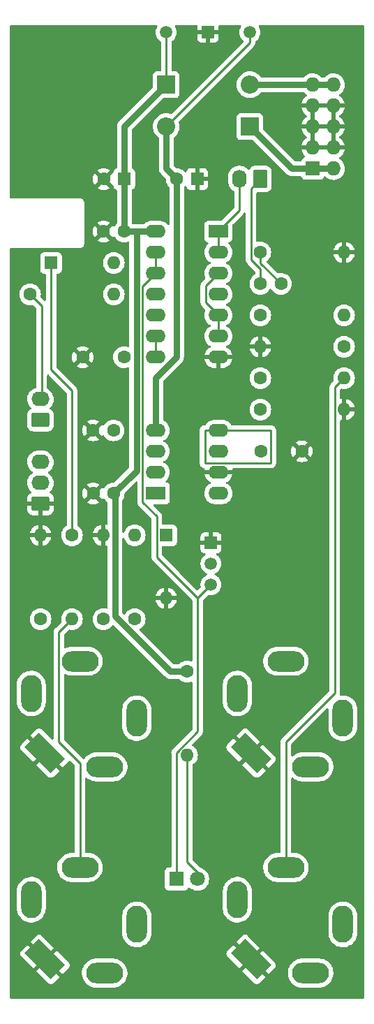
<source format=gtl>
G04 #@! TF.GenerationSoftware,KiCad,Pcbnew,6.0.4-6f826c9f35~116~ubuntu20.04.1*
G04 #@! TF.CreationDate,2022-05-06T17:46:24-04:00*
G04 #@! TF.ProjectId,yash,79617368-2e6b-4696-9361-645f70636258,rev?*
G04 #@! TF.SameCoordinates,Original*
G04 #@! TF.FileFunction,Copper,L1,Top*
G04 #@! TF.FilePolarity,Positive*
%FSLAX46Y46*%
G04 Gerber Fmt 4.6, Leading zero omitted, Abs format (unit mm)*
G04 Created by KiCad (PCBNEW 6.0.4-6f826c9f35~116~ubuntu20.04.1) date 2022-05-06 17:46:24*
%MOMM*%
%LPD*%
G01*
G04 APERTURE LIST*
G04 Aperture macros list*
%AMRoundRect*
0 Rectangle with rounded corners*
0 $1 Rounding radius*
0 $2 $3 $4 $5 $6 $7 $8 $9 X,Y pos of 4 corners*
0 Add a 4 corners polygon primitive as box body*
4,1,4,$2,$3,$4,$5,$6,$7,$8,$9,$2,$3,0*
0 Add four circle primitives for the rounded corners*
1,1,$1+$1,$2,$3*
1,1,$1+$1,$4,$5*
1,1,$1+$1,$6,$7*
1,1,$1+$1,$8,$9*
0 Add four rect primitives between the rounded corners*
20,1,$1+$1,$2,$3,$4,$5,0*
20,1,$1+$1,$4,$5,$6,$7,0*
20,1,$1+$1,$6,$7,$8,$9,0*
20,1,$1+$1,$8,$9,$2,$3,0*%
%AMRotRect*
0 Rectangle, with rotation*
0 The origin of the aperture is its center*
0 $1 length*
0 $2 width*
0 $3 Rotation angle, in degrees counterclockwise*
0 Add horizontal line*
21,1,$1,$2,0,0,$3*%
G04 Aperture macros list end*
G04 #@! TA.AperFunction,ComponentPad*
%ADD10O,2.500000X4.500001*%
G04 #@! TD*
G04 #@! TA.AperFunction,ComponentPad*
%ADD11O,4.500001X2.500001*%
G04 #@! TD*
G04 #@! TA.AperFunction,ComponentPad*
%ADD12RotRect,4.500001X2.500001X315.000000*%
G04 #@! TD*
G04 #@! TA.AperFunction,ComponentPad*
%ADD13O,4.500000X2.500000*%
G04 #@! TD*
G04 #@! TA.AperFunction,ComponentPad*
%ADD14O,2.500000X4.500000*%
G04 #@! TD*
G04 #@! TA.AperFunction,ComponentPad*
%ADD15R,1.800000X1.800000*%
G04 #@! TD*
G04 #@! TA.AperFunction,ComponentPad*
%ADD16C,1.800000*%
G04 #@! TD*
G04 #@! TA.AperFunction,ComponentPad*
%ADD17R,1.500000X1.500000*%
G04 #@! TD*
G04 #@! TA.AperFunction,ComponentPad*
%ADD18C,1.500000*%
G04 #@! TD*
G04 #@! TA.AperFunction,ComponentPad*
%ADD19C,1.600000*%
G04 #@! TD*
G04 #@! TA.AperFunction,ComponentPad*
%ADD20RoundRect,0.250000X0.620000X0.850000X-0.620000X0.850000X-0.620000X-0.850000X0.620000X-0.850000X0*%
G04 #@! TD*
G04 #@! TA.AperFunction,ComponentPad*
%ADD21O,1.740000X2.200000*%
G04 #@! TD*
G04 #@! TA.AperFunction,ComponentPad*
%ADD22R,1.600000X1.600000*%
G04 #@! TD*
G04 #@! TA.AperFunction,ComponentPad*
%ADD23O,1.600000X1.600000*%
G04 #@! TD*
G04 #@! TA.AperFunction,ComponentPad*
%ADD24RoundRect,0.250000X0.850000X-0.620000X0.850000X0.620000X-0.850000X0.620000X-0.850000X-0.620000X0*%
G04 #@! TD*
G04 #@! TA.AperFunction,ComponentPad*
%ADD25O,2.200000X1.740000*%
G04 #@! TD*
G04 #@! TA.AperFunction,ComponentPad*
%ADD26R,1.727200X1.727200*%
G04 #@! TD*
G04 #@! TA.AperFunction,ComponentPad*
%ADD27O,1.727200X1.727200*%
G04 #@! TD*
G04 #@! TA.AperFunction,ComponentPad*
%ADD28R,2.200000X2.200000*%
G04 #@! TD*
G04 #@! TA.AperFunction,ComponentPad*
%ADD29O,2.200000X2.200000*%
G04 #@! TD*
G04 #@! TA.AperFunction,ComponentPad*
%ADD30R,2.400000X1.600000*%
G04 #@! TD*
G04 #@! TA.AperFunction,ComponentPad*
%ADD31O,2.400000X1.600000*%
G04 #@! TD*
G04 #@! TA.AperFunction,Conductor*
%ADD32C,0.750000*%
G04 #@! TD*
G04 #@! TA.AperFunction,Conductor*
%ADD33C,0.250000*%
G04 #@! TD*
G04 APERTURE END LIST*
D10*
G04 #@! TO.P,J2,R*
G04 #@! TO.N,N/C*
X118900000Y-155500000D03*
D11*
G04 #@! TO.P,J2,RN*
X115000000Y-161400000D03*
D12*
G04 #@! TO.P,J2,S*
G04 #@! TO.N,GND*
X107760000Y-159740000D03*
D13*
G04 #@! TO.P,J2,T*
G04 #@! TO.N,/SIGNAL_OUTPUT*
X112000000Y-148600000D03*
D14*
G04 #@! TO.P,J2,TN*
G04 #@! TO.N,N/C*
X106100000Y-152500000D03*
G04 #@! TD*
D15*
G04 #@! TO.P,D1,1,K*
G04 #@! TO.N,Net-(D1-Pad1)*
X98725000Y-150000000D03*
D16*
G04 #@! TO.P,D1,2,A*
G04 #@! TO.N,Net-(D1-Pad2)*
X101265000Y-150000000D03*
G04 #@! TD*
D17*
G04 #@! TO.P,TP3,1,1*
G04 #@! TO.N,GND*
X102540000Y-47370000D03*
G04 #@! TD*
D18*
G04 #@! TO.P,TP2,1,1*
G04 #@! TO.N,+12V*
X97460000Y-47370000D03*
G04 #@! TD*
D10*
G04 #@! TO.P,J1,R*
G04 #@! TO.N,N/C*
X118900000Y-130500000D03*
D11*
G04 #@! TO.P,J1,RN*
X115000000Y-136400000D03*
D12*
G04 #@! TO.P,J1,S*
G04 #@! TO.N,GND*
X107760000Y-134740000D03*
D13*
G04 #@! TO.P,J1,T*
G04 #@! TO.N,SIGLVL_CW*
X112000000Y-123600000D03*
D14*
G04 #@! TO.P,J1,TN*
G04 #@! TO.N,N/C*
X106100000Y-127500000D03*
G04 #@! TD*
D10*
G04 #@! TO.P,J3,R*
G04 #@! TO.N,N/C*
X93900000Y-130500000D03*
D11*
G04 #@! TO.P,J3,RN*
X90000000Y-136400000D03*
D12*
G04 #@! TO.P,J3,S*
G04 #@! TO.N,GND*
X82760000Y-134740000D03*
D13*
G04 #@! TO.P,J3,T*
G04 #@! TO.N,/CLOCK_INPUT*
X87000000Y-123600000D03*
D14*
G04 #@! TO.P,J3,TN*
G04 #@! TO.N,Net-(J3-PadTN)*
X81100000Y-127500000D03*
G04 #@! TD*
D10*
G04 #@! TO.P,J4,R*
G04 #@! TO.N,N/C*
X93900000Y-155500000D03*
D11*
G04 #@! TO.P,J4,RN*
X90000000Y-161400000D03*
D12*
G04 #@! TO.P,J4,S*
G04 #@! TO.N,GND*
X82760000Y-159740000D03*
D13*
G04 #@! TO.P,J4,T*
G04 #@! TO.N,/CLOCK_OUTPUT*
X87000000Y-148600000D03*
D14*
G04 #@! TO.P,J4,TN*
G04 #@! TO.N,N/C*
X81100000Y-152500000D03*
G04 #@! TD*
D18*
G04 #@! TO.P,TP1,1,1*
G04 #@! TO.N,-12V*
X107620000Y-47370000D03*
G04 #@! TD*
D19*
G04 #@! TO.P,C4,1*
G04 #@! TO.N,+12V*
X91110000Y-103250000D03*
G04 #@! TO.P,C4,2*
G04 #@! TO.N,GND*
X88610000Y-103250000D03*
G04 #@! TD*
D20*
G04 #@! TO.P,J10,1,Pin_1*
G04 #@! TO.N,TH_1*
X108890000Y-65150000D03*
D21*
G04 #@! TO.P,J10,2,Pin_2*
G04 #@! TO.N,TH_2*
X106350000Y-65150000D03*
G04 #@! TD*
D19*
G04 #@! TO.P,C7,1*
G04 #@! TO.N,GND*
X88580000Y-95620000D03*
G04 #@! TO.P,C7,2*
G04 #@! TO.N,-12V*
X91080000Y-95620000D03*
G04 #@! TD*
D22*
G04 #@! TO.P,D2,1,K*
G04 #@! TO.N,Net-(D2-Pad1)*
X97460000Y-108330000D03*
D23*
G04 #@! TO.P,D2,2,A*
G04 #@! TO.N,GND*
X97460000Y-115950000D03*
G04 #@! TD*
D19*
G04 #@! TO.P,R2,1*
G04 #@! TO.N,/OUT398*
X108900000Y-93090000D03*
D23*
G04 #@! TO.P,R2,2*
G04 #@! TO.N,GND*
X119060000Y-93090000D03*
G04 #@! TD*
D22*
G04 #@! TO.P,D3,1,K*
G04 #@! TO.N,Net-(D3-Pad1)*
X83490000Y-75310000D03*
D23*
G04 #@! TO.P,D3,2,A*
G04 #@! TO.N,TH_1*
X91110000Y-75310000D03*
G04 #@! TD*
D19*
G04 #@! TO.P,R6,1*
G04 #@! TO.N,TH_2*
X108890000Y-74040000D03*
D23*
G04 #@! TO.P,R6,2*
G04 #@! TO.N,GND*
X119050000Y-74040000D03*
G04 #@! TD*
D19*
G04 #@! TO.P,C6,1*
G04 #@! TO.N,+12V*
X92370000Y-71500000D03*
G04 #@! TO.P,C6,2*
G04 #@! TO.N,GND*
X89870000Y-71500000D03*
G04 #@! TD*
G04 #@! TO.P,R5,1*
G04 #@! TO.N,/CLOCK_INPUT*
X93650000Y-118490000D03*
D23*
G04 #@! TO.P,R5,2*
G04 #@! TO.N,Net-(D2-Pad1)*
X93650000Y-108330000D03*
G04 #@! TD*
D19*
G04 #@! TO.P,R10,1*
G04 #@! TO.N,/CLOCK_OUTPUT*
X82220000Y-118490000D03*
D23*
G04 #@! TO.P,R10,2*
G04 #@! TO.N,GND*
X82220000Y-108330000D03*
G04 #@! TD*
D19*
G04 #@! TO.P,R12,1*
G04 #@! TO.N,CLKFR_W*
X80950000Y-79120000D03*
D23*
G04 #@! TO.P,R12,2*
G04 #@! TO.N,Net-(J3-PadTN)*
X91110000Y-79120000D03*
G04 #@! TD*
D19*
G04 #@! TO.P,C2,1*
G04 #@! TO.N,TH_1*
X108890000Y-77850000D03*
G04 #@! TO.P,C2,2*
G04 #@! TO.N,TH_2*
X111390000Y-77850000D03*
G04 #@! TD*
D24*
G04 #@! TO.P,J5,1,Pin_1*
G04 #@! TO.N,GND*
X82220000Y-104520000D03*
D25*
G04 #@! TO.P,J5,2,Pin_2*
G04 #@! TO.N,SIGLVL_W*
X82220000Y-101980000D03*
G04 #@! TO.P,J5,3,Pin_3*
G04 #@! TO.N,SIGLVL_CW*
X82220000Y-99440000D03*
G04 #@! TD*
D19*
G04 #@! TO.P,R4,1*
G04 #@! TO.N,Net-(R4-Pad1)*
X108890000Y-81660000D03*
D23*
G04 #@! TO.P,R4,2*
G04 #@! TO.N,Net-(R4-Pad2)*
X119050000Y-81660000D03*
G04 #@! TD*
D19*
G04 #@! TO.P,C3,1*
G04 #@! TO.N,CLKFR_CW*
X92340000Y-86740000D03*
G04 #@! TO.P,C3,2*
G04 #@! TO.N,GND*
X87340000Y-86740000D03*
G04 #@! TD*
G04 #@! TO.P,R3,1*
G04 #@! TO.N,+12V*
X100000000Y-124840000D03*
D23*
G04 #@! TO.P,R3,2*
G04 #@! TO.N,Net-(D1-Pad2)*
X100000000Y-135000000D03*
G04 #@! TD*
D22*
G04 #@! TO.P,C5,1*
G04 #@! TO.N,+12V*
X92380000Y-65150000D03*
D19*
G04 #@! TO.P,C5,2*
G04 #@! TO.N,GND*
X89880000Y-65150000D03*
G04 #@! TD*
D22*
G04 #@! TO.P,C8,1*
G04 #@! TO.N,GND*
X101230000Y-65150000D03*
D19*
G04 #@! TO.P,C8,2*
G04 #@! TO.N,-12V*
X98730000Y-65150000D03*
G04 #@! TD*
G04 #@! TO.P,R8,1*
G04 #@! TO.N,/CLOCK_INPUT*
X89840000Y-118490000D03*
D23*
G04 #@! TO.P,R8,2*
G04 #@! TO.N,GND*
X89840000Y-108330000D03*
G04 #@! TD*
D26*
G04 #@! TO.P,J9,1,-12V*
G04 #@! TO.N,/-12_IN*
X115240000Y-63880000D03*
D27*
G04 #@! TO.P,J9,2,-12V*
X117780000Y-63880000D03*
G04 #@! TO.P,J9,3,GND*
G04 #@! TO.N,GND*
X115240000Y-61340000D03*
G04 #@! TO.P,J9,4,GND*
X117780000Y-61340000D03*
G04 #@! TO.P,J9,5,GND*
X115240000Y-58800000D03*
G04 #@! TO.P,J9,6,GND*
X117780000Y-58800000D03*
G04 #@! TO.P,J9,7,GND*
X115240000Y-56260000D03*
G04 #@! TO.P,J9,8,GND*
X117780000Y-56260000D03*
G04 #@! TO.P,J9,9,+12V*
G04 #@! TO.N,/+12_IN*
X115240000Y-53720000D03*
G04 #@! TO.P,J9,10,+12V*
X117780000Y-53720000D03*
G04 #@! TD*
D19*
G04 #@! TO.P,R9,1*
G04 #@! TO.N,Net-(D3-Pad1)*
X86030000Y-108330000D03*
D23*
G04 #@! TO.P,R9,2*
G04 #@! TO.N,/CLOCK_OUTPUT*
X86030000Y-118490000D03*
G04 #@! TD*
D24*
G04 #@! TO.P,J7,1,Pin_1*
G04 #@! TO.N,CLKFR_CW*
X82220000Y-94360000D03*
D25*
G04 #@! TO.P,J7,2,Pin_2*
G04 #@! TO.N,CLKFR_W*
X82220000Y-91820000D03*
G04 #@! TD*
D28*
G04 #@! TO.P,D5,1,K*
G04 #@! TO.N,+12V*
X97460000Y-53720000D03*
D29*
G04 #@! TO.P,D5,2,A*
G04 #@! TO.N,/+12_IN*
X107620000Y-53720000D03*
G04 #@! TD*
D19*
G04 #@! TO.P,C1,1*
G04 #@! TO.N,Net-(C1-Pad1)*
X108940000Y-98150000D03*
G04 #@! TO.P,C1,2*
G04 #@! TO.N,GND*
X113940000Y-98150000D03*
G04 #@! TD*
D30*
G04 #@! TO.P,U2,1*
G04 #@! TO.N,TH_2*
X103800000Y-71500000D03*
D31*
G04 #@! TO.P,U2,2*
X103800000Y-74040000D03*
G04 #@! TO.P,U2,3*
G04 #@! TO.N,Net-(U2-Pad3)*
X103800000Y-76580000D03*
G04 #@! TO.P,U2,4*
G04 #@! TO.N,Net-(R4-Pad1)*
X103800000Y-79120000D03*
G04 #@! TO.P,U2,5*
G04 #@! TO.N,Net-(U2-Pad3)*
X103800000Y-81660000D03*
G04 #@! TO.P,U2,6*
X103800000Y-84200000D03*
G04 #@! TO.P,U2,7,GND*
G04 #@! TO.N,GND*
X103800000Y-86740000D03*
G04 #@! TO.P,U2,8*
G04 #@! TO.N,CLKFR_CW*
X96180000Y-86740000D03*
G04 #@! TO.P,U2,9*
X96180000Y-84200000D03*
G04 #@! TO.P,U2,10*
G04 #@! TO.N,Net-(J3-PadTN)*
X96180000Y-81660000D03*
G04 #@! TO.P,U2,11*
G04 #@! TO.N,TH_1*
X96180000Y-79120000D03*
G04 #@! TO.P,U2,12*
G04 #@! TO.N,Net-(D1-Pad1)*
X96180000Y-76580000D03*
G04 #@! TO.P,U2,13*
X96180000Y-74040000D03*
G04 #@! TO.P,U2,14,VCC*
G04 #@! TO.N,+12V*
X96180000Y-71500000D03*
G04 #@! TD*
D17*
G04 #@! TO.P,Q1,1,E*
G04 #@! TO.N,GND*
X102900000Y-109240000D03*
D18*
G04 #@! TO.P,Q1,2,B*
G04 #@! TO.N,Net-(D2-Pad1)*
X102900000Y-111780000D03*
G04 #@! TO.P,Q1,3,C*
G04 #@! TO.N,Net-(D1-Pad1)*
X102900000Y-114320000D03*
G04 #@! TD*
D28*
G04 #@! TO.P,D6,1,K*
G04 #@! TO.N,/-12_IN*
X107620000Y-58800000D03*
D29*
G04 #@! TO.P,D6,2,A*
G04 #@! TO.N,-12V*
X97460000Y-58800000D03*
G04 #@! TD*
D30*
G04 #@! TO.P,U1,1,V+*
G04 #@! TO.N,+12V*
X96190000Y-103240000D03*
D31*
G04 #@! TO.P,U1,2,OFF_ADJ*
G04 #@! TO.N,unconnected-(U1-Pad2)*
X96190000Y-100700000D03*
G04 #@! TO.P,U1,3,INPUT*
G04 #@! TO.N,SIGLVL_W*
X96190000Y-98160000D03*
G04 #@! TO.P,U1,4,V-*
G04 #@! TO.N,-12V*
X96190000Y-95620000D03*
G04 #@! TO.P,U1,5,OUTPUT*
G04 #@! TO.N,/OUT398*
X103810000Y-95620000D03*
G04 #@! TO.P,U1,6,C_H*
G04 #@! TO.N,Net-(C1-Pad1)*
X103810000Y-98160000D03*
G04 #@! TO.P,U1,7,LOG_REF*
G04 #@! TO.N,GND*
X103810000Y-100700000D03*
G04 #@! TO.P,U1,8,LOGIC*
G04 #@! TO.N,Net-(R4-Pad2)*
X103810000Y-103240000D03*
G04 #@! TD*
D19*
G04 #@! TO.P,R1,1*
G04 #@! TO.N,/OUT398*
X108890000Y-89280000D03*
D23*
G04 #@! TO.P,R1,2*
G04 #@! TO.N,/SIGNAL_OUTPUT*
X119050000Y-89280000D03*
G04 #@! TD*
D19*
G04 #@! TO.P,R7,1*
G04 #@! TO.N,Net-(R4-Pad2)*
X119050000Y-85470000D03*
D23*
G04 #@! TO.P,R7,2*
G04 #@! TO.N,GND*
X108890000Y-85470000D03*
G04 #@! TD*
D32*
G04 #@! TO.N,+12V*
X92380000Y-58800000D02*
X97460000Y-53720000D01*
X92380000Y-71490000D02*
X92380000Y-58800000D01*
X93855978Y-71675022D02*
X93855978Y-100504022D01*
X93855978Y-100504022D02*
X91110000Y-103250000D01*
X91264511Y-103404511D02*
X91264511Y-118119075D01*
D33*
X97460000Y-53720000D02*
X97460000Y-47370000D01*
D32*
X97985436Y-124840000D02*
X100000000Y-124840000D01*
X94031000Y-71500000D02*
X93855978Y-71675022D01*
X92370000Y-71500000D02*
X94031000Y-71500000D01*
X94031000Y-71500000D02*
X96180000Y-71500000D01*
X91264511Y-118119075D02*
X97985436Y-124840000D01*
D33*
G04 #@! TO.N,-12V*
X107620000Y-48639998D02*
X97459999Y-58799999D01*
D32*
X96190000Y-89280000D02*
X98730000Y-86740000D01*
X98730000Y-86740000D02*
X98730000Y-65150000D01*
X98730000Y-65150000D02*
X97459999Y-63879999D01*
X96190000Y-95620000D02*
X96190000Y-89280000D01*
X97459999Y-63879999D02*
X97459999Y-58799999D01*
D33*
X107620000Y-47370000D02*
X107620000Y-48639998D01*
D32*
G04 #@! TO.N,/+12_IN*
X115240000Y-53720000D02*
X117780000Y-53720000D01*
X107620000Y-53720000D02*
X115240000Y-53720000D01*
G04 #@! TO.N,/-12_IN*
X115240000Y-63880000D02*
X117780000Y-63880000D01*
X107620000Y-58800000D02*
X112700000Y-63880000D01*
X112700000Y-63880000D02*
X115240000Y-63880000D01*
D33*
G04 #@! TO.N,Net-(D3-Pad1)*
X83490000Y-88250300D02*
X86030000Y-90790300D01*
X83490000Y-75310000D02*
X83490000Y-88250300D01*
X86030000Y-90790300D02*
X86030000Y-108330000D01*
G04 #@! TO.N,TH_1*
X108890000Y-76072000D02*
X108890000Y-77850000D01*
X108890000Y-65150000D02*
X107765489Y-66274511D01*
X107765489Y-74947489D02*
X108890000Y-76072000D01*
X107765489Y-66274511D02*
X107765489Y-74947489D01*
G04 #@! TO.N,TH_2*
X108890000Y-75350000D02*
X111390000Y-77850000D01*
X106350000Y-68950000D02*
X103800000Y-71500000D01*
X106350000Y-65150000D02*
X106350000Y-68950000D01*
X108890000Y-74040000D02*
X108890000Y-75350000D01*
X103800000Y-71500000D02*
X103800000Y-74040000D01*
G04 #@! TO.N,Net-(D1-Pad1)*
X94605489Y-78154511D02*
X94605489Y-104332489D01*
X96180000Y-76580000D02*
X94605489Y-78154511D01*
X96317000Y-110997000D02*
X101270000Y-115950000D01*
X98725000Y-134684700D02*
X98725000Y-149200000D01*
X94605489Y-104332489D02*
X96317000Y-106044000D01*
X101270000Y-115950000D02*
X102900000Y-114320000D01*
X96317000Y-106044000D02*
X96317000Y-110997000D01*
X101270000Y-132139700D02*
X98725000Y-134684700D01*
X96180000Y-74040000D02*
X96180000Y-76580000D01*
X101270000Y-115950000D02*
X101270000Y-132139700D01*
G04 #@! TO.N,Net-(D1-Pad2)*
X101265000Y-149200000D02*
X100000000Y-147935000D01*
X100000000Y-147935000D02*
X100000000Y-135000000D01*
G04 #@! TO.N,/SIGNAL_OUTPUT*
X119050000Y-89280000D02*
X117935489Y-90394511D01*
X117935489Y-127437804D02*
X112000000Y-133373293D01*
X117935489Y-90394511D02*
X117935489Y-127437804D01*
X112000000Y-133373293D02*
X112000000Y-147800000D01*
G04 #@! TO.N,/CLOCK_OUTPUT*
X86030000Y-118490000D02*
X84425480Y-120094520D01*
X87000000Y-135953292D02*
X87000000Y-147800000D01*
X84425480Y-120094520D02*
X84425480Y-133378772D01*
X84425480Y-133378772D02*
X87000000Y-135953292D01*
G04 #@! TO.N,/OUT398*
X102159000Y-95630000D02*
X102169000Y-95620000D01*
X102169000Y-95620000D02*
X103810000Y-95620000D01*
X110160000Y-95630000D02*
X110160000Y-99567000D01*
X110150000Y-95620000D02*
X110160000Y-95630000D01*
X102159000Y-99567000D02*
X102159000Y-95630000D01*
X110160000Y-99567000D02*
X102159000Y-99567000D01*
X103810000Y-95620000D02*
X110150000Y-95620000D01*
G04 #@! TO.N,CLKFR_CW*
X96180000Y-84200000D02*
X96180000Y-86740000D01*
G04 #@! TO.N,CLKFR_W*
X82374511Y-80544511D02*
X82374511Y-91665489D01*
X80950000Y-79120000D02*
X82374511Y-80544511D01*
G04 #@! TO.N,Net-(U2-Pad3)*
X102275480Y-80135480D02*
X103800000Y-81660000D01*
X103800000Y-76580000D02*
X102275480Y-78104520D01*
X102275480Y-78104520D02*
X102275480Y-80135480D01*
X103800000Y-81660000D02*
X103800000Y-84200000D01*
G04 #@! TD*
G04 #@! TA.AperFunction,Conductor*
G04 #@! TO.N,GND*
G36*
X96352962Y-46528502D02*
G01*
X96399455Y-46582158D01*
X96409559Y-46652432D01*
X96388054Y-46706770D01*
X96365944Y-46738347D01*
X96363621Y-46743329D01*
X96363618Y-46743334D01*
X96316415Y-46844562D01*
X96272880Y-46937924D01*
X96215885Y-47150629D01*
X96196693Y-47370000D01*
X96215885Y-47589371D01*
X96272880Y-47802076D01*
X96275205Y-47807061D01*
X96363618Y-47996666D01*
X96363621Y-47996671D01*
X96365944Y-48001653D01*
X96492251Y-48182038D01*
X96647962Y-48337749D01*
X96652470Y-48340906D01*
X96652473Y-48340908D01*
X96676960Y-48358054D01*
X96772772Y-48425142D01*
X96817099Y-48480598D01*
X96826500Y-48528354D01*
X96826500Y-51985500D01*
X96806498Y-52053621D01*
X96752842Y-52100114D01*
X96700500Y-52111500D01*
X96311866Y-52111500D01*
X96249684Y-52118255D01*
X96113295Y-52169385D01*
X95996739Y-52256739D01*
X95909385Y-52373295D01*
X95858255Y-52509684D01*
X95851500Y-52571866D01*
X95851500Y-54026853D01*
X95831498Y-54094974D01*
X95814595Y-54115948D01*
X91811454Y-58119088D01*
X91796426Y-58131925D01*
X91785566Y-58139815D01*
X91781145Y-58144725D01*
X91781144Y-58144726D01*
X91741114Y-58189184D01*
X91736573Y-58193969D01*
X91722528Y-58208014D01*
X91720444Y-58210588D01*
X91720441Y-58210591D01*
X91710031Y-58223446D01*
X91705747Y-58228462D01*
X91665717Y-58272920D01*
X91665713Y-58272925D01*
X91661296Y-58277831D01*
X91654791Y-58289097D01*
X91654589Y-58289448D01*
X91643391Y-58305741D01*
X91634953Y-58316161D01*
X91604787Y-58375363D01*
X91601654Y-58381133D01*
X91571740Y-58432945D01*
X91571738Y-58432950D01*
X91568436Y-58438669D01*
X91566395Y-58444949D01*
X91566392Y-58444957D01*
X91564292Y-58451421D01*
X91556728Y-58469683D01*
X91553637Y-58475749D01*
X91553634Y-58475758D01*
X91550638Y-58481637D01*
X91548929Y-58488015D01*
X91533444Y-58545804D01*
X91531578Y-58552106D01*
X91511046Y-58615298D01*
X91510356Y-58621866D01*
X91509645Y-58628628D01*
X91506042Y-58648071D01*
X91502570Y-58661029D01*
X91502225Y-58667619D01*
X91502224Y-58667623D01*
X91499093Y-58727367D01*
X91498577Y-58733931D01*
X91496500Y-58753694D01*
X91496500Y-58773555D01*
X91496327Y-58780150D01*
X91492850Y-58846493D01*
X91493882Y-58853007D01*
X91494949Y-58859744D01*
X91496500Y-58879456D01*
X91496500Y-63750874D01*
X91476498Y-63818995D01*
X91422842Y-63865488D01*
X91414730Y-63868856D01*
X91345861Y-63894674D01*
X91333295Y-63899385D01*
X91216739Y-63986739D01*
X91129385Y-64103295D01*
X91078255Y-64239684D01*
X91071500Y-64301866D01*
X91071500Y-64305185D01*
X91047847Y-64372110D01*
X91001844Y-64407804D01*
X91002859Y-64409734D01*
X90992000Y-64415442D01*
X90991755Y-64415632D01*
X90991597Y-64415653D01*
X90953566Y-64435644D01*
X90252022Y-65137188D01*
X90244408Y-65151132D01*
X90244539Y-65152965D01*
X90248790Y-65159580D01*
X90954287Y-65865077D01*
X90996029Y-65887871D01*
X91006029Y-65890047D01*
X91056227Y-65940253D01*
X91071451Y-65993814D01*
X91071500Y-65994717D01*
X91071500Y-65998134D01*
X91071869Y-66001530D01*
X91071869Y-66001532D01*
X91073210Y-66013879D01*
X91078255Y-66060316D01*
X91129385Y-66196705D01*
X91216739Y-66313261D01*
X91333295Y-66400615D01*
X91341703Y-66403767D01*
X91414730Y-66431144D01*
X91471494Y-66473786D01*
X91496194Y-66540348D01*
X91496500Y-66549126D01*
X91496500Y-70470812D01*
X91476498Y-70538933D01*
X91459595Y-70559907D01*
X91363802Y-70655700D01*
X91360645Y-70660208D01*
X91360643Y-70660211D01*
X91332713Y-70700099D01*
X91232477Y-70843251D01*
X91230153Y-70848235D01*
X91228829Y-70850528D01*
X91177447Y-70899521D01*
X91107733Y-70912957D01*
X91041822Y-70886571D01*
X91010591Y-70850528D01*
X91003934Y-70838998D01*
X90967491Y-70786952D01*
X90957012Y-70778576D01*
X90943566Y-70785644D01*
X90242022Y-71487188D01*
X90234408Y-71501132D01*
X90234539Y-71502965D01*
X90238790Y-71509580D01*
X90944287Y-72215077D01*
X90956062Y-72221507D01*
X90968077Y-72212211D01*
X91003934Y-72161002D01*
X91010591Y-72149472D01*
X91061973Y-72100479D01*
X91131687Y-72087042D01*
X91197598Y-72113429D01*
X91228829Y-72149472D01*
X91230153Y-72151765D01*
X91232477Y-72156749D01*
X91235631Y-72161253D01*
X91360640Y-72339784D01*
X91363802Y-72344300D01*
X91525700Y-72506198D01*
X91530208Y-72509355D01*
X91530211Y-72509357D01*
X91593812Y-72553891D01*
X91713251Y-72637523D01*
X91718233Y-72639846D01*
X91718238Y-72639849D01*
X91914765Y-72731490D01*
X91920757Y-72734284D01*
X91926065Y-72735706D01*
X91926067Y-72735707D01*
X92136598Y-72792119D01*
X92136600Y-72792119D01*
X92141913Y-72793543D01*
X92370000Y-72813498D01*
X92598087Y-72793543D01*
X92603400Y-72792119D01*
X92603402Y-72792119D01*
X92813867Y-72735725D01*
X92884843Y-72737415D01*
X92943639Y-72777209D01*
X92971587Y-72842473D01*
X92972478Y-72857432D01*
X92972478Y-85393380D01*
X92952476Y-85461501D01*
X92898820Y-85507994D01*
X92828546Y-85518098D01*
X92799563Y-85509462D01*
X92799396Y-85509922D01*
X92794232Y-85508043D01*
X92789243Y-85505716D01*
X92624232Y-85461501D01*
X92573402Y-85447881D01*
X92573400Y-85447881D01*
X92568087Y-85446457D01*
X92340000Y-85426502D01*
X92111913Y-85446457D01*
X92106600Y-85447881D01*
X92106598Y-85447881D01*
X91896067Y-85504293D01*
X91896065Y-85504294D01*
X91890757Y-85505716D01*
X91885776Y-85508039D01*
X91885775Y-85508039D01*
X91688238Y-85600151D01*
X91688233Y-85600154D01*
X91683251Y-85602477D01*
X91626080Y-85642509D01*
X91500211Y-85730643D01*
X91500208Y-85730645D01*
X91495700Y-85733802D01*
X91333802Y-85895700D01*
X91330645Y-85900208D01*
X91330643Y-85900211D01*
X91302713Y-85940099D01*
X91202477Y-86083251D01*
X91200154Y-86088233D01*
X91200151Y-86088238D01*
X91108039Y-86285775D01*
X91105716Y-86290757D01*
X91104294Y-86296065D01*
X91104293Y-86296067D01*
X91055180Y-86479357D01*
X91046457Y-86511913D01*
X91026502Y-86740000D01*
X91046457Y-86968087D01*
X91047881Y-86973400D01*
X91047881Y-86973402D01*
X91099127Y-87164651D01*
X91105716Y-87189243D01*
X91108039Y-87194224D01*
X91108039Y-87194225D01*
X91200151Y-87391762D01*
X91200154Y-87391767D01*
X91202477Y-87396749D01*
X91333802Y-87584300D01*
X91495700Y-87746198D01*
X91500208Y-87749355D01*
X91500211Y-87749357D01*
X91578389Y-87804098D01*
X91683251Y-87877523D01*
X91688233Y-87879846D01*
X91688238Y-87879849D01*
X91884765Y-87971490D01*
X91890757Y-87974284D01*
X91896065Y-87975706D01*
X91896067Y-87975707D01*
X92106598Y-88032119D01*
X92106600Y-88032119D01*
X92111913Y-88033543D01*
X92340000Y-88053498D01*
X92568087Y-88033543D01*
X92573400Y-88032119D01*
X92573402Y-88032119D01*
X92695927Y-87999288D01*
X92789243Y-87974284D01*
X92794232Y-87971957D01*
X92799396Y-87970078D01*
X92799883Y-87971416D01*
X92863412Y-87961763D01*
X92928227Y-87990739D01*
X92967086Y-88050156D01*
X92972478Y-88086620D01*
X92972478Y-100085874D01*
X92952476Y-100153995D01*
X92935573Y-100174969D01*
X91210435Y-101900107D01*
X91148123Y-101934133D01*
X91120982Y-101935869D01*
X91120982Y-101936981D01*
X91115475Y-101936981D01*
X91110000Y-101936502D01*
X90881913Y-101956457D01*
X90876600Y-101957881D01*
X90876598Y-101957881D01*
X90666067Y-102014293D01*
X90666065Y-102014294D01*
X90660757Y-102015716D01*
X90655776Y-102018039D01*
X90655775Y-102018039D01*
X90458238Y-102110151D01*
X90458233Y-102110154D01*
X90453251Y-102112477D01*
X90381114Y-102162988D01*
X90270211Y-102240643D01*
X90270208Y-102240645D01*
X90265700Y-102243802D01*
X90103802Y-102405700D01*
X89972477Y-102593251D01*
X89970153Y-102598235D01*
X89968829Y-102600528D01*
X89917447Y-102649521D01*
X89847733Y-102662957D01*
X89781822Y-102636571D01*
X89750591Y-102600528D01*
X89743934Y-102588998D01*
X89707491Y-102536952D01*
X89697012Y-102528576D01*
X89683566Y-102535644D01*
X88982022Y-103237188D01*
X88974408Y-103251132D01*
X88974539Y-103252965D01*
X88978790Y-103259580D01*
X89684287Y-103965077D01*
X89696062Y-103971507D01*
X89708077Y-103962211D01*
X89743934Y-103911002D01*
X89750591Y-103899472D01*
X89801973Y-103850479D01*
X89871687Y-103837042D01*
X89937598Y-103863429D01*
X89968829Y-103899472D01*
X89970153Y-103901765D01*
X89972477Y-103906749D01*
X89975631Y-103911253D01*
X90099807Y-104088594D01*
X90103802Y-104094300D01*
X90265700Y-104256198D01*
X90270210Y-104259356D01*
X90270216Y-104259361D01*
X90327281Y-104299318D01*
X90371610Y-104354775D01*
X90381011Y-104402531D01*
X90381011Y-106956616D01*
X90361009Y-107024737D01*
X90307353Y-107071230D01*
X90237079Y-107081334D01*
X90222400Y-107078323D01*
X90111497Y-107048606D01*
X90097401Y-107048942D01*
X90094000Y-107056884D01*
X90094000Y-109597967D01*
X90097973Y-109611498D01*
X90106522Y-109612727D01*
X90222400Y-109581677D01*
X90293376Y-109583367D01*
X90352172Y-109623161D01*
X90380120Y-109688425D01*
X90381011Y-109703384D01*
X90381011Y-117116098D01*
X90361009Y-117184219D01*
X90307353Y-117230712D01*
X90237079Y-117240816D01*
X90222400Y-117237805D01*
X90073402Y-117197881D01*
X90073400Y-117197881D01*
X90068087Y-117196457D01*
X89840000Y-117176502D01*
X89611913Y-117196457D01*
X89606600Y-117197881D01*
X89606598Y-117197881D01*
X89396067Y-117254293D01*
X89396065Y-117254294D01*
X89390757Y-117255716D01*
X89385776Y-117258039D01*
X89385775Y-117258039D01*
X89188238Y-117350151D01*
X89188233Y-117350154D01*
X89183251Y-117352477D01*
X89078389Y-117425902D01*
X89000211Y-117480643D01*
X89000208Y-117480645D01*
X88995700Y-117483802D01*
X88833802Y-117645700D01*
X88830645Y-117650208D01*
X88830643Y-117650211D01*
X88776378Y-117727710D01*
X88702477Y-117833251D01*
X88700155Y-117838231D01*
X88700151Y-117838238D01*
X88612055Y-118027162D01*
X88605716Y-118040757D01*
X88546457Y-118261913D01*
X88526502Y-118490000D01*
X88546457Y-118718087D01*
X88605716Y-118939243D01*
X88608039Y-118944224D01*
X88608039Y-118944225D01*
X88700151Y-119141762D01*
X88700154Y-119141767D01*
X88702477Y-119146749D01*
X88833802Y-119334300D01*
X88995700Y-119496198D01*
X89000208Y-119499355D01*
X89000211Y-119499357D01*
X89078389Y-119554098D01*
X89183251Y-119627523D01*
X89188231Y-119629845D01*
X89188238Y-119629849D01*
X89379852Y-119719199D01*
X89390757Y-119724284D01*
X89396065Y-119725706D01*
X89396067Y-119725707D01*
X89606598Y-119782119D01*
X89606600Y-119782119D01*
X89611913Y-119783543D01*
X89840000Y-119803498D01*
X90068087Y-119783543D01*
X90073400Y-119782119D01*
X90073402Y-119782119D01*
X90283933Y-119725707D01*
X90283935Y-119725706D01*
X90289243Y-119724284D01*
X90300148Y-119719199D01*
X90491762Y-119629849D01*
X90491769Y-119629845D01*
X90496749Y-119627523D01*
X90601611Y-119554098D01*
X90679789Y-119499357D01*
X90679792Y-119499355D01*
X90684300Y-119496198D01*
X90846198Y-119334300D01*
X90918248Y-119231402D01*
X90973705Y-119187074D01*
X91044324Y-119179765D01*
X91110556Y-119214578D01*
X97304524Y-125408546D01*
X97317361Y-125423574D01*
X97325251Y-125434434D01*
X97330161Y-125438855D01*
X97330162Y-125438856D01*
X97374620Y-125478886D01*
X97379405Y-125483427D01*
X97393450Y-125497472D01*
X97396024Y-125499556D01*
X97396027Y-125499559D01*
X97408882Y-125509969D01*
X97413898Y-125514253D01*
X97458356Y-125554283D01*
X97458361Y-125554287D01*
X97463267Y-125558704D01*
X97474533Y-125565209D01*
X97474884Y-125565411D01*
X97491177Y-125576609D01*
X97501597Y-125585047D01*
X97560799Y-125615213D01*
X97566569Y-125618346D01*
X97618381Y-125648260D01*
X97618386Y-125648262D01*
X97624105Y-125651564D01*
X97630385Y-125653605D01*
X97630393Y-125653608D01*
X97636857Y-125655708D01*
X97655119Y-125663272D01*
X97661185Y-125666363D01*
X97661194Y-125666366D01*
X97667073Y-125669362D01*
X97673451Y-125671071D01*
X97731240Y-125686556D01*
X97737542Y-125688422D01*
X97800734Y-125708954D01*
X97813641Y-125710311D01*
X97814064Y-125710355D01*
X97833507Y-125713958D01*
X97846465Y-125717430D01*
X97853056Y-125717775D01*
X97853060Y-125717776D01*
X97912790Y-125720906D01*
X97919365Y-125721423D01*
X97934562Y-125723020D01*
X97939130Y-125723500D01*
X97959004Y-125723500D01*
X97965598Y-125723673D01*
X98025337Y-125726804D01*
X98025341Y-125726804D01*
X98031929Y-125727149D01*
X98045176Y-125725051D01*
X98064886Y-125723500D01*
X98980812Y-125723500D01*
X99048933Y-125743502D01*
X99069907Y-125760405D01*
X99155700Y-125846198D01*
X99160208Y-125849355D01*
X99160211Y-125849357D01*
X99238389Y-125904098D01*
X99343251Y-125977523D01*
X99348233Y-125979846D01*
X99348238Y-125979849D01*
X99545771Y-126071959D01*
X99550757Y-126074284D01*
X99556065Y-126075706D01*
X99556067Y-126075707D01*
X99766598Y-126132119D01*
X99766600Y-126132119D01*
X99771913Y-126133543D01*
X100000000Y-126153498D01*
X100228087Y-126133543D01*
X100233400Y-126132119D01*
X100233402Y-126132119D01*
X100443933Y-126075707D01*
X100443935Y-126075706D01*
X100449243Y-126074284D01*
X100454225Y-126071961D01*
X100454230Y-126071959D01*
X100457247Y-126070552D01*
X100458704Y-126070331D01*
X100459398Y-126070078D01*
X100459449Y-126070218D01*
X100527438Y-126059889D01*
X100592252Y-126088867D01*
X100631110Y-126148285D01*
X100636500Y-126184745D01*
X100636500Y-131825106D01*
X100616498Y-131893227D01*
X100599595Y-131914201D01*
X99465543Y-133048252D01*
X98332747Y-134181048D01*
X98324461Y-134188588D01*
X98317982Y-134192700D01*
X98312557Y-134198477D01*
X98271357Y-134242351D01*
X98268602Y-134245193D01*
X98248865Y-134264930D01*
X98246385Y-134268127D01*
X98238682Y-134277147D01*
X98208414Y-134309379D01*
X98204595Y-134316325D01*
X98204593Y-134316328D01*
X98198652Y-134327134D01*
X98187801Y-134343653D01*
X98175386Y-134359659D01*
X98172241Y-134366928D01*
X98172238Y-134366932D01*
X98157826Y-134400237D01*
X98152609Y-134410887D01*
X98131305Y-134449640D01*
X98129334Y-134457315D01*
X98129334Y-134457316D01*
X98126267Y-134469262D01*
X98119863Y-134487966D01*
X98111819Y-134506555D01*
X98110580Y-134514378D01*
X98110577Y-134514388D01*
X98104901Y-134550224D01*
X98102495Y-134561844D01*
X98091500Y-134604670D01*
X98091500Y-134624924D01*
X98089949Y-134644634D01*
X98086780Y-134664643D01*
X98087526Y-134672535D01*
X98090941Y-134708661D01*
X98091500Y-134720519D01*
X98091500Y-148465500D01*
X98071498Y-148533621D01*
X98017842Y-148580114D01*
X97965500Y-148591500D01*
X97776866Y-148591500D01*
X97714684Y-148598255D01*
X97578295Y-148649385D01*
X97461739Y-148736739D01*
X97374385Y-148853295D01*
X97323255Y-148989684D01*
X97316500Y-149051866D01*
X97316500Y-150948134D01*
X97323255Y-151010316D01*
X97374385Y-151146705D01*
X97461739Y-151263261D01*
X97578295Y-151350615D01*
X97714684Y-151401745D01*
X97776866Y-151408500D01*
X99673134Y-151408500D01*
X99735316Y-151401745D01*
X99871705Y-151350615D01*
X99988261Y-151263261D01*
X100075615Y-151146705D01*
X100100180Y-151081178D01*
X100142822Y-151024414D01*
X100209383Y-150999714D01*
X100278732Y-151014921D01*
X100298647Y-151028464D01*
X100363724Y-151082492D01*
X100454349Y-151157730D01*
X100654322Y-151274584D01*
X100870694Y-151357209D01*
X100875760Y-151358240D01*
X100875761Y-151358240D01*
X100928846Y-151369040D01*
X101097656Y-151403385D01*
X101227089Y-151408131D01*
X101323949Y-151411683D01*
X101323953Y-151411683D01*
X101329113Y-151411872D01*
X101334233Y-151411216D01*
X101334235Y-151411216D01*
X101408166Y-151401745D01*
X101558847Y-151382442D01*
X101563795Y-151380957D01*
X101563802Y-151380956D01*
X101775747Y-151317369D01*
X101780690Y-151315886D01*
X101861236Y-151276427D01*
X101984049Y-151216262D01*
X101984052Y-151216260D01*
X101988684Y-151213991D01*
X102177243Y-151079494D01*
X102341303Y-150916005D01*
X102476458Y-150727917D01*
X102488411Y-150703733D01*
X102576784Y-150524922D01*
X102576785Y-150524920D01*
X102579078Y-150520280D01*
X102646408Y-150298671D01*
X102676640Y-150069041D01*
X102677456Y-150035637D01*
X102678245Y-150003365D01*
X102678245Y-150003361D01*
X102678327Y-150000000D01*
X102667109Y-149863552D01*
X102659773Y-149774318D01*
X102659772Y-149774312D01*
X102659349Y-149769167D01*
X102602925Y-149544533D01*
X102583062Y-149498851D01*
X102512630Y-149336868D01*
X102512628Y-149336865D01*
X102510570Y-149332131D01*
X102384764Y-149137665D01*
X102228887Y-148966358D01*
X102224836Y-148963159D01*
X102224832Y-148963155D01*
X102051177Y-148826011D01*
X102051172Y-148826008D01*
X102047123Y-148822810D01*
X102042607Y-148820317D01*
X102042604Y-148820315D01*
X101848879Y-148713373D01*
X101848875Y-148713371D01*
X101844355Y-148710876D01*
X101839486Y-148709152D01*
X101839482Y-148709150D01*
X101835260Y-148707655D01*
X109239858Y-148707655D01*
X109275104Y-148966638D01*
X109276412Y-148971124D01*
X109276412Y-148971126D01*
X109296098Y-149038664D01*
X109348243Y-149217567D01*
X109457668Y-149454928D01*
X109460231Y-149458837D01*
X109598410Y-149669596D01*
X109598414Y-149669601D01*
X109600976Y-149673509D01*
X109775018Y-149868506D01*
X109975970Y-150035637D01*
X109979973Y-150038066D01*
X110195422Y-150168804D01*
X110195426Y-150168806D01*
X110199419Y-150171229D01*
X110440455Y-150272303D01*
X110693783Y-150336641D01*
X110698434Y-150337109D01*
X110698438Y-150337110D01*
X110891308Y-150356531D01*
X110910867Y-150358500D01*
X113066354Y-150358500D01*
X113068679Y-150358327D01*
X113068685Y-150358327D01*
X113256000Y-150344407D01*
X113256004Y-150344406D01*
X113260652Y-150344061D01*
X113265200Y-150343032D01*
X113265206Y-150343031D01*
X113461246Y-150298671D01*
X113515577Y-150286377D01*
X113519931Y-150284684D01*
X113754824Y-150193340D01*
X113754827Y-150193339D01*
X113759177Y-150191647D01*
X113986098Y-150061951D01*
X114191357Y-149900138D01*
X114370443Y-149709763D01*
X114519424Y-149495009D01*
X114541284Y-149450682D01*
X114632960Y-149264781D01*
X114632961Y-149264778D01*
X114635025Y-149260593D01*
X114714707Y-149011665D01*
X114756721Y-148753693D01*
X114758271Y-148635286D01*
X114760081Y-148497022D01*
X114760081Y-148497019D01*
X114760142Y-148492345D01*
X114724896Y-148233362D01*
X114710473Y-148183877D01*
X114697809Y-148140431D01*
X114651757Y-147982433D01*
X114542332Y-147745072D01*
X114494814Y-147672595D01*
X114401590Y-147530404D01*
X114401586Y-147530399D01*
X114399024Y-147526491D01*
X114224982Y-147331494D01*
X114024030Y-147164363D01*
X113976844Y-147135730D01*
X113804578Y-147031196D01*
X113804574Y-147031194D01*
X113800581Y-147028771D01*
X113559545Y-146927697D01*
X113306217Y-146863359D01*
X113301566Y-146862891D01*
X113301562Y-146862890D01*
X113092271Y-146841816D01*
X113089133Y-146841500D01*
X112759500Y-146841500D01*
X112691379Y-146821498D01*
X112644886Y-146767842D01*
X112633500Y-146715500D01*
X112633500Y-137819483D01*
X112653502Y-137751362D01*
X112707158Y-137704869D01*
X112777432Y-137694765D01*
X112840069Y-137722608D01*
X112975970Y-137835637D01*
X112979973Y-137838066D01*
X113195422Y-137968804D01*
X113195426Y-137968806D01*
X113199419Y-137971229D01*
X113440455Y-138072303D01*
X113693783Y-138136641D01*
X113698434Y-138137109D01*
X113698438Y-138137110D01*
X113891308Y-138156531D01*
X113910867Y-138158500D01*
X116066354Y-138158500D01*
X116068679Y-138158327D01*
X116068685Y-138158327D01*
X116256000Y-138144407D01*
X116256004Y-138144406D01*
X116260652Y-138144061D01*
X116265200Y-138143032D01*
X116265206Y-138143031D01*
X116451601Y-138100853D01*
X116515577Y-138086377D01*
X116551769Y-138072303D01*
X116754824Y-137993340D01*
X116754827Y-137993339D01*
X116759177Y-137991647D01*
X116986098Y-137861951D01*
X117191357Y-137700138D01*
X117370443Y-137509763D01*
X117519424Y-137295009D01*
X117635025Y-137060593D01*
X117714707Y-136811665D01*
X117756721Y-136553693D01*
X117760142Y-136292345D01*
X117724896Y-136033362D01*
X117716979Y-136006198D01*
X117670925Y-135848197D01*
X117651757Y-135782433D01*
X117542332Y-135545072D01*
X117482770Y-135454225D01*
X117401590Y-135330404D01*
X117401586Y-135330399D01*
X117399024Y-135326491D01*
X117224982Y-135131494D01*
X117024030Y-134964363D01*
X116976844Y-134935730D01*
X116804578Y-134831196D01*
X116804574Y-134831194D01*
X116800581Y-134828771D01*
X116559545Y-134727697D01*
X116306217Y-134663359D01*
X116301566Y-134662891D01*
X116301562Y-134662890D01*
X116092271Y-134641816D01*
X116089133Y-134641500D01*
X113933646Y-134641500D01*
X113931321Y-134641673D01*
X113931315Y-134641673D01*
X113744000Y-134655593D01*
X113743996Y-134655594D01*
X113739348Y-134655939D01*
X113734800Y-134656968D01*
X113734794Y-134656969D01*
X113548399Y-134699147D01*
X113484423Y-134713623D01*
X113480071Y-134715315D01*
X113480069Y-134715316D01*
X113245176Y-134806660D01*
X113245173Y-134806661D01*
X113240823Y-134808353D01*
X113013902Y-134938049D01*
X112908178Y-135021395D01*
X112837506Y-135077108D01*
X112771626Y-135103573D01*
X112701897Y-135090220D01*
X112650456Y-135041288D01*
X112633500Y-134978158D01*
X112633500Y-133687887D01*
X112653502Y-133619766D01*
X112670405Y-133598792D01*
X116926405Y-129342793D01*
X116988717Y-129308767D01*
X117059533Y-129313832D01*
X117116368Y-129356379D01*
X117141179Y-129422899D01*
X117141500Y-129431888D01*
X117141500Y-131566354D01*
X117155939Y-131760652D01*
X117156968Y-131765200D01*
X117156969Y-131765206D01*
X117182333Y-131877296D01*
X117213623Y-132015577D01*
X117215315Y-132019929D01*
X117215316Y-132019931D01*
X117289930Y-132211801D01*
X117308353Y-132259177D01*
X117310670Y-132263231D01*
X117310671Y-132263233D01*
X117352509Y-132336434D01*
X117438049Y-132486098D01*
X117599862Y-132691357D01*
X117790237Y-132870443D01*
X117879507Y-132932372D01*
X117999662Y-133015727D01*
X118004991Y-133019424D01*
X118009181Y-133021490D01*
X118009184Y-133021492D01*
X118235219Y-133132960D01*
X118235222Y-133132961D01*
X118239407Y-133135025D01*
X118243850Y-133136447D01*
X118243852Y-133136448D01*
X118296411Y-133153272D01*
X118488335Y-133214707D01*
X118746307Y-133256721D01*
X118860058Y-133258210D01*
X119002978Y-133260081D01*
X119002981Y-133260081D01*
X119007655Y-133260142D01*
X119266638Y-133224896D01*
X119517567Y-133151757D01*
X119530253Y-133145909D01*
X119616123Y-133106322D01*
X119754928Y-133042332D01*
X119878350Y-132961413D01*
X119969596Y-132901590D01*
X119969601Y-132901586D01*
X119973509Y-132899024D01*
X120168506Y-132724982D01*
X120335637Y-132524030D01*
X120376027Y-132457470D01*
X120468804Y-132304578D01*
X120468806Y-132304574D01*
X120471229Y-132300581D01*
X120572303Y-132059545D01*
X120636641Y-131806217D01*
X120658500Y-131589133D01*
X120658500Y-129433646D01*
X120658327Y-129431315D01*
X120644407Y-129244000D01*
X120644406Y-129243996D01*
X120644061Y-129239348D01*
X120632725Y-129189248D01*
X120587408Y-128988980D01*
X120586377Y-128984423D01*
X120491647Y-128740823D01*
X120361951Y-128513902D01*
X120200138Y-128308643D01*
X120009763Y-128129557D01*
X119795009Y-127980576D01*
X119790816Y-127978508D01*
X119564781Y-127867040D01*
X119564778Y-127867039D01*
X119560593Y-127864975D01*
X119514449Y-127850204D01*
X119316123Y-127786720D01*
X119311665Y-127785293D01*
X119053693Y-127743279D01*
X118939942Y-127741790D01*
X118797022Y-127739919D01*
X118797019Y-127739919D01*
X118792345Y-127739858D01*
X118718028Y-127749972D01*
X118691201Y-127753623D01*
X118621005Y-127742990D01*
X118567702Y-127696094D01*
X118548214Y-127627824D01*
X118549762Y-127609062D01*
X118555588Y-127572281D01*
X118557994Y-127560660D01*
X118567017Y-127525515D01*
X118567017Y-127525514D01*
X118568989Y-127517834D01*
X118568989Y-127497580D01*
X118570540Y-127477869D01*
X118572469Y-127465690D01*
X118573709Y-127457861D01*
X118569548Y-127413842D01*
X118568989Y-127401985D01*
X118568989Y-94476782D01*
X118588991Y-94408661D01*
X118642647Y-94362168D01*
X118712921Y-94352064D01*
X118727600Y-94355075D01*
X118788503Y-94371394D01*
X118802599Y-94371058D01*
X118806000Y-94363116D01*
X118806000Y-94357967D01*
X119314000Y-94357967D01*
X119317973Y-94371498D01*
X119326522Y-94372727D01*
X119503761Y-94325236D01*
X119514053Y-94321490D01*
X119711511Y-94229414D01*
X119721007Y-94223931D01*
X119899467Y-94098972D01*
X119907875Y-94091916D01*
X120061916Y-93937875D01*
X120068972Y-93929467D01*
X120193931Y-93751007D01*
X120199414Y-93741511D01*
X120291490Y-93544053D01*
X120295236Y-93533761D01*
X120341394Y-93361497D01*
X120341058Y-93347401D01*
X120333116Y-93344000D01*
X119332115Y-93344000D01*
X119316876Y-93348475D01*
X119315671Y-93349865D01*
X119314000Y-93357548D01*
X119314000Y-94357967D01*
X118806000Y-94357967D01*
X118806000Y-92817885D01*
X119314000Y-92817885D01*
X119318475Y-92833124D01*
X119319865Y-92834329D01*
X119327548Y-92836000D01*
X120327967Y-92836000D01*
X120341498Y-92832027D01*
X120342727Y-92823478D01*
X120295236Y-92646239D01*
X120291490Y-92635947D01*
X120199414Y-92438489D01*
X120193931Y-92428993D01*
X120068972Y-92250533D01*
X120061916Y-92242125D01*
X119907875Y-92088084D01*
X119899467Y-92081028D01*
X119721007Y-91956069D01*
X119711511Y-91950586D01*
X119514053Y-91858510D01*
X119503761Y-91854764D01*
X119331497Y-91808606D01*
X119317401Y-91808942D01*
X119314000Y-91816884D01*
X119314000Y-92817885D01*
X118806000Y-92817885D01*
X118806000Y-91822033D01*
X118802027Y-91808502D01*
X118793478Y-91807273D01*
X118727600Y-91824925D01*
X118656623Y-91823235D01*
X118597828Y-91783441D01*
X118569880Y-91718176D01*
X118568989Y-91703218D01*
X118568989Y-90709105D01*
X118588991Y-90640984D01*
X118605894Y-90620010D01*
X118636752Y-90589152D01*
X118699064Y-90555126D01*
X118758459Y-90556541D01*
X118816591Y-90572118D01*
X118816602Y-90572120D01*
X118821913Y-90573543D01*
X119050000Y-90593498D01*
X119278087Y-90573543D01*
X119283400Y-90572119D01*
X119283402Y-90572119D01*
X119493933Y-90515707D01*
X119493935Y-90515706D01*
X119499243Y-90514284D01*
X119562247Y-90484905D01*
X119701762Y-90419849D01*
X119701767Y-90419846D01*
X119706749Y-90417523D01*
X119853908Y-90314481D01*
X119889789Y-90289357D01*
X119889792Y-90289355D01*
X119894300Y-90286198D01*
X120056198Y-90124300D01*
X120066178Y-90110048D01*
X120129797Y-90019190D01*
X120187523Y-89936749D01*
X120189846Y-89931767D01*
X120189849Y-89931762D01*
X120281961Y-89734225D01*
X120281961Y-89734224D01*
X120284284Y-89729243D01*
X120343543Y-89508087D01*
X120363498Y-89280000D01*
X120343543Y-89051913D01*
X120321167Y-88968405D01*
X120285707Y-88836067D01*
X120285706Y-88836065D01*
X120284284Y-88830757D01*
X120268152Y-88796161D01*
X120189849Y-88628238D01*
X120189846Y-88628233D01*
X120187523Y-88623251D01*
X120056198Y-88435700D01*
X119894300Y-88273802D01*
X119889792Y-88270645D01*
X119889789Y-88270643D01*
X119778092Y-88192432D01*
X119706749Y-88142477D01*
X119701767Y-88140154D01*
X119701762Y-88140151D01*
X119504225Y-88048039D01*
X119504224Y-88048039D01*
X119499243Y-88045716D01*
X119493935Y-88044294D01*
X119493933Y-88044293D01*
X119283402Y-87987881D01*
X119283400Y-87987881D01*
X119278087Y-87986457D01*
X119050000Y-87966502D01*
X118821913Y-87986457D01*
X118816600Y-87987881D01*
X118816598Y-87987881D01*
X118606067Y-88044293D01*
X118606065Y-88044294D01*
X118600757Y-88045716D01*
X118595776Y-88048039D01*
X118595775Y-88048039D01*
X118398238Y-88140151D01*
X118398233Y-88140154D01*
X118393251Y-88142477D01*
X118321908Y-88192432D01*
X118210211Y-88270643D01*
X118210208Y-88270645D01*
X118205700Y-88273802D01*
X118043802Y-88435700D01*
X117912477Y-88623251D01*
X117910154Y-88628233D01*
X117910151Y-88628238D01*
X117831848Y-88796161D01*
X117815716Y-88830757D01*
X117814294Y-88836065D01*
X117814293Y-88836067D01*
X117778833Y-88968405D01*
X117756457Y-89051913D01*
X117736502Y-89280000D01*
X117756457Y-89508087D01*
X117757879Y-89513392D01*
X117757881Y-89513406D01*
X117773459Y-89571539D01*
X117771771Y-89642516D01*
X117740848Y-89693248D01*
X117543231Y-89890864D01*
X117534952Y-89898398D01*
X117528471Y-89902511D01*
X117481846Y-89952162D01*
X117479091Y-89955004D01*
X117459354Y-89974741D01*
X117456874Y-89977938D01*
X117449171Y-89986958D01*
X117418903Y-90019190D01*
X117415084Y-90026136D01*
X117415082Y-90026139D01*
X117409141Y-90036945D01*
X117398290Y-90053464D01*
X117385875Y-90069470D01*
X117382730Y-90076739D01*
X117382727Y-90076743D01*
X117368315Y-90110048D01*
X117363098Y-90120698D01*
X117341794Y-90159451D01*
X117339823Y-90167126D01*
X117339823Y-90167127D01*
X117336756Y-90179073D01*
X117330352Y-90197777D01*
X117322308Y-90216366D01*
X117321069Y-90224189D01*
X117321066Y-90224199D01*
X117315390Y-90260035D01*
X117312984Y-90271655D01*
X117308439Y-90289357D01*
X117301989Y-90314481D01*
X117301989Y-90334735D01*
X117300438Y-90354445D01*
X117297269Y-90374454D01*
X117298015Y-90382346D01*
X117301430Y-90418472D01*
X117301989Y-90430330D01*
X117301989Y-127123210D01*
X117281987Y-127191331D01*
X117265084Y-127212305D01*
X114435056Y-130042332D01*
X111607747Y-132869641D01*
X111599461Y-132877181D01*
X111592982Y-132881293D01*
X111587557Y-132887070D01*
X111546357Y-132930944D01*
X111543602Y-132933786D01*
X111523865Y-132953523D01*
X111521385Y-132956720D01*
X111513682Y-132965740D01*
X111483414Y-132997972D01*
X111479595Y-133004918D01*
X111479593Y-133004921D01*
X111473652Y-133015727D01*
X111462801Y-133032246D01*
X111450386Y-133048252D01*
X111447241Y-133055521D01*
X111447238Y-133055525D01*
X111432826Y-133088830D01*
X111427609Y-133099480D01*
X111406305Y-133138233D01*
X111404334Y-133145908D01*
X111404334Y-133145909D01*
X111401267Y-133157855D01*
X111394863Y-133176559D01*
X111386819Y-133195148D01*
X111385580Y-133202971D01*
X111385577Y-133202981D01*
X111379901Y-133238817D01*
X111377495Y-133250437D01*
X111368472Y-133285582D01*
X111366500Y-133293263D01*
X111366500Y-133313517D01*
X111364949Y-133333227D01*
X111361780Y-133353236D01*
X111362526Y-133361128D01*
X111365941Y-133397254D01*
X111366500Y-133409112D01*
X111366500Y-146715500D01*
X111346498Y-146783621D01*
X111292842Y-146830114D01*
X111240500Y-146841500D01*
X110933646Y-146841500D01*
X110931321Y-146841673D01*
X110931315Y-146841673D01*
X110744000Y-146855593D01*
X110743996Y-146855594D01*
X110739348Y-146855939D01*
X110734800Y-146856968D01*
X110734794Y-146856969D01*
X110548399Y-146899147D01*
X110484423Y-146913623D01*
X110480071Y-146915315D01*
X110480069Y-146915316D01*
X110245176Y-147006660D01*
X110245173Y-147006661D01*
X110240823Y-147008353D01*
X110013902Y-147138049D01*
X109808643Y-147299862D01*
X109629557Y-147490237D01*
X109480576Y-147704991D01*
X109364975Y-147939407D01*
X109285293Y-148188335D01*
X109243279Y-148446307D01*
X109243218Y-148450980D01*
X109241039Y-148617466D01*
X109239858Y-148707655D01*
X101835260Y-148707655D01*
X101630897Y-148635286D01*
X101630895Y-148635285D01*
X101626028Y-148633562D01*
X101620942Y-148632656D01*
X101616600Y-148631509D01*
X101559689Y-148598784D01*
X100670405Y-147709500D01*
X100636379Y-147647188D01*
X100633500Y-147620405D01*
X100633500Y-136219394D01*
X100649815Y-136163830D01*
X106701710Y-136163830D01*
X106701841Y-136165663D01*
X106706092Y-136172278D01*
X108139481Y-137605667D01*
X108144565Y-137610229D01*
X108184438Y-137642290D01*
X108197789Y-137650511D01*
X108314889Y-137703752D01*
X108331950Y-137708741D01*
X108458218Y-137726824D01*
X108475996Y-137726824D01*
X108602264Y-137708741D01*
X108619325Y-137703752D01*
X108736420Y-137650513D01*
X108749777Y-137642288D01*
X108789661Y-137610221D01*
X108794720Y-137605681D01*
X109517787Y-136882613D01*
X109525398Y-136868675D01*
X109525266Y-136866839D01*
X109521017Y-136860227D01*
X107772812Y-135112022D01*
X107758868Y-135104408D01*
X107757035Y-135104539D01*
X107750420Y-135108790D01*
X106709324Y-136149886D01*
X106701710Y-136163830D01*
X100649815Y-136163830D01*
X100653502Y-136151273D01*
X100687229Y-136116181D01*
X100839789Y-136009357D01*
X100839792Y-136009355D01*
X100844300Y-136006198D01*
X101006198Y-135844300D01*
X101038507Y-135798159D01*
X101095739Y-135716422D01*
X101137523Y-135656749D01*
X101139846Y-135651767D01*
X101139849Y-135651762D01*
X101231961Y-135454225D01*
X101231961Y-135454224D01*
X101234284Y-135449243D01*
X101275862Y-135294075D01*
X101292119Y-135233402D01*
X101292119Y-135233400D01*
X101293543Y-135228087D01*
X101313498Y-135000000D01*
X101293543Y-134771913D01*
X101287559Y-134749580D01*
X101235707Y-134556067D01*
X101235706Y-134556065D01*
X101234284Y-134550757D01*
X101217325Y-134514388D01*
X101139849Y-134348238D01*
X101139846Y-134348233D01*
X101137523Y-134343251D01*
X101006198Y-134155700D01*
X100892280Y-134041782D01*
X104773176Y-134041782D01*
X104791259Y-134168050D01*
X104796248Y-134185111D01*
X104849488Y-134302209D01*
X104857711Y-134315563D01*
X104889771Y-134355437D01*
X104894332Y-134360519D01*
X106324490Y-135790676D01*
X106338434Y-135798290D01*
X106340268Y-135798159D01*
X106346880Y-135793910D01*
X107387978Y-134752812D01*
X107394356Y-134741132D01*
X108124408Y-134741132D01*
X108124539Y-134742965D01*
X108128790Y-134749580D01*
X109876993Y-136497783D01*
X109890937Y-136505397D01*
X109892770Y-136505266D01*
X109899385Y-136501015D01*
X110625667Y-135774733D01*
X110630228Y-135769650D01*
X110662289Y-135729776D01*
X110670512Y-135716422D01*
X110723752Y-135599325D01*
X110728741Y-135582264D01*
X110746824Y-135455996D01*
X110746824Y-135438218D01*
X110728741Y-135311950D01*
X110723752Y-135294889D01*
X110670512Y-135177791D01*
X110662289Y-135164437D01*
X110630229Y-135124563D01*
X110625668Y-135119481D01*
X109195510Y-133689324D01*
X109181566Y-133681710D01*
X109179732Y-133681841D01*
X109173120Y-133686090D01*
X108132022Y-134727188D01*
X108124408Y-134741132D01*
X107394356Y-134741132D01*
X107395592Y-134738868D01*
X107395461Y-134737035D01*
X107391210Y-134730420D01*
X105643007Y-132982217D01*
X105629063Y-132974603D01*
X105627230Y-132974734D01*
X105620615Y-132978985D01*
X104894333Y-133705267D01*
X104889772Y-133710350D01*
X104857711Y-133750224D01*
X104849488Y-133763578D01*
X104796248Y-133880675D01*
X104791259Y-133897736D01*
X104773176Y-134024004D01*
X104773176Y-134041782D01*
X100892280Y-134041782D01*
X100844300Y-133993802D01*
X100839792Y-133990645D01*
X100839789Y-133990643D01*
X100656749Y-133862477D01*
X100657751Y-133861046D01*
X100614191Y-133815379D01*
X100600741Y-133745668D01*
X100627116Y-133679752D01*
X100637078Y-133668526D01*
X101662247Y-132643357D01*
X101670537Y-132635813D01*
X101677018Y-132631700D01*
X101696151Y-132611325D01*
X105994602Y-132611325D01*
X105994734Y-132613161D01*
X105998983Y-132619773D01*
X107747188Y-134367978D01*
X107761132Y-134375592D01*
X107762965Y-134375461D01*
X107769580Y-134371210D01*
X108810676Y-133330114D01*
X108818290Y-133316170D01*
X108818159Y-133314337D01*
X108813908Y-133307722D01*
X107380519Y-131874333D01*
X107375435Y-131869771D01*
X107335562Y-131837710D01*
X107322211Y-131829489D01*
X107205111Y-131776248D01*
X107188050Y-131771259D01*
X107061782Y-131753176D01*
X107044004Y-131753176D01*
X106917736Y-131771259D01*
X106900675Y-131776248D01*
X106783580Y-131829487D01*
X106770223Y-131837712D01*
X106730339Y-131869779D01*
X106725280Y-131874319D01*
X106002213Y-132597387D01*
X105994602Y-132611325D01*
X101696151Y-132611325D01*
X101723659Y-132582032D01*
X101726413Y-132579191D01*
X101746135Y-132559469D01*
X101748612Y-132556276D01*
X101756317Y-132547255D01*
X101781159Y-132520800D01*
X101786586Y-132515021D01*
X101790407Y-132508071D01*
X101796346Y-132497268D01*
X101807202Y-132480741D01*
X101814757Y-132471002D01*
X101814758Y-132471000D01*
X101819614Y-132464740D01*
X101837174Y-132424160D01*
X101842391Y-132413512D01*
X101859875Y-132381709D01*
X101859876Y-132381707D01*
X101863695Y-132374760D01*
X101868733Y-132355137D01*
X101875137Y-132336434D01*
X101880033Y-132325120D01*
X101880033Y-132325119D01*
X101883181Y-132317845D01*
X101884420Y-132310022D01*
X101884423Y-132310012D01*
X101890099Y-132274176D01*
X101892505Y-132262556D01*
X101901528Y-132227411D01*
X101901528Y-132227410D01*
X101903500Y-132219730D01*
X101903500Y-132199476D01*
X101905051Y-132179765D01*
X101906980Y-132167586D01*
X101908220Y-132159757D01*
X101904059Y-132115738D01*
X101903500Y-132103881D01*
X101903500Y-128566354D01*
X104341500Y-128566354D01*
X104341673Y-128568679D01*
X104341673Y-128568685D01*
X104351389Y-128699419D01*
X104355939Y-128760652D01*
X104356968Y-128765200D01*
X104356969Y-128765206D01*
X104397648Y-128944980D01*
X104413623Y-129015577D01*
X104508353Y-129259177D01*
X104638049Y-129486098D01*
X104799862Y-129691357D01*
X104990237Y-129870443D01*
X105204991Y-130019424D01*
X105209181Y-130021490D01*
X105209184Y-130021492D01*
X105435219Y-130132960D01*
X105435222Y-130132961D01*
X105439407Y-130135025D01*
X105443850Y-130136447D01*
X105443852Y-130136448D01*
X105683877Y-130213280D01*
X105688335Y-130214707D01*
X105946307Y-130256721D01*
X106060058Y-130258210D01*
X106202978Y-130260081D01*
X106202981Y-130260081D01*
X106207655Y-130260142D01*
X106466638Y-130224896D01*
X106717567Y-130151757D01*
X106753862Y-130135025D01*
X106772112Y-130126611D01*
X106954928Y-130042332D01*
X107004976Y-130009519D01*
X107169596Y-129901590D01*
X107169601Y-129901586D01*
X107173509Y-129899024D01*
X107368506Y-129724982D01*
X107535637Y-129524030D01*
X107637370Y-129356379D01*
X107668804Y-129304578D01*
X107668806Y-129304574D01*
X107671229Y-129300581D01*
X107772303Y-129059545D01*
X107836641Y-128806217D01*
X107842788Y-128745176D01*
X107858184Y-128592271D01*
X107858500Y-128589133D01*
X107858500Y-126433646D01*
X107844061Y-126239348D01*
X107832725Y-126189248D01*
X107787408Y-125988980D01*
X107786377Y-125984423D01*
X107691647Y-125740823D01*
X107683635Y-125726804D01*
X107591391Y-125565411D01*
X107561951Y-125513902D01*
X107400138Y-125308643D01*
X107209763Y-125129557D01*
X106995009Y-124980576D01*
X106990816Y-124978508D01*
X106764781Y-124867040D01*
X106764778Y-124867039D01*
X106760593Y-124864975D01*
X106714449Y-124850204D01*
X106516123Y-124786720D01*
X106511665Y-124785293D01*
X106253693Y-124743279D01*
X106139942Y-124741790D01*
X105997022Y-124739919D01*
X105997019Y-124739919D01*
X105992345Y-124739858D01*
X105733362Y-124775104D01*
X105482433Y-124848243D01*
X105478180Y-124850203D01*
X105478179Y-124850204D01*
X105441659Y-124867040D01*
X105245072Y-124957668D01*
X105206067Y-124983241D01*
X105030404Y-125098410D01*
X105030399Y-125098414D01*
X105026491Y-125100976D01*
X104831494Y-125275018D01*
X104664363Y-125475970D01*
X104661934Y-125479973D01*
X104536059Y-125687409D01*
X104528771Y-125699419D01*
X104427697Y-125940455D01*
X104363359Y-126193783D01*
X104341500Y-126410867D01*
X104341500Y-128566354D01*
X101903500Y-128566354D01*
X101903500Y-123707655D01*
X109239858Y-123707655D01*
X109275104Y-123966638D01*
X109276412Y-123971124D01*
X109276412Y-123971126D01*
X109296098Y-124038664D01*
X109348243Y-124217567D01*
X109457668Y-124454928D01*
X109460231Y-124458837D01*
X109598410Y-124669596D01*
X109598414Y-124669601D01*
X109600976Y-124673509D01*
X109775018Y-124868506D01*
X109975970Y-125035637D01*
X109979973Y-125038066D01*
X110195422Y-125168804D01*
X110195426Y-125168806D01*
X110199419Y-125171229D01*
X110440455Y-125272303D01*
X110693783Y-125336641D01*
X110698434Y-125337109D01*
X110698438Y-125337110D01*
X110891308Y-125356531D01*
X110910867Y-125358500D01*
X113066354Y-125358500D01*
X113068679Y-125358327D01*
X113068685Y-125358327D01*
X113256000Y-125344407D01*
X113256004Y-125344406D01*
X113260652Y-125344061D01*
X113265200Y-125343032D01*
X113265206Y-125343031D01*
X113451601Y-125300853D01*
X113515577Y-125286377D01*
X113519931Y-125284684D01*
X113754824Y-125193340D01*
X113754827Y-125193339D01*
X113759177Y-125191647D01*
X113986098Y-125061951D01*
X114191357Y-124900138D01*
X114370443Y-124709763D01*
X114519424Y-124495009D01*
X114635025Y-124260593D01*
X114714707Y-124011665D01*
X114756721Y-123753693D01*
X114760142Y-123492345D01*
X114724896Y-123233362D01*
X114710473Y-123183877D01*
X114653068Y-122986932D01*
X114651757Y-122982433D01*
X114542332Y-122745072D01*
X114509519Y-122695024D01*
X114401590Y-122530404D01*
X114401586Y-122530399D01*
X114399024Y-122526491D01*
X114224982Y-122331494D01*
X114024030Y-122164363D01*
X113938208Y-122112285D01*
X113804578Y-122031196D01*
X113804574Y-122031194D01*
X113800581Y-122028771D01*
X113559545Y-121927697D01*
X113306217Y-121863359D01*
X113301566Y-121862891D01*
X113301562Y-121862890D01*
X113092271Y-121841816D01*
X113089133Y-121841500D01*
X110933646Y-121841500D01*
X110931321Y-121841673D01*
X110931315Y-121841673D01*
X110744000Y-121855593D01*
X110743996Y-121855594D01*
X110739348Y-121855939D01*
X110734800Y-121856968D01*
X110734794Y-121856969D01*
X110563304Y-121895774D01*
X110484423Y-121913623D01*
X110480071Y-121915315D01*
X110480069Y-121915316D01*
X110245176Y-122006660D01*
X110245173Y-122006661D01*
X110240823Y-122008353D01*
X110236769Y-122010670D01*
X110236767Y-122010671D01*
X110208264Y-122026962D01*
X110013902Y-122138049D01*
X109808643Y-122299862D01*
X109629557Y-122490237D01*
X109480576Y-122704991D01*
X109364975Y-122939407D01*
X109285293Y-123188335D01*
X109243279Y-123446307D01*
X109243218Y-123450980D01*
X109241144Y-123609448D01*
X109239858Y-123707655D01*
X101903500Y-123707655D01*
X101903500Y-116264595D01*
X101923502Y-116196474D01*
X101940405Y-116175499D01*
X102527578Y-115588327D01*
X102589890Y-115554302D01*
X102649284Y-115555716D01*
X102680629Y-115564115D01*
X102900000Y-115583307D01*
X103119371Y-115564115D01*
X103332076Y-115507120D01*
X103531654Y-115414056D01*
X103712038Y-115287749D01*
X103867749Y-115132038D01*
X103888695Y-115102125D01*
X103990899Y-114956162D01*
X103990900Y-114956160D01*
X103994056Y-114951653D01*
X103996379Y-114946671D01*
X103996382Y-114946666D01*
X104084795Y-114757061D01*
X104087120Y-114752076D01*
X104144115Y-114539371D01*
X104163307Y-114320000D01*
X104144115Y-114100629D01*
X104087120Y-113887924D01*
X104043585Y-113794562D01*
X103996382Y-113693334D01*
X103996379Y-113693329D01*
X103994056Y-113688347D01*
X103867749Y-113507962D01*
X103712038Y-113352251D01*
X103531654Y-113225944D01*
X103526672Y-113223621D01*
X103526667Y-113223618D01*
X103399232Y-113164195D01*
X103345947Y-113117278D01*
X103326486Y-113049001D01*
X103347028Y-112981041D01*
X103399232Y-112935805D01*
X103526667Y-112876382D01*
X103526672Y-112876379D01*
X103531654Y-112874056D01*
X103712038Y-112747749D01*
X103867749Y-112592038D01*
X103994056Y-112411653D01*
X103996379Y-112406671D01*
X103996382Y-112406666D01*
X104084795Y-112217061D01*
X104087120Y-112212076D01*
X104144115Y-111999371D01*
X104163307Y-111780000D01*
X104144115Y-111560629D01*
X104087120Y-111347924D01*
X104016702Y-111196912D01*
X103996382Y-111153334D01*
X103996379Y-111153329D01*
X103994056Y-111148347D01*
X103990899Y-111143838D01*
X103870908Y-110972473D01*
X103870906Y-110972470D01*
X103867749Y-110967962D01*
X103712038Y-110812251D01*
X103590589Y-110727211D01*
X103546262Y-110671755D01*
X103538953Y-110601135D01*
X103570984Y-110537775D01*
X103632185Y-110501790D01*
X103662861Y-110497999D01*
X103694669Y-110497999D01*
X103701490Y-110497629D01*
X103752352Y-110492105D01*
X103767604Y-110488479D01*
X103888054Y-110443324D01*
X103903649Y-110434786D01*
X104005724Y-110358285D01*
X104018285Y-110345724D01*
X104094786Y-110243649D01*
X104103324Y-110228054D01*
X104148478Y-110107606D01*
X104152105Y-110092351D01*
X104157631Y-110041486D01*
X104158000Y-110034672D01*
X104158000Y-109512115D01*
X104153525Y-109496876D01*
X104152135Y-109495671D01*
X104144452Y-109494000D01*
X101660116Y-109494000D01*
X101644877Y-109498475D01*
X101643672Y-109499865D01*
X101642001Y-109507548D01*
X101642001Y-110034669D01*
X101642371Y-110041490D01*
X101647895Y-110092352D01*
X101651521Y-110107604D01*
X101696676Y-110228054D01*
X101705214Y-110243649D01*
X101781715Y-110345724D01*
X101794276Y-110358285D01*
X101896351Y-110434786D01*
X101911946Y-110443324D01*
X102032394Y-110488478D01*
X102047649Y-110492105D01*
X102098514Y-110497631D01*
X102105328Y-110498000D01*
X102137138Y-110498000D01*
X102205259Y-110518002D01*
X102251752Y-110571658D01*
X102261856Y-110641932D01*
X102232362Y-110706512D01*
X102209409Y-110727213D01*
X102092473Y-110809092D01*
X102092470Y-110809094D01*
X102087962Y-110812251D01*
X101932251Y-110967962D01*
X101929094Y-110972470D01*
X101929092Y-110972473D01*
X101809101Y-111143838D01*
X101805944Y-111148347D01*
X101803621Y-111153329D01*
X101803618Y-111153334D01*
X101783298Y-111196912D01*
X101712880Y-111347924D01*
X101655885Y-111560629D01*
X101636693Y-111780000D01*
X101655885Y-111999371D01*
X101712880Y-112212076D01*
X101715205Y-112217061D01*
X101803618Y-112406666D01*
X101803621Y-112406671D01*
X101805944Y-112411653D01*
X101932251Y-112592038D01*
X102087962Y-112747749D01*
X102268346Y-112874056D01*
X102273328Y-112876379D01*
X102273333Y-112876382D01*
X102400768Y-112935805D01*
X102454053Y-112982722D01*
X102473514Y-113050999D01*
X102452972Y-113118959D01*
X102400768Y-113164195D01*
X102273334Y-113223618D01*
X102273329Y-113223621D01*
X102268347Y-113225944D01*
X102263840Y-113229100D01*
X102263838Y-113229101D01*
X102092473Y-113349092D01*
X102092470Y-113349094D01*
X102087962Y-113352251D01*
X101932251Y-113507962D01*
X101805944Y-113688347D01*
X101803621Y-113693329D01*
X101803618Y-113693334D01*
X101756415Y-113794562D01*
X101712880Y-113887924D01*
X101655885Y-114100629D01*
X101636693Y-114320000D01*
X101655885Y-114539371D01*
X101657308Y-114544681D01*
X101664284Y-114570715D01*
X101662594Y-114641692D01*
X101631672Y-114692422D01*
X101359094Y-114965000D01*
X101296782Y-114999026D01*
X101225967Y-114993961D01*
X101180904Y-114965000D01*
X99092287Y-112876382D01*
X96987405Y-110771500D01*
X96953379Y-110709188D01*
X96950500Y-110682405D01*
X96950500Y-109764500D01*
X96970502Y-109696379D01*
X97024158Y-109649886D01*
X97076500Y-109638500D01*
X98308134Y-109638500D01*
X98370316Y-109631745D01*
X98506705Y-109580615D01*
X98623261Y-109493261D01*
X98710615Y-109376705D01*
X98761745Y-109240316D01*
X98768500Y-109178134D01*
X98768500Y-108967885D01*
X101642000Y-108967885D01*
X101646475Y-108983124D01*
X101647865Y-108984329D01*
X101655548Y-108986000D01*
X102627885Y-108986000D01*
X102643124Y-108981525D01*
X102644329Y-108980135D01*
X102646000Y-108972452D01*
X102646000Y-108967885D01*
X103154000Y-108967885D01*
X103158475Y-108983124D01*
X103159865Y-108984329D01*
X103167548Y-108986000D01*
X104139884Y-108986000D01*
X104155123Y-108981525D01*
X104156328Y-108980135D01*
X104157999Y-108972452D01*
X104157999Y-108445331D01*
X104157629Y-108438510D01*
X104152105Y-108387648D01*
X104148479Y-108372396D01*
X104103324Y-108251946D01*
X104094786Y-108236351D01*
X104018285Y-108134276D01*
X104005724Y-108121715D01*
X103903649Y-108045214D01*
X103888054Y-108036676D01*
X103767606Y-107991522D01*
X103752351Y-107987895D01*
X103701486Y-107982369D01*
X103694672Y-107982000D01*
X103172115Y-107982000D01*
X103156876Y-107986475D01*
X103155671Y-107987865D01*
X103154000Y-107995548D01*
X103154000Y-108967885D01*
X102646000Y-108967885D01*
X102646000Y-108000116D01*
X102641525Y-107984877D01*
X102640135Y-107983672D01*
X102632452Y-107982001D01*
X102105331Y-107982001D01*
X102098510Y-107982371D01*
X102047648Y-107987895D01*
X102032396Y-107991521D01*
X101911946Y-108036676D01*
X101896351Y-108045214D01*
X101794276Y-108121715D01*
X101781715Y-108134276D01*
X101705214Y-108236351D01*
X101696676Y-108251946D01*
X101651522Y-108372394D01*
X101647895Y-108387649D01*
X101642369Y-108438514D01*
X101642000Y-108445328D01*
X101642000Y-108967885D01*
X98768500Y-108967885D01*
X98768500Y-107481866D01*
X98761745Y-107419684D01*
X98710615Y-107283295D01*
X98623261Y-107166739D01*
X98506705Y-107079385D01*
X98370316Y-107028255D01*
X98308134Y-107021500D01*
X97076500Y-107021500D01*
X97008379Y-107001498D01*
X96961886Y-106947842D01*
X96950500Y-106895500D01*
X96950500Y-106122767D01*
X96951027Y-106111584D01*
X96952702Y-106104091D01*
X96950562Y-106036014D01*
X96950500Y-106032055D01*
X96950500Y-106004144D01*
X96949995Y-106000144D01*
X96949062Y-105988301D01*
X96947922Y-105952030D01*
X96947673Y-105944111D01*
X96942021Y-105924657D01*
X96938013Y-105905300D01*
X96936468Y-105893070D01*
X96936468Y-105893069D01*
X96935474Y-105885203D01*
X96932555Y-105877830D01*
X96919196Y-105844088D01*
X96915351Y-105832858D01*
X96905229Y-105798017D01*
X96905229Y-105798016D01*
X96903018Y-105790407D01*
X96898985Y-105783588D01*
X96898983Y-105783583D01*
X96892707Y-105772972D01*
X96884012Y-105755224D01*
X96876552Y-105736383D01*
X96850564Y-105700613D01*
X96844048Y-105690693D01*
X96825580Y-105659465D01*
X96825578Y-105659462D01*
X96821542Y-105652638D01*
X96807221Y-105638317D01*
X96794380Y-105623283D01*
X96787131Y-105613306D01*
X96782472Y-105606893D01*
X96748395Y-105578702D01*
X96739626Y-105570722D01*
X95932498Y-104763593D01*
X95898474Y-104701283D01*
X95903539Y-104630467D01*
X95946086Y-104573632D01*
X96012606Y-104548821D01*
X96021595Y-104548500D01*
X97438134Y-104548500D01*
X97500316Y-104541745D01*
X97636705Y-104490615D01*
X97753261Y-104403261D01*
X97840615Y-104286705D01*
X97891745Y-104150316D01*
X97898500Y-104088134D01*
X97898500Y-103240000D01*
X102096502Y-103240000D01*
X102116457Y-103468087D01*
X102117881Y-103473400D01*
X102117881Y-103473402D01*
X102147630Y-103584424D01*
X102175716Y-103689243D01*
X102178039Y-103694224D01*
X102178039Y-103694225D01*
X102270151Y-103891762D01*
X102270154Y-103891767D01*
X102272477Y-103896749D01*
X102403802Y-104084300D01*
X102565700Y-104246198D01*
X102570208Y-104249355D01*
X102570211Y-104249357D01*
X102593383Y-104265582D01*
X102753251Y-104377523D01*
X102758233Y-104379846D01*
X102758238Y-104379849D01*
X102955775Y-104471961D01*
X102960757Y-104474284D01*
X102966065Y-104475706D01*
X102966067Y-104475707D01*
X103176598Y-104532119D01*
X103176600Y-104532119D01*
X103181913Y-104533543D01*
X103274291Y-104541625D01*
X103350149Y-104548262D01*
X103350156Y-104548262D01*
X103352873Y-104548500D01*
X104267127Y-104548500D01*
X104269844Y-104548262D01*
X104269851Y-104548262D01*
X104345709Y-104541625D01*
X104438087Y-104533543D01*
X104443400Y-104532119D01*
X104443402Y-104532119D01*
X104653933Y-104475707D01*
X104653935Y-104475706D01*
X104659243Y-104474284D01*
X104664225Y-104471961D01*
X104861762Y-104379849D01*
X104861767Y-104379846D01*
X104866749Y-104377523D01*
X105026617Y-104265582D01*
X105049789Y-104249357D01*
X105049792Y-104249355D01*
X105054300Y-104246198D01*
X105216198Y-104084300D01*
X105347523Y-103896749D01*
X105349846Y-103891767D01*
X105349849Y-103891762D01*
X105441961Y-103694225D01*
X105441961Y-103694224D01*
X105444284Y-103689243D01*
X105472371Y-103584424D01*
X105502119Y-103473402D01*
X105502119Y-103473400D01*
X105503543Y-103468087D01*
X105523498Y-103240000D01*
X105503543Y-103011913D01*
X105467655Y-102877978D01*
X105445707Y-102796067D01*
X105445706Y-102796065D01*
X105444284Y-102790757D01*
X105441961Y-102785775D01*
X105349849Y-102588238D01*
X105349846Y-102588233D01*
X105347523Y-102583251D01*
X105223200Y-102405700D01*
X105219357Y-102400211D01*
X105219355Y-102400208D01*
X105216198Y-102395700D01*
X105054300Y-102233802D01*
X105049792Y-102230645D01*
X105049789Y-102230643D01*
X104932625Y-102148604D01*
X104866749Y-102102477D01*
X104861767Y-102100154D01*
X104861762Y-102100151D01*
X104826951Y-102083919D01*
X104773666Y-102037002D01*
X104754205Y-101968725D01*
X104774747Y-101900765D01*
X104826951Y-101855529D01*
X104861511Y-101839414D01*
X104871007Y-101833931D01*
X105049467Y-101708972D01*
X105057875Y-101701916D01*
X105211916Y-101547875D01*
X105218972Y-101539467D01*
X105343931Y-101361007D01*
X105349414Y-101351511D01*
X105441490Y-101154053D01*
X105445236Y-101143761D01*
X105491394Y-100971497D01*
X105491058Y-100957401D01*
X105483116Y-100954000D01*
X102142033Y-100954000D01*
X102128502Y-100957973D01*
X102127273Y-100966522D01*
X102174764Y-101143761D01*
X102178510Y-101154053D01*
X102270586Y-101351511D01*
X102276069Y-101361007D01*
X102401028Y-101539467D01*
X102408084Y-101547875D01*
X102562125Y-101701916D01*
X102570533Y-101708972D01*
X102748993Y-101833931D01*
X102758489Y-101839414D01*
X102793049Y-101855529D01*
X102846334Y-101902446D01*
X102865795Y-101970723D01*
X102845253Y-102038683D01*
X102793049Y-102083919D01*
X102758238Y-102100151D01*
X102758233Y-102100154D01*
X102753251Y-102102477D01*
X102687375Y-102148604D01*
X102570211Y-102230643D01*
X102570208Y-102230645D01*
X102565700Y-102233802D01*
X102403802Y-102395700D01*
X102400645Y-102400208D01*
X102400643Y-102400211D01*
X102396800Y-102405700D01*
X102272477Y-102583251D01*
X102270154Y-102588233D01*
X102270151Y-102588238D01*
X102178039Y-102785775D01*
X102175716Y-102790757D01*
X102174294Y-102796065D01*
X102174293Y-102796067D01*
X102152345Y-102877978D01*
X102116457Y-103011913D01*
X102096502Y-103240000D01*
X97898500Y-103240000D01*
X97898500Y-102391866D01*
X97891745Y-102329684D01*
X97840615Y-102193295D01*
X97753261Y-102076739D01*
X97636705Y-101989385D01*
X97500316Y-101938255D01*
X97489526Y-101937083D01*
X97487394Y-101936197D01*
X97484778Y-101935575D01*
X97484879Y-101935152D01*
X97423965Y-101909845D01*
X97383537Y-101851483D01*
X97381078Y-101780529D01*
X97417371Y-101719510D01*
X97426035Y-101712507D01*
X97429790Y-101709356D01*
X97434300Y-101706198D01*
X97596198Y-101544300D01*
X97727523Y-101356749D01*
X97729846Y-101351767D01*
X97729849Y-101351762D01*
X97821961Y-101154225D01*
X97821961Y-101154224D01*
X97824284Y-101149243D01*
X97883543Y-100928087D01*
X97903498Y-100700000D01*
X97883543Y-100471913D01*
X97850900Y-100350089D01*
X97825707Y-100256067D01*
X97825706Y-100256065D01*
X97824284Y-100250757D01*
X97801890Y-100202732D01*
X97729849Y-100048238D01*
X97729846Y-100048233D01*
X97727523Y-100043251D01*
X97596198Y-99855700D01*
X97434300Y-99693802D01*
X97429792Y-99690645D01*
X97429789Y-99690643D01*
X97310468Y-99607094D01*
X97246749Y-99562477D01*
X97241767Y-99560154D01*
X97241762Y-99560151D01*
X97207543Y-99544195D01*
X97154258Y-99497278D01*
X97134797Y-99429001D01*
X97155339Y-99361041D01*
X97207543Y-99315805D01*
X97241762Y-99299849D01*
X97241767Y-99299846D01*
X97246749Y-99297523D01*
X97352370Y-99223566D01*
X97429789Y-99169357D01*
X97429792Y-99169355D01*
X97434300Y-99166198D01*
X97596198Y-99004300D01*
X97727523Y-98816749D01*
X97729846Y-98811767D01*
X97729849Y-98811762D01*
X97821961Y-98614225D01*
X97821961Y-98614224D01*
X97824284Y-98609243D01*
X97828387Y-98593933D01*
X97882119Y-98393402D01*
X97882119Y-98393400D01*
X97883543Y-98388087D01*
X97903498Y-98160000D01*
X97883543Y-97931913D01*
X97882119Y-97926598D01*
X97825707Y-97716067D01*
X97825706Y-97716065D01*
X97824284Y-97710757D01*
X97817298Y-97695775D01*
X97729849Y-97508238D01*
X97729846Y-97508233D01*
X97727523Y-97503251D01*
X97596198Y-97315700D01*
X97434300Y-97153802D01*
X97429792Y-97150645D01*
X97429789Y-97150643D01*
X97323807Y-97076434D01*
X97246749Y-97022477D01*
X97241767Y-97020154D01*
X97241762Y-97020151D01*
X97207543Y-97004195D01*
X97154258Y-96957278D01*
X97134797Y-96889001D01*
X97155339Y-96821041D01*
X97207543Y-96775805D01*
X97241762Y-96759849D01*
X97241767Y-96759846D01*
X97246749Y-96757523D01*
X97351611Y-96684098D01*
X97429789Y-96629357D01*
X97429792Y-96629355D01*
X97434300Y-96626198D01*
X97596198Y-96464300D01*
X97727523Y-96276749D01*
X97729846Y-96271767D01*
X97729849Y-96271762D01*
X97821961Y-96074225D01*
X97821961Y-96074224D01*
X97824284Y-96069243D01*
X97844976Y-95992022D01*
X97882119Y-95853402D01*
X97882119Y-95853400D01*
X97883543Y-95848087D01*
X97903498Y-95620000D01*
X97902618Y-95609943D01*
X101520780Y-95609943D01*
X101521526Y-95617835D01*
X101524941Y-95653961D01*
X101525500Y-95665819D01*
X101525500Y-99495207D01*
X101523268Y-99518816D01*
X101521725Y-99526906D01*
X101522223Y-99534817D01*
X101525251Y-99582951D01*
X101525500Y-99590862D01*
X101525500Y-99606856D01*
X101527506Y-99622730D01*
X101528248Y-99630590D01*
X101531775Y-99686650D01*
X101534225Y-99694191D01*
X101534321Y-99694487D01*
X101539494Y-99717631D01*
X101539532Y-99717935D01*
X101539533Y-99717940D01*
X101540526Y-99725797D01*
X101543442Y-99733162D01*
X101543443Y-99733166D01*
X101561199Y-99778011D01*
X101563871Y-99785430D01*
X101581236Y-99838875D01*
X101585486Y-99845571D01*
X101585486Y-99845572D01*
X101585650Y-99845831D01*
X101596415Y-99866958D01*
X101596529Y-99867246D01*
X101596532Y-99867251D01*
X101599448Y-99874617D01*
X101604104Y-99881025D01*
X101604107Y-99881031D01*
X101632458Y-99920052D01*
X101636901Y-99926589D01*
X101667000Y-99974018D01*
X101672778Y-99979444D01*
X101672779Y-99979445D01*
X101673007Y-99979659D01*
X101688688Y-99997446D01*
X101693528Y-100004107D01*
X101699637Y-100009161D01*
X101699638Y-100009162D01*
X101736796Y-100039903D01*
X101742730Y-100045134D01*
X101777898Y-100078158D01*
X101777901Y-100078160D01*
X101783679Y-100083586D01*
X101790903Y-100087558D01*
X101810506Y-100100881D01*
X101810746Y-100101080D01*
X101810753Y-100101084D01*
X101816856Y-100106133D01*
X101850348Y-100121893D01*
X101867676Y-100130047D01*
X101874708Y-100133629D01*
X101923940Y-100160695D01*
X101931615Y-100162665D01*
X101931621Y-100162668D01*
X101931919Y-100162744D01*
X101954228Y-100170776D01*
X101954503Y-100170906D01*
X101954511Y-100170909D01*
X101961682Y-100174283D01*
X102016849Y-100184806D01*
X102024552Y-100186527D01*
X102059248Y-100195436D01*
X102120254Y-100231752D01*
X102151941Y-100295285D01*
X102149618Y-100350089D01*
X102128606Y-100428504D01*
X102128942Y-100442599D01*
X102136884Y-100446000D01*
X105477967Y-100446000D01*
X105491498Y-100442027D01*
X105492727Y-100433478D01*
X105472800Y-100359111D01*
X105474490Y-100288135D01*
X105514284Y-100229339D01*
X105579548Y-100201391D01*
X105594507Y-100200500D01*
X110088207Y-100200500D01*
X110111816Y-100202732D01*
X110112119Y-100202790D01*
X110112123Y-100202790D01*
X110119906Y-100204275D01*
X110175951Y-100200749D01*
X110183862Y-100200500D01*
X110199856Y-100200500D01*
X110215730Y-100198494D01*
X110223590Y-100197752D01*
X110251049Y-100196024D01*
X110271737Y-100194723D01*
X110271738Y-100194723D01*
X110279650Y-100194225D01*
X110287191Y-100191775D01*
X110287487Y-100191679D01*
X110310631Y-100186506D01*
X110310935Y-100186468D01*
X110310940Y-100186467D01*
X110318797Y-100185474D01*
X110326162Y-100182558D01*
X110326166Y-100182557D01*
X110371011Y-100164801D01*
X110378430Y-100162129D01*
X110431875Y-100144764D01*
X110438572Y-100140514D01*
X110438831Y-100140350D01*
X110459958Y-100129585D01*
X110460246Y-100129471D01*
X110460251Y-100129468D01*
X110467617Y-100126552D01*
X110474025Y-100121896D01*
X110474031Y-100121893D01*
X110513052Y-100093542D01*
X110519589Y-100089099D01*
X110567018Y-100059000D01*
X110572659Y-100052993D01*
X110590446Y-100037312D01*
X110590691Y-100037134D01*
X110590693Y-100037132D01*
X110597107Y-100032472D01*
X110602162Y-100026362D01*
X110632903Y-99989204D01*
X110638134Y-99983270D01*
X110671158Y-99948102D01*
X110671160Y-99948099D01*
X110676586Y-99942321D01*
X110680558Y-99935097D01*
X110693881Y-99915494D01*
X110694080Y-99915254D01*
X110694084Y-99915247D01*
X110699133Y-99909144D01*
X110723047Y-99858324D01*
X110726629Y-99851292D01*
X110753695Y-99802060D01*
X110755665Y-99794385D01*
X110755668Y-99794379D01*
X110755744Y-99794081D01*
X110763776Y-99771772D01*
X110763906Y-99771497D01*
X110763909Y-99771489D01*
X110767283Y-99764318D01*
X110777806Y-99709151D01*
X110779532Y-99701429D01*
X110781491Y-99693802D01*
X110793500Y-99647030D01*
X110793500Y-99638793D01*
X110795732Y-99615184D01*
X110795790Y-99614881D01*
X110795790Y-99614877D01*
X110797275Y-99607094D01*
X110793749Y-99551049D01*
X110793500Y-99543138D01*
X110793500Y-99236062D01*
X113218493Y-99236062D01*
X113227789Y-99248077D01*
X113278994Y-99283931D01*
X113288489Y-99289414D01*
X113485947Y-99381490D01*
X113496239Y-99385236D01*
X113706688Y-99441625D01*
X113717481Y-99443528D01*
X113934525Y-99462517D01*
X113945475Y-99462517D01*
X114162519Y-99443528D01*
X114173312Y-99441625D01*
X114383761Y-99385236D01*
X114394053Y-99381490D01*
X114591511Y-99289414D01*
X114601006Y-99283931D01*
X114653048Y-99247491D01*
X114661424Y-99237012D01*
X114654356Y-99223566D01*
X113952812Y-98522022D01*
X113938868Y-98514408D01*
X113937035Y-98514539D01*
X113930420Y-98518790D01*
X113224923Y-99224287D01*
X113218493Y-99236062D01*
X110793500Y-99236062D01*
X110793500Y-98155475D01*
X112627483Y-98155475D01*
X112646472Y-98372519D01*
X112648375Y-98383312D01*
X112704764Y-98593761D01*
X112708510Y-98604053D01*
X112800586Y-98801511D01*
X112806069Y-98811006D01*
X112842509Y-98863048D01*
X112852988Y-98871424D01*
X112866434Y-98864356D01*
X113567978Y-98162812D01*
X113574356Y-98151132D01*
X114304408Y-98151132D01*
X114304539Y-98152965D01*
X114308790Y-98159580D01*
X115014287Y-98865077D01*
X115026062Y-98871507D01*
X115038077Y-98862211D01*
X115073931Y-98811006D01*
X115079414Y-98801511D01*
X115171490Y-98604053D01*
X115175236Y-98593761D01*
X115231625Y-98383312D01*
X115233528Y-98372519D01*
X115252517Y-98155475D01*
X115252517Y-98144525D01*
X115233528Y-97927481D01*
X115231625Y-97916688D01*
X115175236Y-97706239D01*
X115171490Y-97695947D01*
X115079414Y-97498489D01*
X115073931Y-97488994D01*
X115037491Y-97436952D01*
X115027012Y-97428576D01*
X115013566Y-97435644D01*
X114312022Y-98137188D01*
X114304408Y-98151132D01*
X113574356Y-98151132D01*
X113575592Y-98148868D01*
X113575461Y-98147035D01*
X113571210Y-98140420D01*
X112865713Y-97434923D01*
X112853938Y-97428493D01*
X112841923Y-97437789D01*
X112806069Y-97488994D01*
X112800586Y-97498489D01*
X112708510Y-97695947D01*
X112704764Y-97706239D01*
X112648375Y-97916688D01*
X112646472Y-97927481D01*
X112627483Y-98144525D01*
X112627483Y-98155475D01*
X110793500Y-98155475D01*
X110793500Y-97062988D01*
X113218576Y-97062988D01*
X113225644Y-97076434D01*
X113927188Y-97777978D01*
X113941132Y-97785592D01*
X113942965Y-97785461D01*
X113949580Y-97781210D01*
X114655077Y-97075713D01*
X114661507Y-97063938D01*
X114652211Y-97051923D01*
X114601006Y-97016069D01*
X114591511Y-97010586D01*
X114394053Y-96918510D01*
X114383761Y-96914764D01*
X114173312Y-96858375D01*
X114162519Y-96856472D01*
X113945475Y-96837483D01*
X113934525Y-96837483D01*
X113717481Y-96856472D01*
X113706688Y-96858375D01*
X113496239Y-96914764D01*
X113485947Y-96918510D01*
X113288489Y-97010586D01*
X113278994Y-97016069D01*
X113226952Y-97052509D01*
X113218576Y-97062988D01*
X110793500Y-97062988D01*
X110793500Y-95708767D01*
X110794027Y-95697584D01*
X110795702Y-95690091D01*
X110795210Y-95674419D01*
X110793562Y-95622014D01*
X110793500Y-95618055D01*
X110793500Y-95590144D01*
X110792995Y-95586144D01*
X110792062Y-95574301D01*
X110792031Y-95573296D01*
X110790673Y-95530110D01*
X110785022Y-95510658D01*
X110781014Y-95491306D01*
X110779467Y-95479063D01*
X110778474Y-95471203D01*
X110769335Y-95448120D01*
X110762200Y-95430097D01*
X110758355Y-95418870D01*
X110757103Y-95414562D01*
X110746018Y-95376407D01*
X110735707Y-95358972D01*
X110727012Y-95341224D01*
X110719552Y-95322383D01*
X110693564Y-95286613D01*
X110687048Y-95276693D01*
X110668580Y-95245465D01*
X110668578Y-95245462D01*
X110664542Y-95238638D01*
X110653654Y-95227750D01*
X110646113Y-95219463D01*
X110642000Y-95212982D01*
X110636620Y-95207930D01*
X110633103Y-95203397D01*
X110630130Y-95199304D01*
X110630129Y-95199303D01*
X110625472Y-95192893D01*
X110591406Y-95164711D01*
X110582627Y-95156722D01*
X110569770Y-95143865D01*
X110566573Y-95141385D01*
X110557551Y-95133680D01*
X110525321Y-95103414D01*
X110518375Y-95099595D01*
X110518372Y-95099593D01*
X110507566Y-95093652D01*
X110491047Y-95082801D01*
X110490583Y-95082441D01*
X110475041Y-95070386D01*
X110467772Y-95067241D01*
X110467768Y-95067238D01*
X110434463Y-95052826D01*
X110423813Y-95047609D01*
X110385060Y-95026305D01*
X110365437Y-95021267D01*
X110346734Y-95014863D01*
X110335420Y-95009967D01*
X110335419Y-95009967D01*
X110328145Y-95006819D01*
X110320322Y-95005580D01*
X110320312Y-95005577D01*
X110284476Y-94999901D01*
X110272856Y-94997495D01*
X110237711Y-94988472D01*
X110237710Y-94988472D01*
X110230030Y-94986500D01*
X110209776Y-94986500D01*
X110190065Y-94984949D01*
X110177886Y-94983020D01*
X110170057Y-94981780D01*
X110162165Y-94982526D01*
X110126039Y-94985941D01*
X110114181Y-94986500D01*
X105429394Y-94986500D01*
X105361273Y-94966498D01*
X105326181Y-94932771D01*
X105219357Y-94780211D01*
X105219355Y-94780208D01*
X105216198Y-94775700D01*
X105054300Y-94613802D01*
X105049792Y-94610645D01*
X105049789Y-94610643D01*
X104923920Y-94522509D01*
X104866749Y-94482477D01*
X104861767Y-94480154D01*
X104861762Y-94480151D01*
X104664225Y-94388039D01*
X104664224Y-94388039D01*
X104659243Y-94385716D01*
X104653935Y-94384294D01*
X104653933Y-94384293D01*
X104443402Y-94327881D01*
X104443400Y-94327881D01*
X104438087Y-94326457D01*
X104338520Y-94317746D01*
X104269851Y-94311738D01*
X104269844Y-94311738D01*
X104267127Y-94311500D01*
X103352873Y-94311500D01*
X103350156Y-94311738D01*
X103350149Y-94311738D01*
X103281480Y-94317746D01*
X103181913Y-94326457D01*
X103176600Y-94327881D01*
X103176598Y-94327881D01*
X102966067Y-94384293D01*
X102966065Y-94384294D01*
X102960757Y-94385716D01*
X102955776Y-94388039D01*
X102955775Y-94388039D01*
X102758238Y-94480151D01*
X102758233Y-94480154D01*
X102753251Y-94482477D01*
X102696080Y-94522509D01*
X102570211Y-94610643D01*
X102570208Y-94610645D01*
X102565700Y-94613802D01*
X102403802Y-94775700D01*
X102400644Y-94780210D01*
X102400639Y-94780216D01*
X102294575Y-94931692D01*
X102239118Y-94976021D01*
X102195321Y-94985360D01*
X102166619Y-94986262D01*
X102161012Y-94986438D01*
X102157055Y-94986500D01*
X102129144Y-94986500D01*
X102125210Y-94986997D01*
X102125209Y-94986997D01*
X102125144Y-94987005D01*
X102113307Y-94987938D01*
X102081490Y-94988938D01*
X102077029Y-94989078D01*
X102069110Y-94989327D01*
X102051454Y-94994456D01*
X102049658Y-94994978D01*
X102030306Y-94998986D01*
X102023235Y-94999880D01*
X102010203Y-95001526D01*
X102002834Y-95004443D01*
X102002832Y-95004444D01*
X101969097Y-95017800D01*
X101957869Y-95021645D01*
X101915407Y-95033982D01*
X101908584Y-95038017D01*
X101908582Y-95038018D01*
X101897972Y-95044293D01*
X101880224Y-95052988D01*
X101861383Y-95060448D01*
X101854967Y-95065110D01*
X101854966Y-95065110D01*
X101825613Y-95086436D01*
X101815693Y-95092952D01*
X101784465Y-95111420D01*
X101784462Y-95111422D01*
X101777638Y-95115458D01*
X101766750Y-95126346D01*
X101758463Y-95133887D01*
X101751982Y-95138000D01*
X101746930Y-95143380D01*
X101742406Y-95146890D01*
X101731893Y-95154528D01*
X101726840Y-95160636D01*
X101703711Y-95188594D01*
X101695722Y-95197373D01*
X101682865Y-95210230D01*
X101680385Y-95213427D01*
X101672682Y-95222447D01*
X101642414Y-95254679D01*
X101638595Y-95261625D01*
X101638593Y-95261628D01*
X101632652Y-95272434D01*
X101621801Y-95288953D01*
X101609386Y-95304959D01*
X101606241Y-95312228D01*
X101606238Y-95312232D01*
X101591826Y-95345537D01*
X101586609Y-95356187D01*
X101565305Y-95394940D01*
X101563334Y-95402615D01*
X101563334Y-95402616D01*
X101560267Y-95414562D01*
X101553863Y-95433266D01*
X101545819Y-95451855D01*
X101544580Y-95459678D01*
X101544577Y-95459688D01*
X101538901Y-95495524D01*
X101536495Y-95507144D01*
X101525500Y-95549970D01*
X101525500Y-95570224D01*
X101523949Y-95589934D01*
X101520780Y-95609943D01*
X97902618Y-95609943D01*
X97883543Y-95391913D01*
X97879388Y-95376407D01*
X97825707Y-95176067D01*
X97825706Y-95176065D01*
X97824284Y-95170757D01*
X97819565Y-95160636D01*
X97729849Y-94968238D01*
X97729846Y-94968233D01*
X97727523Y-94963251D01*
X97654098Y-94858389D01*
X97599357Y-94780211D01*
X97599355Y-94780208D01*
X97596198Y-94775700D01*
X97434300Y-94613802D01*
X97429792Y-94610645D01*
X97429789Y-94610643D01*
X97303920Y-94522509D01*
X97246749Y-94482477D01*
X97241761Y-94480151D01*
X97241758Y-94480149D01*
X97146251Y-94435614D01*
X97092965Y-94388697D01*
X97073500Y-94321419D01*
X97073500Y-93090000D01*
X107586502Y-93090000D01*
X107606457Y-93318087D01*
X107607881Y-93323400D01*
X107607881Y-93323402D01*
X107634893Y-93424209D01*
X107665716Y-93539243D01*
X107668039Y-93544224D01*
X107668039Y-93544225D01*
X107760151Y-93741762D01*
X107760154Y-93741767D01*
X107762477Y-93746749D01*
X107893802Y-93934300D01*
X108055700Y-94096198D01*
X108060208Y-94099355D01*
X108060211Y-94099357D01*
X108138389Y-94154098D01*
X108243251Y-94227523D01*
X108248233Y-94229846D01*
X108248238Y-94229849D01*
X108444613Y-94321419D01*
X108450757Y-94324284D01*
X108456065Y-94325706D01*
X108456067Y-94325707D01*
X108666598Y-94382119D01*
X108666600Y-94382119D01*
X108671913Y-94383543D01*
X108900000Y-94403498D01*
X109128087Y-94383543D01*
X109133400Y-94382119D01*
X109133402Y-94382119D01*
X109343933Y-94325707D01*
X109343935Y-94325706D01*
X109349243Y-94324284D01*
X109355387Y-94321419D01*
X109551762Y-94229849D01*
X109551767Y-94229846D01*
X109556749Y-94227523D01*
X109661611Y-94154098D01*
X109739789Y-94099357D01*
X109739792Y-94099355D01*
X109744300Y-94096198D01*
X109906198Y-93934300D01*
X110037523Y-93746749D01*
X110039846Y-93741767D01*
X110039849Y-93741762D01*
X110131961Y-93544225D01*
X110131961Y-93544224D01*
X110134284Y-93539243D01*
X110165108Y-93424209D01*
X110192119Y-93323402D01*
X110192119Y-93323400D01*
X110193543Y-93318087D01*
X110213498Y-93090000D01*
X110193543Y-92861913D01*
X110189879Y-92848239D01*
X110135707Y-92646067D01*
X110135706Y-92646065D01*
X110134284Y-92640757D01*
X110129540Y-92630583D01*
X110039849Y-92438238D01*
X110039846Y-92438233D01*
X110037523Y-92433251D01*
X109906198Y-92245700D01*
X109744300Y-92083802D01*
X109739792Y-92080645D01*
X109739789Y-92080643D01*
X109661611Y-92025902D01*
X109556749Y-91952477D01*
X109551767Y-91950154D01*
X109551762Y-91950151D01*
X109354225Y-91858039D01*
X109354224Y-91858039D01*
X109349243Y-91855716D01*
X109343935Y-91854294D01*
X109343933Y-91854293D01*
X109133402Y-91797881D01*
X109133400Y-91797881D01*
X109128087Y-91796457D01*
X108900000Y-91776502D01*
X108671913Y-91796457D01*
X108666600Y-91797881D01*
X108666598Y-91797881D01*
X108456067Y-91854293D01*
X108456065Y-91854294D01*
X108450757Y-91855716D01*
X108445776Y-91858039D01*
X108445775Y-91858039D01*
X108248238Y-91950151D01*
X108248233Y-91950154D01*
X108243251Y-91952477D01*
X108138389Y-92025902D01*
X108060211Y-92080643D01*
X108060208Y-92080645D01*
X108055700Y-92083802D01*
X107893802Y-92245700D01*
X107762477Y-92433251D01*
X107760154Y-92438233D01*
X107760151Y-92438238D01*
X107670460Y-92630583D01*
X107665716Y-92640757D01*
X107664294Y-92646065D01*
X107664293Y-92646067D01*
X107610121Y-92848239D01*
X107606457Y-92861913D01*
X107586502Y-93090000D01*
X97073500Y-93090000D01*
X97073500Y-89698148D01*
X97093502Y-89630027D01*
X97110405Y-89609053D01*
X97439458Y-89280000D01*
X107576502Y-89280000D01*
X107596457Y-89508087D01*
X107655716Y-89729243D01*
X107658039Y-89734224D01*
X107658039Y-89734225D01*
X107750151Y-89931762D01*
X107750154Y-89931767D01*
X107752477Y-89936749D01*
X107810203Y-90019190D01*
X107873823Y-90110048D01*
X107883802Y-90124300D01*
X108045700Y-90286198D01*
X108050208Y-90289355D01*
X108050211Y-90289357D01*
X108086092Y-90314481D01*
X108233251Y-90417523D01*
X108238233Y-90419846D01*
X108238238Y-90419849D01*
X108377753Y-90484905D01*
X108440757Y-90514284D01*
X108446065Y-90515706D01*
X108446067Y-90515707D01*
X108656598Y-90572119D01*
X108656600Y-90572119D01*
X108661913Y-90573543D01*
X108890000Y-90593498D01*
X109118087Y-90573543D01*
X109123400Y-90572119D01*
X109123402Y-90572119D01*
X109333933Y-90515707D01*
X109333935Y-90515706D01*
X109339243Y-90514284D01*
X109402247Y-90484905D01*
X109541762Y-90419849D01*
X109541767Y-90419846D01*
X109546749Y-90417523D01*
X109693908Y-90314481D01*
X109729789Y-90289357D01*
X109729792Y-90289355D01*
X109734300Y-90286198D01*
X109896198Y-90124300D01*
X109906178Y-90110048D01*
X109969797Y-90019190D01*
X110027523Y-89936749D01*
X110029846Y-89931767D01*
X110029849Y-89931762D01*
X110121961Y-89734225D01*
X110121961Y-89734224D01*
X110124284Y-89729243D01*
X110183543Y-89508087D01*
X110203498Y-89280000D01*
X110183543Y-89051913D01*
X110161167Y-88968405D01*
X110125707Y-88836067D01*
X110125706Y-88836065D01*
X110124284Y-88830757D01*
X110108152Y-88796161D01*
X110029849Y-88628238D01*
X110029846Y-88628233D01*
X110027523Y-88623251D01*
X109896198Y-88435700D01*
X109734300Y-88273802D01*
X109729792Y-88270645D01*
X109729789Y-88270643D01*
X109618092Y-88192432D01*
X109546749Y-88142477D01*
X109541767Y-88140154D01*
X109541762Y-88140151D01*
X109344225Y-88048039D01*
X109344224Y-88048039D01*
X109339243Y-88045716D01*
X109333935Y-88044294D01*
X109333933Y-88044293D01*
X109123402Y-87987881D01*
X109123400Y-87987881D01*
X109118087Y-87986457D01*
X108890000Y-87966502D01*
X108661913Y-87986457D01*
X108656600Y-87987881D01*
X108656598Y-87987881D01*
X108446067Y-88044293D01*
X108446065Y-88044294D01*
X108440757Y-88045716D01*
X108435776Y-88048039D01*
X108435775Y-88048039D01*
X108238238Y-88140151D01*
X108238233Y-88140154D01*
X108233251Y-88142477D01*
X108161908Y-88192432D01*
X108050211Y-88270643D01*
X108050208Y-88270645D01*
X108045700Y-88273802D01*
X107883802Y-88435700D01*
X107752477Y-88623251D01*
X107750154Y-88628233D01*
X107750151Y-88628238D01*
X107671848Y-88796161D01*
X107655716Y-88830757D01*
X107654294Y-88836065D01*
X107654293Y-88836067D01*
X107618833Y-88968405D01*
X107596457Y-89051913D01*
X107576502Y-89280000D01*
X97439458Y-89280000D01*
X99298546Y-87420912D01*
X99313574Y-87408075D01*
X99324434Y-87400185D01*
X99368886Y-87350816D01*
X99373427Y-87346031D01*
X99387472Y-87331986D01*
X99399979Y-87316542D01*
X99404255Y-87311536D01*
X99444282Y-87267081D01*
X99444285Y-87267077D01*
X99448704Y-87262169D01*
X99455413Y-87250549D01*
X99466607Y-87234263D01*
X99470892Y-87228971D01*
X99475047Y-87223840D01*
X99505205Y-87164650D01*
X99508353Y-87158853D01*
X99537257Y-87108790D01*
X99541564Y-87101331D01*
X99543603Y-87095055D01*
X99543605Y-87095051D01*
X99545708Y-87088579D01*
X99553272Y-87070317D01*
X99556364Y-87064248D01*
X99556366Y-87064244D01*
X99559362Y-87058363D01*
X99561069Y-87051992D01*
X99561071Y-87051987D01*
X99573253Y-87006522D01*
X102117273Y-87006522D01*
X102164764Y-87183761D01*
X102168510Y-87194053D01*
X102260586Y-87391511D01*
X102266069Y-87401007D01*
X102391028Y-87579467D01*
X102398084Y-87587875D01*
X102552125Y-87741916D01*
X102560533Y-87748972D01*
X102738993Y-87873931D01*
X102748489Y-87879414D01*
X102945947Y-87971490D01*
X102956239Y-87975236D01*
X103166688Y-88031625D01*
X103177481Y-88033528D01*
X103340170Y-88047762D01*
X103345635Y-88048000D01*
X103527885Y-88048000D01*
X103543124Y-88043525D01*
X103544329Y-88042135D01*
X103546000Y-88034452D01*
X103546000Y-88029885D01*
X104054000Y-88029885D01*
X104058475Y-88045124D01*
X104059865Y-88046329D01*
X104067548Y-88048000D01*
X104254365Y-88048000D01*
X104259830Y-88047762D01*
X104422519Y-88033528D01*
X104433312Y-88031625D01*
X104643761Y-87975236D01*
X104654053Y-87971490D01*
X104851511Y-87879414D01*
X104861007Y-87873931D01*
X105039467Y-87748972D01*
X105047875Y-87741916D01*
X105201916Y-87587875D01*
X105208972Y-87579467D01*
X105333931Y-87401007D01*
X105339414Y-87391511D01*
X105431490Y-87194053D01*
X105435236Y-87183761D01*
X105481394Y-87011497D01*
X105481058Y-86997401D01*
X105473116Y-86994000D01*
X104072115Y-86994000D01*
X104056876Y-86998475D01*
X104055671Y-86999865D01*
X104054000Y-87007548D01*
X104054000Y-88029885D01*
X103546000Y-88029885D01*
X103546000Y-87012115D01*
X103541525Y-86996876D01*
X103540135Y-86995671D01*
X103532452Y-86994000D01*
X102132033Y-86994000D01*
X102118502Y-86997973D01*
X102117273Y-87006522D01*
X99573253Y-87006522D01*
X99576555Y-86994197D01*
X99578429Y-86987871D01*
X99583130Y-86973402D01*
X99598954Y-86924702D01*
X99600356Y-86911364D01*
X99603958Y-86891931D01*
X99605718Y-86885361D01*
X99605719Y-86885354D01*
X99607429Y-86878972D01*
X99610905Y-86812654D01*
X99611422Y-86806080D01*
X99613156Y-86789579D01*
X99613500Y-86786306D01*
X99613500Y-86766426D01*
X99613673Y-86759832D01*
X99616804Y-86700099D01*
X99616804Y-86700094D01*
X99617149Y-86693507D01*
X99615051Y-86680260D01*
X99613500Y-86660550D01*
X99613500Y-78084463D01*
X101637260Y-78084463D01*
X101638006Y-78092355D01*
X101641421Y-78128481D01*
X101641980Y-78140339D01*
X101641980Y-80056713D01*
X101641453Y-80067896D01*
X101639778Y-80075389D01*
X101640027Y-80083315D01*
X101640027Y-80083316D01*
X101641918Y-80143466D01*
X101641980Y-80147425D01*
X101641980Y-80175336D01*
X101642477Y-80179270D01*
X101642477Y-80179271D01*
X101642485Y-80179336D01*
X101643418Y-80191173D01*
X101644807Y-80235369D01*
X101650326Y-80254366D01*
X101650458Y-80254819D01*
X101654467Y-80274180D01*
X101657006Y-80294277D01*
X101659925Y-80301648D01*
X101659925Y-80301650D01*
X101673284Y-80335392D01*
X101677129Y-80346622D01*
X101683305Y-80367881D01*
X101689462Y-80389073D01*
X101693495Y-80395892D01*
X101693497Y-80395897D01*
X101699773Y-80406508D01*
X101708468Y-80424256D01*
X101715928Y-80443097D01*
X101720590Y-80449513D01*
X101720590Y-80449514D01*
X101741916Y-80478867D01*
X101748432Y-80488787D01*
X101770938Y-80526842D01*
X101785259Y-80541163D01*
X101798099Y-80556196D01*
X101810008Y-80572587D01*
X101816112Y-80577637D01*
X101816117Y-80577642D01*
X101844078Y-80600773D01*
X101852859Y-80608763D01*
X102195280Y-80951185D01*
X102229305Y-81013497D01*
X102224240Y-81084313D01*
X102220379Y-81093529D01*
X102168041Y-81205770D01*
X102165716Y-81210757D01*
X102106457Y-81431913D01*
X102086502Y-81660000D01*
X102106457Y-81888087D01*
X102165716Y-82109243D01*
X102168039Y-82114224D01*
X102168039Y-82114225D01*
X102260151Y-82311762D01*
X102260154Y-82311767D01*
X102262477Y-82316749D01*
X102265634Y-82321257D01*
X102390640Y-82499784D01*
X102393802Y-82504300D01*
X102555700Y-82666198D01*
X102560208Y-82669355D01*
X102560211Y-82669357D01*
X102638389Y-82724098D01*
X102743251Y-82797523D01*
X102748233Y-82799846D01*
X102748238Y-82799849D01*
X102782457Y-82815805D01*
X102835742Y-82862722D01*
X102855203Y-82930999D01*
X102834661Y-82998959D01*
X102782457Y-83044195D01*
X102748238Y-83060151D01*
X102748233Y-83060154D01*
X102743251Y-83062477D01*
X102638389Y-83135902D01*
X102560211Y-83190643D01*
X102560208Y-83190645D01*
X102555700Y-83193802D01*
X102393802Y-83355700D01*
X102390645Y-83360208D01*
X102390643Y-83360211D01*
X102362713Y-83400099D01*
X102262477Y-83543251D01*
X102260154Y-83548233D01*
X102260151Y-83548238D01*
X102168039Y-83745775D01*
X102165716Y-83750757D01*
X102106457Y-83971913D01*
X102086502Y-84200000D01*
X102106457Y-84428087D01*
X102107881Y-84433400D01*
X102107881Y-84433402D01*
X102160703Y-84630533D01*
X102165716Y-84649243D01*
X102168039Y-84654224D01*
X102168039Y-84654225D01*
X102260151Y-84851762D01*
X102260154Y-84851767D01*
X102262477Y-84856749D01*
X102265634Y-84861257D01*
X102390640Y-85039784D01*
X102393802Y-85044300D01*
X102555700Y-85206198D01*
X102560208Y-85209355D01*
X102560211Y-85209357D01*
X102606706Y-85241913D01*
X102743251Y-85337523D01*
X102748233Y-85339846D01*
X102748238Y-85339849D01*
X102783049Y-85356081D01*
X102836334Y-85402998D01*
X102855795Y-85471275D01*
X102835253Y-85539235D01*
X102783049Y-85584471D01*
X102748489Y-85600586D01*
X102738993Y-85606069D01*
X102560533Y-85731028D01*
X102552125Y-85738084D01*
X102398084Y-85892125D01*
X102391028Y-85900533D01*
X102266069Y-86078993D01*
X102260586Y-86088489D01*
X102168510Y-86285947D01*
X102164764Y-86296239D01*
X102118606Y-86468503D01*
X102118942Y-86482599D01*
X102126884Y-86486000D01*
X105467967Y-86486000D01*
X105481498Y-86482027D01*
X105482727Y-86473478D01*
X105435236Y-86296239D01*
X105431490Y-86285947D01*
X105339414Y-86088489D01*
X105333931Y-86078993D01*
X105208972Y-85900533D01*
X105201916Y-85892125D01*
X105047875Y-85738084D01*
X105046014Y-85736522D01*
X107607273Y-85736522D01*
X107654764Y-85913761D01*
X107658510Y-85924053D01*
X107750586Y-86121511D01*
X107756069Y-86131007D01*
X107881028Y-86309467D01*
X107888084Y-86317875D01*
X108042125Y-86471916D01*
X108050533Y-86478972D01*
X108228993Y-86603931D01*
X108238489Y-86609414D01*
X108435947Y-86701490D01*
X108446239Y-86705236D01*
X108618503Y-86751394D01*
X108632599Y-86751058D01*
X108636000Y-86743116D01*
X108636000Y-86737967D01*
X109144000Y-86737967D01*
X109147973Y-86751498D01*
X109156522Y-86752727D01*
X109333761Y-86705236D01*
X109344053Y-86701490D01*
X109541511Y-86609414D01*
X109551007Y-86603931D01*
X109729467Y-86478972D01*
X109737875Y-86471916D01*
X109891916Y-86317875D01*
X109898972Y-86309467D01*
X110023931Y-86131007D01*
X110029414Y-86121511D01*
X110121490Y-85924053D01*
X110125236Y-85913761D01*
X110171394Y-85741497D01*
X110171058Y-85727401D01*
X110163116Y-85724000D01*
X109162115Y-85724000D01*
X109146876Y-85728475D01*
X109145671Y-85729865D01*
X109144000Y-85737548D01*
X109144000Y-86737967D01*
X108636000Y-86737967D01*
X108636000Y-85742115D01*
X108631525Y-85726876D01*
X108630135Y-85725671D01*
X108622452Y-85724000D01*
X107622033Y-85724000D01*
X107608502Y-85727973D01*
X107607273Y-85736522D01*
X105046014Y-85736522D01*
X105039467Y-85731028D01*
X104861007Y-85606069D01*
X104851511Y-85600586D01*
X104816951Y-85584471D01*
X104763666Y-85537554D01*
X104744411Y-85470000D01*
X117736502Y-85470000D01*
X117756457Y-85698087D01*
X117757881Y-85703400D01*
X117757881Y-85703402D01*
X117810703Y-85900533D01*
X117815716Y-85919243D01*
X117818039Y-85924224D01*
X117818039Y-85924225D01*
X117910151Y-86121762D01*
X117910154Y-86121767D01*
X117912477Y-86126749D01*
X117915634Y-86131257D01*
X118031156Y-86296239D01*
X118043802Y-86314300D01*
X118205700Y-86476198D01*
X118210208Y-86479355D01*
X118210211Y-86479357D01*
X118249244Y-86506688D01*
X118393251Y-86607523D01*
X118398233Y-86609846D01*
X118398238Y-86609849D01*
X118577645Y-86693507D01*
X118600757Y-86704284D01*
X118606065Y-86705706D01*
X118606067Y-86705707D01*
X118816598Y-86762119D01*
X118816600Y-86762119D01*
X118821913Y-86763543D01*
X119050000Y-86783498D01*
X119278087Y-86763543D01*
X119283400Y-86762119D01*
X119283402Y-86762119D01*
X119493933Y-86705707D01*
X119493935Y-86705706D01*
X119499243Y-86704284D01*
X119522355Y-86693507D01*
X119701762Y-86609849D01*
X119701767Y-86609846D01*
X119706749Y-86607523D01*
X119850756Y-86506688D01*
X119889789Y-86479357D01*
X119889792Y-86479355D01*
X119894300Y-86476198D01*
X120056198Y-86314300D01*
X120068845Y-86296239D01*
X120184366Y-86131257D01*
X120187523Y-86126749D01*
X120189846Y-86121767D01*
X120189849Y-86121762D01*
X120281961Y-85924225D01*
X120281961Y-85924224D01*
X120284284Y-85919243D01*
X120289298Y-85900533D01*
X120342119Y-85703402D01*
X120342119Y-85703400D01*
X120343543Y-85698087D01*
X120363498Y-85470000D01*
X120343543Y-85241913D01*
X120333244Y-85203478D01*
X120285707Y-85026067D01*
X120285706Y-85026065D01*
X120284284Y-85020757D01*
X120274559Y-84999901D01*
X120189849Y-84818238D01*
X120189846Y-84818233D01*
X120187523Y-84813251D01*
X120114098Y-84708389D01*
X120059357Y-84630211D01*
X120059355Y-84630208D01*
X120056198Y-84625700D01*
X119894300Y-84463802D01*
X119889792Y-84460645D01*
X119889789Y-84460643D01*
X119811611Y-84405902D01*
X119706749Y-84332477D01*
X119701767Y-84330154D01*
X119701762Y-84330151D01*
X119504225Y-84238039D01*
X119504224Y-84238039D01*
X119499243Y-84235716D01*
X119493935Y-84234294D01*
X119493933Y-84234293D01*
X119283402Y-84177881D01*
X119283400Y-84177881D01*
X119278087Y-84176457D01*
X119050000Y-84156502D01*
X118821913Y-84176457D01*
X118816600Y-84177881D01*
X118816598Y-84177881D01*
X118606067Y-84234293D01*
X118606065Y-84234294D01*
X118600757Y-84235716D01*
X118595776Y-84238039D01*
X118595775Y-84238039D01*
X118398238Y-84330151D01*
X118398233Y-84330154D01*
X118393251Y-84332477D01*
X118288389Y-84405902D01*
X118210211Y-84460643D01*
X118210208Y-84460645D01*
X118205700Y-84463802D01*
X118043802Y-84625700D01*
X118040645Y-84630208D01*
X118040643Y-84630211D01*
X117985902Y-84708389D01*
X117912477Y-84813251D01*
X117910154Y-84818233D01*
X117910151Y-84818238D01*
X117825441Y-84999901D01*
X117815716Y-85020757D01*
X117814294Y-85026065D01*
X117814293Y-85026067D01*
X117766756Y-85203478D01*
X117756457Y-85241913D01*
X117736502Y-85470000D01*
X104744411Y-85470000D01*
X104744205Y-85469277D01*
X104764747Y-85401317D01*
X104816951Y-85356081D01*
X104851762Y-85339849D01*
X104851767Y-85339846D01*
X104856749Y-85337523D01*
X104993294Y-85241913D01*
X105039789Y-85209357D01*
X105039792Y-85209355D01*
X105044300Y-85206198D01*
X105051995Y-85198503D01*
X107608606Y-85198503D01*
X107608942Y-85212599D01*
X107616884Y-85216000D01*
X108617885Y-85216000D01*
X108633124Y-85211525D01*
X108634329Y-85210135D01*
X108636000Y-85202452D01*
X108636000Y-85197885D01*
X109144000Y-85197885D01*
X109148475Y-85213124D01*
X109149865Y-85214329D01*
X109157548Y-85216000D01*
X110157967Y-85216000D01*
X110171498Y-85212027D01*
X110172727Y-85203478D01*
X110125236Y-85026239D01*
X110121490Y-85015947D01*
X110029414Y-84818489D01*
X110023931Y-84808993D01*
X109898972Y-84630533D01*
X109891916Y-84622125D01*
X109737875Y-84468084D01*
X109729467Y-84461028D01*
X109551007Y-84336069D01*
X109541511Y-84330586D01*
X109344053Y-84238510D01*
X109333761Y-84234764D01*
X109161497Y-84188606D01*
X109147401Y-84188942D01*
X109144000Y-84196884D01*
X109144000Y-85197885D01*
X108636000Y-85197885D01*
X108636000Y-84202033D01*
X108632027Y-84188502D01*
X108623478Y-84187273D01*
X108446239Y-84234764D01*
X108435947Y-84238510D01*
X108238489Y-84330586D01*
X108228993Y-84336069D01*
X108050533Y-84461028D01*
X108042125Y-84468084D01*
X107888084Y-84622125D01*
X107881028Y-84630533D01*
X107756069Y-84808993D01*
X107750586Y-84818489D01*
X107658510Y-85015947D01*
X107654764Y-85026239D01*
X107608606Y-85198503D01*
X105051995Y-85198503D01*
X105206198Y-85044300D01*
X105209361Y-85039784D01*
X105334366Y-84861257D01*
X105337523Y-84856749D01*
X105339846Y-84851767D01*
X105339849Y-84851762D01*
X105431961Y-84654225D01*
X105431961Y-84654224D01*
X105434284Y-84649243D01*
X105439298Y-84630533D01*
X105492119Y-84433402D01*
X105492119Y-84433400D01*
X105493543Y-84428087D01*
X105513498Y-84200000D01*
X105493543Y-83971913D01*
X105434284Y-83750757D01*
X105431961Y-83745775D01*
X105339849Y-83548238D01*
X105339846Y-83548233D01*
X105337523Y-83543251D01*
X105237287Y-83400099D01*
X105209357Y-83360211D01*
X105209355Y-83360208D01*
X105206198Y-83355700D01*
X105044300Y-83193802D01*
X105039792Y-83190645D01*
X105039789Y-83190643D01*
X104961611Y-83135902D01*
X104856749Y-83062477D01*
X104851767Y-83060154D01*
X104851762Y-83060151D01*
X104817543Y-83044195D01*
X104764258Y-82997278D01*
X104744797Y-82929001D01*
X104765339Y-82861041D01*
X104817543Y-82815805D01*
X104851762Y-82799849D01*
X104851767Y-82799846D01*
X104856749Y-82797523D01*
X104961611Y-82724098D01*
X105039789Y-82669357D01*
X105039792Y-82669355D01*
X105044300Y-82666198D01*
X105206198Y-82504300D01*
X105209361Y-82499784D01*
X105334366Y-82321257D01*
X105337523Y-82316749D01*
X105339846Y-82311767D01*
X105339849Y-82311762D01*
X105431961Y-82114225D01*
X105431961Y-82114224D01*
X105434284Y-82109243D01*
X105493543Y-81888087D01*
X105513498Y-81660000D01*
X107576502Y-81660000D01*
X107596457Y-81888087D01*
X107655716Y-82109243D01*
X107658039Y-82114224D01*
X107658039Y-82114225D01*
X107750151Y-82311762D01*
X107750154Y-82311767D01*
X107752477Y-82316749D01*
X107755634Y-82321257D01*
X107880640Y-82499784D01*
X107883802Y-82504300D01*
X108045700Y-82666198D01*
X108050208Y-82669355D01*
X108050211Y-82669357D01*
X108128389Y-82724098D01*
X108233251Y-82797523D01*
X108238233Y-82799846D01*
X108238238Y-82799849D01*
X108435775Y-82891961D01*
X108440757Y-82894284D01*
X108446065Y-82895706D01*
X108446067Y-82895707D01*
X108656598Y-82952119D01*
X108656600Y-82952119D01*
X108661913Y-82953543D01*
X108890000Y-82973498D01*
X109118087Y-82953543D01*
X109123400Y-82952119D01*
X109123402Y-82952119D01*
X109333933Y-82895707D01*
X109333935Y-82895706D01*
X109339243Y-82894284D01*
X109344225Y-82891961D01*
X109541762Y-82799849D01*
X109541767Y-82799846D01*
X109546749Y-82797523D01*
X109651611Y-82724098D01*
X109729789Y-82669357D01*
X109729792Y-82669355D01*
X109734300Y-82666198D01*
X109896198Y-82504300D01*
X109899361Y-82499784D01*
X110024366Y-82321257D01*
X110027523Y-82316749D01*
X110029846Y-82311767D01*
X110029849Y-82311762D01*
X110121961Y-82114225D01*
X110121961Y-82114224D01*
X110124284Y-82109243D01*
X110183543Y-81888087D01*
X110203498Y-81660000D01*
X117736502Y-81660000D01*
X117756457Y-81888087D01*
X117815716Y-82109243D01*
X117818039Y-82114224D01*
X117818039Y-82114225D01*
X117910151Y-82311762D01*
X117910154Y-82311767D01*
X117912477Y-82316749D01*
X117915634Y-82321257D01*
X118040640Y-82499784D01*
X118043802Y-82504300D01*
X118205700Y-82666198D01*
X118210208Y-82669355D01*
X118210211Y-82669357D01*
X118288389Y-82724098D01*
X118393251Y-82797523D01*
X118398233Y-82799846D01*
X118398238Y-82799849D01*
X118595775Y-82891961D01*
X118600757Y-82894284D01*
X118606065Y-82895706D01*
X118606067Y-82895707D01*
X118816598Y-82952119D01*
X118816600Y-82952119D01*
X118821913Y-82953543D01*
X119050000Y-82973498D01*
X119278087Y-82953543D01*
X119283400Y-82952119D01*
X119283402Y-82952119D01*
X119493933Y-82895707D01*
X119493935Y-82895706D01*
X119499243Y-82894284D01*
X119504225Y-82891961D01*
X119701762Y-82799849D01*
X119701767Y-82799846D01*
X119706749Y-82797523D01*
X119811611Y-82724098D01*
X119889789Y-82669357D01*
X119889792Y-82669355D01*
X119894300Y-82666198D01*
X120056198Y-82504300D01*
X120059361Y-82499784D01*
X120184366Y-82321257D01*
X120187523Y-82316749D01*
X120189846Y-82311767D01*
X120189849Y-82311762D01*
X120281961Y-82114225D01*
X120281961Y-82114224D01*
X120284284Y-82109243D01*
X120343543Y-81888087D01*
X120363498Y-81660000D01*
X120343543Y-81431913D01*
X120284284Y-81210757D01*
X120192301Y-81013497D01*
X120189849Y-81008238D01*
X120189846Y-81008233D01*
X120187523Y-81003251D01*
X120086592Y-80859107D01*
X120059357Y-80820211D01*
X120059355Y-80820208D01*
X120056198Y-80815700D01*
X119894300Y-80653802D01*
X119889792Y-80650645D01*
X119889789Y-80650643D01*
X119811611Y-80595902D01*
X119706749Y-80522477D01*
X119701767Y-80520154D01*
X119701762Y-80520151D01*
X119504225Y-80428039D01*
X119504224Y-80428039D01*
X119499243Y-80425716D01*
X119493935Y-80424294D01*
X119493933Y-80424293D01*
X119283402Y-80367881D01*
X119283400Y-80367881D01*
X119278087Y-80366457D01*
X119050000Y-80346502D01*
X118821913Y-80366457D01*
X118816600Y-80367881D01*
X118816598Y-80367881D01*
X118606067Y-80424293D01*
X118606065Y-80424294D01*
X118600757Y-80425716D01*
X118595776Y-80428039D01*
X118595775Y-80428039D01*
X118398238Y-80520151D01*
X118398233Y-80520154D01*
X118393251Y-80522477D01*
X118288389Y-80595902D01*
X118210211Y-80650643D01*
X118210208Y-80650645D01*
X118205700Y-80653802D01*
X118043802Y-80815700D01*
X118040645Y-80820208D01*
X118040643Y-80820211D01*
X118013408Y-80859107D01*
X117912477Y-81003251D01*
X117910154Y-81008233D01*
X117910151Y-81008238D01*
X117907699Y-81013497D01*
X117815716Y-81210757D01*
X117756457Y-81431913D01*
X117736502Y-81660000D01*
X110203498Y-81660000D01*
X110183543Y-81431913D01*
X110124284Y-81210757D01*
X110032301Y-81013497D01*
X110029849Y-81008238D01*
X110029846Y-81008233D01*
X110027523Y-81003251D01*
X109926592Y-80859107D01*
X109899357Y-80820211D01*
X109899355Y-80820208D01*
X109896198Y-80815700D01*
X109734300Y-80653802D01*
X109729792Y-80650645D01*
X109729789Y-80650643D01*
X109651611Y-80595902D01*
X109546749Y-80522477D01*
X109541767Y-80520154D01*
X109541762Y-80520151D01*
X109344225Y-80428039D01*
X109344224Y-80428039D01*
X109339243Y-80425716D01*
X109333935Y-80424294D01*
X109333933Y-80424293D01*
X109123402Y-80367881D01*
X109123400Y-80367881D01*
X109118087Y-80366457D01*
X108890000Y-80346502D01*
X108661913Y-80366457D01*
X108656600Y-80367881D01*
X108656598Y-80367881D01*
X108446067Y-80424293D01*
X108446065Y-80424294D01*
X108440757Y-80425716D01*
X108435776Y-80428039D01*
X108435775Y-80428039D01*
X108238238Y-80520151D01*
X108238233Y-80520154D01*
X108233251Y-80522477D01*
X108128389Y-80595902D01*
X108050211Y-80650643D01*
X108050208Y-80650645D01*
X108045700Y-80653802D01*
X107883802Y-80815700D01*
X107880645Y-80820208D01*
X107880643Y-80820211D01*
X107853408Y-80859107D01*
X107752477Y-81003251D01*
X107750154Y-81008233D01*
X107750151Y-81008238D01*
X107747699Y-81013497D01*
X107655716Y-81210757D01*
X107596457Y-81431913D01*
X107576502Y-81660000D01*
X105513498Y-81660000D01*
X105493543Y-81431913D01*
X105434284Y-81210757D01*
X105342301Y-81013497D01*
X105339849Y-81008238D01*
X105339846Y-81008233D01*
X105337523Y-81003251D01*
X105236592Y-80859107D01*
X105209357Y-80820211D01*
X105209355Y-80820208D01*
X105206198Y-80815700D01*
X105044300Y-80653802D01*
X105039792Y-80650645D01*
X105039789Y-80650643D01*
X104961611Y-80595902D01*
X104856749Y-80522477D01*
X104851767Y-80520154D01*
X104851762Y-80520151D01*
X104817543Y-80504195D01*
X104764258Y-80457278D01*
X104744797Y-80389001D01*
X104765339Y-80321041D01*
X104817543Y-80275805D01*
X104851762Y-80259849D01*
X104851767Y-80259846D01*
X104856749Y-80257523D01*
X105019639Y-80143466D01*
X105039789Y-80129357D01*
X105039792Y-80129355D01*
X105044300Y-80126198D01*
X105206198Y-79964300D01*
X105209361Y-79959784D01*
X105273444Y-79868263D01*
X105337523Y-79776749D01*
X105339846Y-79771767D01*
X105339849Y-79771762D01*
X105431961Y-79574225D01*
X105431961Y-79574224D01*
X105434284Y-79569243D01*
X105460626Y-79470936D01*
X105492119Y-79353402D01*
X105492119Y-79353400D01*
X105493543Y-79348087D01*
X105513498Y-79120000D01*
X105493543Y-78891913D01*
X105441637Y-78698197D01*
X105435707Y-78676067D01*
X105435706Y-78676065D01*
X105434284Y-78670757D01*
X105431961Y-78665775D01*
X105339849Y-78468238D01*
X105339846Y-78468233D01*
X105337523Y-78463251D01*
X105237287Y-78320099D01*
X105209357Y-78280211D01*
X105209355Y-78280208D01*
X105206198Y-78275700D01*
X105044300Y-78113802D01*
X105039792Y-78110645D01*
X105039789Y-78110643D01*
X104928073Y-78032419D01*
X104856749Y-77982477D01*
X104851767Y-77980154D01*
X104851762Y-77980151D01*
X104817543Y-77964195D01*
X104764258Y-77917278D01*
X104744797Y-77849001D01*
X104765339Y-77781041D01*
X104817543Y-77735805D01*
X104851762Y-77719849D01*
X104851767Y-77719846D01*
X104856749Y-77717523D01*
X104998458Y-77618297D01*
X105039789Y-77589357D01*
X105039792Y-77589355D01*
X105044300Y-77586198D01*
X105206198Y-77424300D01*
X105209361Y-77419784D01*
X105334366Y-77241257D01*
X105337523Y-77236749D01*
X105339846Y-77231767D01*
X105339849Y-77231762D01*
X105431961Y-77034225D01*
X105431961Y-77034224D01*
X105434284Y-77029243D01*
X105440593Y-77005700D01*
X105492119Y-76813402D01*
X105492119Y-76813400D01*
X105493543Y-76808087D01*
X105513498Y-76580000D01*
X105493543Y-76351913D01*
X105492119Y-76346598D01*
X105435707Y-76136067D01*
X105435706Y-76136065D01*
X105434284Y-76130757D01*
X105431961Y-76125775D01*
X105339849Y-75928238D01*
X105339846Y-75928233D01*
X105337523Y-75923251D01*
X105237287Y-75780099D01*
X105209357Y-75740211D01*
X105209355Y-75740208D01*
X105206198Y-75735700D01*
X105044300Y-75573802D01*
X105039792Y-75570645D01*
X105039789Y-75570643D01*
X104961611Y-75515902D01*
X104856749Y-75442477D01*
X104851767Y-75440154D01*
X104851762Y-75440151D01*
X104817543Y-75424195D01*
X104764258Y-75377278D01*
X104744797Y-75309001D01*
X104765339Y-75241041D01*
X104817543Y-75195805D01*
X104851762Y-75179849D01*
X104851767Y-75179846D01*
X104856749Y-75177523D01*
X104993294Y-75081913D01*
X105039789Y-75049357D01*
X105039792Y-75049355D01*
X105044300Y-75046198D01*
X105206198Y-74884300D01*
X105209361Y-74879784D01*
X105334366Y-74701257D01*
X105337523Y-74696749D01*
X105339846Y-74691767D01*
X105339849Y-74691762D01*
X105431961Y-74494225D01*
X105431961Y-74494224D01*
X105434284Y-74489243D01*
X105440593Y-74465700D01*
X105492119Y-74273402D01*
X105492119Y-74273400D01*
X105493543Y-74268087D01*
X105513498Y-74040000D01*
X105493543Y-73811913D01*
X105483244Y-73773478D01*
X105435707Y-73596067D01*
X105435706Y-73596065D01*
X105434284Y-73590757D01*
X105431961Y-73585775D01*
X105339849Y-73388238D01*
X105339846Y-73388233D01*
X105337523Y-73383251D01*
X105237287Y-73240099D01*
X105209357Y-73200211D01*
X105209355Y-73200208D01*
X105206198Y-73195700D01*
X105044300Y-73033802D01*
X105039789Y-73030643D01*
X105035576Y-73027108D01*
X105036527Y-73025974D01*
X104996529Y-72975929D01*
X104989224Y-72905310D01*
X105021258Y-72841951D01*
X105082462Y-72805970D01*
X105099517Y-72802918D01*
X105110316Y-72801745D01*
X105246705Y-72750615D01*
X105363261Y-72663261D01*
X105450615Y-72546705D01*
X105501745Y-72410316D01*
X105508500Y-72348134D01*
X105508500Y-70739594D01*
X105528502Y-70671473D01*
X105545405Y-70650499D01*
X106742247Y-69453657D01*
X106750537Y-69446113D01*
X106757018Y-69442000D01*
X106803659Y-69392332D01*
X106806413Y-69389491D01*
X106826135Y-69369769D01*
X106828612Y-69366576D01*
X106836317Y-69357555D01*
X106861159Y-69331100D01*
X106866586Y-69325321D01*
X106870407Y-69318371D01*
X106876346Y-69307568D01*
X106887202Y-69291041D01*
X106887575Y-69290560D01*
X106899614Y-69275040D01*
X106899889Y-69274404D01*
X106949428Y-69228149D01*
X107019278Y-69215444D01*
X107084910Y-69242519D01*
X107125484Y-69300779D01*
X107131989Y-69340741D01*
X107131989Y-74868722D01*
X107131462Y-74879905D01*
X107129787Y-74887398D01*
X107130036Y-74895324D01*
X107130036Y-74895325D01*
X107131927Y-74955475D01*
X107131989Y-74959434D01*
X107131989Y-74987345D01*
X107132486Y-74991279D01*
X107132486Y-74991280D01*
X107132494Y-74991345D01*
X107133427Y-75003182D01*
X107134816Y-75047378D01*
X107140467Y-75066828D01*
X107144476Y-75086189D01*
X107147015Y-75106286D01*
X107149934Y-75113657D01*
X107149934Y-75113659D01*
X107163293Y-75147401D01*
X107167138Y-75158631D01*
X107173176Y-75179414D01*
X107179471Y-75201082D01*
X107183504Y-75207901D01*
X107183506Y-75207906D01*
X107189782Y-75218517D01*
X107198477Y-75236265D01*
X107205937Y-75255106D01*
X107210599Y-75261522D01*
X107210599Y-75261523D01*
X107231925Y-75290876D01*
X107238441Y-75300796D01*
X107250623Y-75321394D01*
X107260947Y-75338851D01*
X107275268Y-75353172D01*
X107288108Y-75368205D01*
X107300017Y-75384596D01*
X107306123Y-75389647D01*
X107334094Y-75412787D01*
X107342873Y-75420777D01*
X108219595Y-76297499D01*
X108253621Y-76359811D01*
X108256500Y-76386594D01*
X108256500Y-76630606D01*
X108236498Y-76698727D01*
X108202771Y-76733819D01*
X108050211Y-76840643D01*
X108050208Y-76840645D01*
X108045700Y-76843802D01*
X107883802Y-77005700D01*
X107880645Y-77010208D01*
X107880643Y-77010211D01*
X107825902Y-77088389D01*
X107752477Y-77193251D01*
X107750154Y-77198233D01*
X107750151Y-77198238D01*
X107665441Y-77379901D01*
X107655716Y-77400757D01*
X107654294Y-77406065D01*
X107654293Y-77406067D01*
X107607071Y-77582301D01*
X107596457Y-77621913D01*
X107576502Y-77850000D01*
X107596457Y-78078087D01*
X107597881Y-78083400D01*
X107597881Y-78083402D01*
X107649408Y-78275700D01*
X107655716Y-78299243D01*
X107658039Y-78304224D01*
X107658039Y-78304225D01*
X107750151Y-78501762D01*
X107750154Y-78501767D01*
X107752477Y-78506749D01*
X107755634Y-78511257D01*
X107863829Y-78665775D01*
X107883802Y-78694300D01*
X108045700Y-78856198D01*
X108050208Y-78859355D01*
X108050211Y-78859357D01*
X108096706Y-78891913D01*
X108233251Y-78987523D01*
X108238233Y-78989846D01*
X108238238Y-78989849D01*
X108435775Y-79081961D01*
X108440757Y-79084284D01*
X108446065Y-79085706D01*
X108446067Y-79085707D01*
X108656598Y-79142119D01*
X108656600Y-79142119D01*
X108661913Y-79143543D01*
X108890000Y-79163498D01*
X109118087Y-79143543D01*
X109123400Y-79142119D01*
X109123402Y-79142119D01*
X109333933Y-79085707D01*
X109333935Y-79085706D01*
X109339243Y-79084284D01*
X109344225Y-79081961D01*
X109541762Y-78989849D01*
X109541767Y-78989846D01*
X109546749Y-78987523D01*
X109683294Y-78891913D01*
X109729789Y-78859357D01*
X109729792Y-78859355D01*
X109734300Y-78856198D01*
X109896198Y-78694300D01*
X109916172Y-78665775D01*
X110024369Y-78511253D01*
X110027523Y-78506749D01*
X110029846Y-78501767D01*
X110030882Y-78499973D01*
X110082266Y-78450981D01*
X110151979Y-78437546D01*
X110217890Y-78463934D01*
X110249118Y-78499973D01*
X110250154Y-78501767D01*
X110252477Y-78506749D01*
X110255631Y-78511253D01*
X110363829Y-78665775D01*
X110383802Y-78694300D01*
X110545700Y-78856198D01*
X110550208Y-78859355D01*
X110550211Y-78859357D01*
X110596706Y-78891913D01*
X110733251Y-78987523D01*
X110738233Y-78989846D01*
X110738238Y-78989849D01*
X110935775Y-79081961D01*
X110940757Y-79084284D01*
X110946065Y-79085706D01*
X110946067Y-79085707D01*
X111156598Y-79142119D01*
X111156600Y-79142119D01*
X111161913Y-79143543D01*
X111390000Y-79163498D01*
X111618087Y-79143543D01*
X111623400Y-79142119D01*
X111623402Y-79142119D01*
X111833933Y-79085707D01*
X111833935Y-79085706D01*
X111839243Y-79084284D01*
X111844225Y-79081961D01*
X112041762Y-78989849D01*
X112041767Y-78989846D01*
X112046749Y-78987523D01*
X112183294Y-78891913D01*
X112229789Y-78859357D01*
X112229792Y-78859355D01*
X112234300Y-78856198D01*
X112396198Y-78694300D01*
X112416172Y-78665775D01*
X112524366Y-78511257D01*
X112527523Y-78506749D01*
X112529846Y-78501767D01*
X112529849Y-78501762D01*
X112621961Y-78304225D01*
X112621961Y-78304224D01*
X112624284Y-78299243D01*
X112630593Y-78275700D01*
X112682119Y-78083402D01*
X112682119Y-78083400D01*
X112683543Y-78078087D01*
X112703498Y-77850000D01*
X112683543Y-77621913D01*
X112672929Y-77582301D01*
X112625707Y-77406067D01*
X112625706Y-77406065D01*
X112624284Y-77400757D01*
X112614559Y-77379901D01*
X112529849Y-77198238D01*
X112529846Y-77198233D01*
X112527523Y-77193251D01*
X112454098Y-77088389D01*
X112399357Y-77010211D01*
X112399355Y-77010208D01*
X112396198Y-77005700D01*
X112234300Y-76843802D01*
X112229792Y-76840645D01*
X112229789Y-76840643D01*
X112077228Y-76733819D01*
X112046749Y-76712477D01*
X112041767Y-76710154D01*
X112041762Y-76710151D01*
X111844225Y-76618039D01*
X111844224Y-76618039D01*
X111839243Y-76615716D01*
X111833935Y-76614294D01*
X111833933Y-76614293D01*
X111623402Y-76557881D01*
X111623400Y-76557881D01*
X111618087Y-76556457D01*
X111390000Y-76536502D01*
X111161913Y-76556457D01*
X111156602Y-76557880D01*
X111156591Y-76557882D01*
X111098459Y-76573459D01*
X111027483Y-76571770D01*
X110976752Y-76540848D01*
X109692147Y-75256242D01*
X109658121Y-75193930D01*
X109663186Y-75123114D01*
X109708970Y-75063935D01*
X109729786Y-75049359D01*
X109729788Y-75049357D01*
X109734300Y-75046198D01*
X109896198Y-74884300D01*
X109899361Y-74879784D01*
X110024366Y-74701257D01*
X110027523Y-74696749D01*
X110029846Y-74691767D01*
X110029849Y-74691762D01*
X110121961Y-74494225D01*
X110121961Y-74494224D01*
X110124284Y-74489243D01*
X110130593Y-74465700D01*
X110173245Y-74306522D01*
X117767273Y-74306522D01*
X117814764Y-74483761D01*
X117818510Y-74494053D01*
X117910586Y-74691511D01*
X117916069Y-74701007D01*
X118041028Y-74879467D01*
X118048084Y-74887875D01*
X118202125Y-75041916D01*
X118210533Y-75048972D01*
X118388993Y-75173931D01*
X118398489Y-75179414D01*
X118595947Y-75271490D01*
X118606239Y-75275236D01*
X118778503Y-75321394D01*
X118792599Y-75321058D01*
X118796000Y-75313116D01*
X118796000Y-75307967D01*
X119304000Y-75307967D01*
X119307973Y-75321498D01*
X119316522Y-75322727D01*
X119493761Y-75275236D01*
X119504053Y-75271490D01*
X119701511Y-75179414D01*
X119711007Y-75173931D01*
X119889467Y-75048972D01*
X119897875Y-75041916D01*
X120051916Y-74887875D01*
X120058972Y-74879467D01*
X120183931Y-74701007D01*
X120189414Y-74691511D01*
X120281490Y-74494053D01*
X120285236Y-74483761D01*
X120331394Y-74311497D01*
X120331058Y-74297401D01*
X120323116Y-74294000D01*
X119322115Y-74294000D01*
X119306876Y-74298475D01*
X119305671Y-74299865D01*
X119304000Y-74307548D01*
X119304000Y-75307967D01*
X118796000Y-75307967D01*
X118796000Y-74312115D01*
X118791525Y-74296876D01*
X118790135Y-74295671D01*
X118782452Y-74294000D01*
X117782033Y-74294000D01*
X117768502Y-74297973D01*
X117767273Y-74306522D01*
X110173245Y-74306522D01*
X110182119Y-74273402D01*
X110182119Y-74273400D01*
X110183543Y-74268087D01*
X110203498Y-74040000D01*
X110183543Y-73811913D01*
X110173244Y-73773478D01*
X110171911Y-73768503D01*
X117768606Y-73768503D01*
X117768942Y-73782599D01*
X117776884Y-73786000D01*
X118777885Y-73786000D01*
X118793124Y-73781525D01*
X118794329Y-73780135D01*
X118796000Y-73772452D01*
X118796000Y-73767885D01*
X119304000Y-73767885D01*
X119308475Y-73783124D01*
X119309865Y-73784329D01*
X119317548Y-73786000D01*
X120317967Y-73786000D01*
X120331498Y-73782027D01*
X120332727Y-73773478D01*
X120285236Y-73596239D01*
X120281490Y-73585947D01*
X120189414Y-73388489D01*
X120183931Y-73378993D01*
X120058972Y-73200533D01*
X120051916Y-73192125D01*
X119897875Y-73038084D01*
X119889467Y-73031028D01*
X119711007Y-72906069D01*
X119701511Y-72900586D01*
X119504053Y-72808510D01*
X119493761Y-72804764D01*
X119321497Y-72758606D01*
X119307401Y-72758942D01*
X119304000Y-72766884D01*
X119304000Y-73767885D01*
X118796000Y-73767885D01*
X118796000Y-72772033D01*
X118792027Y-72758502D01*
X118783478Y-72757273D01*
X118606239Y-72804764D01*
X118595947Y-72808510D01*
X118398489Y-72900586D01*
X118388993Y-72906069D01*
X118210533Y-73031028D01*
X118202125Y-73038084D01*
X118048084Y-73192125D01*
X118041028Y-73200533D01*
X117916069Y-73378993D01*
X117910586Y-73388489D01*
X117818510Y-73585947D01*
X117814764Y-73596239D01*
X117768606Y-73768503D01*
X110171911Y-73768503D01*
X110125707Y-73596067D01*
X110125706Y-73596065D01*
X110124284Y-73590757D01*
X110121961Y-73585775D01*
X110029849Y-73388238D01*
X110029846Y-73388233D01*
X110027523Y-73383251D01*
X109927287Y-73240099D01*
X109899357Y-73200211D01*
X109899355Y-73200208D01*
X109896198Y-73195700D01*
X109734300Y-73033802D01*
X109729792Y-73030645D01*
X109729789Y-73030643D01*
X109629451Y-72960386D01*
X109546749Y-72902477D01*
X109541767Y-72900154D01*
X109541762Y-72900151D01*
X109344225Y-72808039D01*
X109344224Y-72808039D01*
X109339243Y-72805716D01*
X109333935Y-72804294D01*
X109333933Y-72804293D01*
X109123402Y-72747881D01*
X109123400Y-72747881D01*
X109118087Y-72746457D01*
X108890000Y-72726502D01*
X108661913Y-72746457D01*
X108557599Y-72774408D01*
X108486624Y-72772718D01*
X108427828Y-72732924D01*
X108399880Y-72667660D01*
X108398989Y-72652701D01*
X108398989Y-66884500D01*
X108418991Y-66816379D01*
X108472647Y-66769886D01*
X108524989Y-66758500D01*
X109560400Y-66758500D01*
X109563646Y-66758163D01*
X109563650Y-66758163D01*
X109659308Y-66748238D01*
X109659312Y-66748237D01*
X109666166Y-66747526D01*
X109672702Y-66745345D01*
X109672704Y-66745345D01*
X109826998Y-66693868D01*
X109833946Y-66691550D01*
X109984348Y-66598478D01*
X110109305Y-66473303D01*
X110118739Y-66457999D01*
X110198275Y-66328968D01*
X110198276Y-66328966D01*
X110202115Y-66322738D01*
X110246707Y-66188297D01*
X110255632Y-66161389D01*
X110255632Y-66161387D01*
X110257797Y-66154861D01*
X110268500Y-66050400D01*
X110268500Y-64249600D01*
X110267642Y-64241330D01*
X110258238Y-64150692D01*
X110258237Y-64150688D01*
X110257526Y-64143834D01*
X110253665Y-64132259D01*
X110203868Y-63983002D01*
X110201550Y-63976054D01*
X110108478Y-63825652D01*
X110093262Y-63810462D01*
X109988483Y-63705866D01*
X109983303Y-63700695D01*
X109917759Y-63660293D01*
X109838968Y-63611725D01*
X109838966Y-63611724D01*
X109832738Y-63607885D01*
X109672254Y-63554655D01*
X109671389Y-63554368D01*
X109671387Y-63554368D01*
X109664861Y-63552203D01*
X109658025Y-63551503D01*
X109658022Y-63551502D01*
X109610449Y-63546628D01*
X109560400Y-63541500D01*
X108219600Y-63541500D01*
X108216354Y-63541837D01*
X108216350Y-63541837D01*
X108120692Y-63551762D01*
X108120688Y-63551763D01*
X108113834Y-63552474D01*
X108107298Y-63554655D01*
X108107296Y-63554655D01*
X108067030Y-63568089D01*
X107946054Y-63608450D01*
X107795652Y-63701522D01*
X107670695Y-63826697D01*
X107666855Y-63832927D01*
X107666854Y-63832928D01*
X107596381Y-63947256D01*
X107577885Y-63977262D01*
X107575738Y-63975938D01*
X107536688Y-64020290D01*
X107468411Y-64039752D01*
X107400451Y-64019212D01*
X107378239Y-64000728D01*
X107270410Y-63887694D01*
X107270398Y-63887684D01*
X107266724Y-63883832D01*
X107079035Y-63744187D01*
X107074284Y-63741771D01*
X107074280Y-63741769D01*
X106875256Y-63640580D01*
X106875255Y-63640580D01*
X106870500Y-63638162D01*
X106647083Y-63568790D01*
X106641796Y-63568089D01*
X106641795Y-63568089D01*
X106420455Y-63538752D01*
X106420451Y-63538752D01*
X106415171Y-63538052D01*
X106409842Y-63538252D01*
X106409840Y-63538252D01*
X106314346Y-63541837D01*
X106181396Y-63546828D01*
X106097411Y-63564450D01*
X105957668Y-63593771D01*
X105957665Y-63593772D01*
X105952441Y-63594868D01*
X105734854Y-63680797D01*
X105730290Y-63683566D01*
X105730291Y-63683566D01*
X105539417Y-63799391D01*
X105539414Y-63799393D01*
X105534856Y-63802159D01*
X105358166Y-63955483D01*
X105209835Y-64136386D01*
X105181341Y-64186443D01*
X105102787Y-64324442D01*
X105094104Y-64339695D01*
X105014284Y-64559596D01*
X105013335Y-64564845D01*
X105013334Y-64564848D01*
X105002449Y-64625047D01*
X104972656Y-64789803D01*
X104971500Y-64814316D01*
X104971500Y-65438738D01*
X104971725Y-65441387D01*
X104985542Y-65604225D01*
X104986295Y-65613102D01*
X104987633Y-65618259D01*
X104987634Y-65618262D01*
X105035262Y-65801762D01*
X105045067Y-65839540D01*
X105047259Y-65844406D01*
X105047260Y-65844409D01*
X105090435Y-65940253D01*
X105141150Y-66052837D01*
X105271798Y-66246896D01*
X105275477Y-66250753D01*
X105275479Y-66250755D01*
X105342719Y-66321240D01*
X105433276Y-66416168D01*
X105437554Y-66419351D01*
X105616677Y-66552623D01*
X105616680Y-66552625D01*
X105620965Y-66555813D01*
X105647608Y-66569359D01*
X105699264Y-66618062D01*
X105716500Y-66681674D01*
X105716500Y-68635406D01*
X105696498Y-68703527D01*
X105679595Y-68724501D01*
X104249500Y-70154595D01*
X104187188Y-70188621D01*
X104160405Y-70191500D01*
X102551866Y-70191500D01*
X102489684Y-70198255D01*
X102353295Y-70249385D01*
X102236739Y-70336739D01*
X102149385Y-70453295D01*
X102098255Y-70589684D01*
X102091500Y-70651866D01*
X102091500Y-72348134D01*
X102098255Y-72410316D01*
X102149385Y-72546705D01*
X102236739Y-72663261D01*
X102353295Y-72750615D01*
X102489684Y-72801745D01*
X102500474Y-72802917D01*
X102502606Y-72803803D01*
X102505222Y-72804425D01*
X102505121Y-72804848D01*
X102566035Y-72830155D01*
X102606463Y-72888517D01*
X102608922Y-72959471D01*
X102572629Y-73020490D01*
X102563969Y-73027489D01*
X102560207Y-73030646D01*
X102555700Y-73033802D01*
X102393802Y-73195700D01*
X102390645Y-73200208D01*
X102390643Y-73200211D01*
X102362713Y-73240099D01*
X102262477Y-73383251D01*
X102260154Y-73388233D01*
X102260151Y-73388238D01*
X102168039Y-73585775D01*
X102165716Y-73590757D01*
X102164294Y-73596065D01*
X102164293Y-73596067D01*
X102116756Y-73773478D01*
X102106457Y-73811913D01*
X102086502Y-74040000D01*
X102106457Y-74268087D01*
X102107881Y-74273400D01*
X102107881Y-74273402D01*
X102159408Y-74465700D01*
X102165716Y-74489243D01*
X102168039Y-74494224D01*
X102168039Y-74494225D01*
X102260151Y-74691762D01*
X102260154Y-74691767D01*
X102262477Y-74696749D01*
X102265634Y-74701257D01*
X102390640Y-74879784D01*
X102393802Y-74884300D01*
X102555700Y-75046198D01*
X102560208Y-75049355D01*
X102560211Y-75049357D01*
X102606706Y-75081913D01*
X102743251Y-75177523D01*
X102748233Y-75179846D01*
X102748238Y-75179849D01*
X102782457Y-75195805D01*
X102835742Y-75242722D01*
X102855203Y-75310999D01*
X102834661Y-75378959D01*
X102782457Y-75424195D01*
X102748238Y-75440151D01*
X102748233Y-75440154D01*
X102743251Y-75442477D01*
X102638389Y-75515902D01*
X102560211Y-75570643D01*
X102560208Y-75570645D01*
X102555700Y-75573802D01*
X102393802Y-75735700D01*
X102390645Y-75740208D01*
X102390643Y-75740211D01*
X102362713Y-75780099D01*
X102262477Y-75923251D01*
X102260154Y-75928233D01*
X102260151Y-75928238D01*
X102168039Y-76125775D01*
X102165716Y-76130757D01*
X102164294Y-76136065D01*
X102164293Y-76136067D01*
X102107881Y-76346598D01*
X102106457Y-76351913D01*
X102086502Y-76580000D01*
X102106457Y-76808087D01*
X102107881Y-76813400D01*
X102107881Y-76813402D01*
X102159408Y-77005700D01*
X102165716Y-77029243D01*
X102220380Y-77146472D01*
X102231041Y-77216662D01*
X102202061Y-77281474D01*
X102195280Y-77288815D01*
X101883227Y-77600868D01*
X101874941Y-77608408D01*
X101868462Y-77612520D01*
X101863037Y-77618297D01*
X101821837Y-77662171D01*
X101819082Y-77665013D01*
X101799345Y-77684750D01*
X101796865Y-77687947D01*
X101789162Y-77696967D01*
X101758894Y-77729199D01*
X101755075Y-77736145D01*
X101755073Y-77736148D01*
X101749132Y-77746954D01*
X101738281Y-77763473D01*
X101725866Y-77779479D01*
X101722721Y-77786748D01*
X101722718Y-77786752D01*
X101708306Y-77820057D01*
X101703089Y-77830707D01*
X101681785Y-77869460D01*
X101679814Y-77877135D01*
X101679814Y-77877136D01*
X101676747Y-77889082D01*
X101670343Y-77907786D01*
X101666236Y-77917278D01*
X101662299Y-77926375D01*
X101661060Y-77934198D01*
X101661057Y-77934208D01*
X101655381Y-77970044D01*
X101652975Y-77981664D01*
X101651956Y-77985634D01*
X101641980Y-78024490D01*
X101641980Y-78044744D01*
X101640429Y-78064454D01*
X101637260Y-78084463D01*
X99613500Y-78084463D01*
X99613500Y-66169188D01*
X99633502Y-66101067D01*
X99650405Y-66080093D01*
X99720420Y-66010078D01*
X99782732Y-65976052D01*
X99853547Y-65981117D01*
X99910383Y-66023664D01*
X99927683Y-66060606D01*
X99928748Y-66060207D01*
X99976676Y-66188054D01*
X99985214Y-66203649D01*
X100061715Y-66305724D01*
X100074276Y-66318285D01*
X100176351Y-66394786D01*
X100191946Y-66403324D01*
X100312394Y-66448478D01*
X100327649Y-66452105D01*
X100378514Y-66457631D01*
X100385328Y-66458000D01*
X100957885Y-66458000D01*
X100973124Y-66453525D01*
X100974329Y-66452135D01*
X100976000Y-66444452D01*
X100976000Y-66439884D01*
X101484000Y-66439884D01*
X101488475Y-66455123D01*
X101489865Y-66456328D01*
X101497548Y-66457999D01*
X102074669Y-66457999D01*
X102081490Y-66457629D01*
X102132352Y-66452105D01*
X102147604Y-66448479D01*
X102268054Y-66403324D01*
X102283649Y-66394786D01*
X102385724Y-66318285D01*
X102398285Y-66305724D01*
X102474786Y-66203649D01*
X102483324Y-66188054D01*
X102528478Y-66067606D01*
X102532105Y-66052351D01*
X102537631Y-66001486D01*
X102538000Y-65994672D01*
X102538000Y-65422115D01*
X102533525Y-65406876D01*
X102532135Y-65405671D01*
X102524452Y-65404000D01*
X101502115Y-65404000D01*
X101486876Y-65408475D01*
X101485671Y-65409865D01*
X101484000Y-65417548D01*
X101484000Y-66439884D01*
X100976000Y-66439884D01*
X100976000Y-64877885D01*
X101484000Y-64877885D01*
X101488475Y-64893124D01*
X101489865Y-64894329D01*
X101497548Y-64896000D01*
X102519884Y-64896000D01*
X102535123Y-64891525D01*
X102536328Y-64890135D01*
X102537999Y-64882452D01*
X102537999Y-64305331D01*
X102537629Y-64298510D01*
X102532105Y-64247648D01*
X102528479Y-64232396D01*
X102483324Y-64111946D01*
X102474786Y-64096351D01*
X102398285Y-63994276D01*
X102385724Y-63981715D01*
X102283649Y-63905214D01*
X102268054Y-63896676D01*
X102147606Y-63851522D01*
X102132351Y-63847895D01*
X102081486Y-63842369D01*
X102074672Y-63842000D01*
X101502115Y-63842000D01*
X101486876Y-63846475D01*
X101485671Y-63847865D01*
X101484000Y-63855548D01*
X101484000Y-64877885D01*
X100976000Y-64877885D01*
X100976000Y-63860116D01*
X100971525Y-63844877D01*
X100970135Y-63843672D01*
X100962452Y-63842001D01*
X100385331Y-63842001D01*
X100378510Y-63842371D01*
X100327648Y-63847895D01*
X100312396Y-63851521D01*
X100191946Y-63896676D01*
X100176351Y-63905214D01*
X100074276Y-63981715D01*
X100061715Y-63994276D01*
X99985214Y-64096351D01*
X99976676Y-64111946D01*
X99928748Y-64239793D01*
X99926888Y-64239096D01*
X99896869Y-64291628D01*
X99833910Y-64324442D01*
X99763206Y-64318008D01*
X99720419Y-64289921D01*
X99574300Y-64143802D01*
X99569792Y-64140645D01*
X99569789Y-64140643D01*
X99443920Y-64052509D01*
X99386749Y-64012477D01*
X99381767Y-64010154D01*
X99381762Y-64010151D01*
X99184225Y-63918039D01*
X99184224Y-63918039D01*
X99179243Y-63915716D01*
X99173935Y-63914294D01*
X99173933Y-63914293D01*
X98963402Y-63857881D01*
X98963400Y-63857881D01*
X98958087Y-63856457D01*
X98730000Y-63836502D01*
X98724525Y-63836981D01*
X98719018Y-63836981D01*
X98719018Y-63834420D01*
X98659938Y-63822492D01*
X98629565Y-63800107D01*
X98380404Y-63550946D01*
X98346378Y-63488634D01*
X98343499Y-63461851D01*
X98343499Y-60215648D01*
X98363501Y-60147527D01*
X98400504Y-60111305D01*
X98400153Y-60110822D01*
X98403430Y-60108441D01*
X98403655Y-60108221D01*
X98408376Y-60105328D01*
X98437287Y-60080636D01*
X98592426Y-59948134D01*
X106011500Y-59948134D01*
X106018255Y-60010316D01*
X106069385Y-60146705D01*
X106156739Y-60263261D01*
X106273295Y-60350615D01*
X106409684Y-60401745D01*
X106471866Y-60408500D01*
X107926852Y-60408500D01*
X107994973Y-60428502D01*
X108015947Y-60445405D01*
X112019085Y-64448542D01*
X112031926Y-64463577D01*
X112035927Y-64469084D01*
X112035932Y-64469090D01*
X112039815Y-64474434D01*
X112044725Y-64478855D01*
X112044726Y-64478856D01*
X112089194Y-64518895D01*
X112093979Y-64523436D01*
X112108015Y-64537472D01*
X112110575Y-64539545D01*
X112110576Y-64539546D01*
X112123443Y-64549966D01*
X112128453Y-64554246D01*
X112172921Y-64594284D01*
X112172926Y-64594288D01*
X112177831Y-64598704D01*
X112183543Y-64602002D01*
X112183546Y-64602004D01*
X112189446Y-64605410D01*
X112205742Y-64616610D01*
X112216161Y-64625047D01*
X112275363Y-64655213D01*
X112281133Y-64658346D01*
X112332945Y-64688260D01*
X112332950Y-64688262D01*
X112338669Y-64691564D01*
X112344949Y-64693605D01*
X112344957Y-64693608D01*
X112351421Y-64695708D01*
X112369683Y-64703272D01*
X112375749Y-64706363D01*
X112375758Y-64706366D01*
X112381637Y-64709362D01*
X112388015Y-64711071D01*
X112445804Y-64726556D01*
X112452106Y-64728422D01*
X112515298Y-64748954D01*
X112528205Y-64750311D01*
X112528628Y-64750355D01*
X112548071Y-64753958D01*
X112561029Y-64757430D01*
X112567619Y-64757775D01*
X112567623Y-64757776D01*
X112611573Y-64760079D01*
X112627372Y-64760907D01*
X112633931Y-64761423D01*
X112653694Y-64763500D01*
X112673555Y-64763500D01*
X112680150Y-64763673D01*
X112739902Y-64766805D01*
X112739906Y-64766805D01*
X112746493Y-64767150D01*
X112759747Y-64765051D01*
X112779456Y-64763500D01*
X113754617Y-64763500D01*
X113822738Y-64783502D01*
X113869231Y-64837158D01*
X113874501Y-64852496D01*
X113874655Y-64853916D01*
X113925785Y-64990305D01*
X114013139Y-65106861D01*
X114129695Y-65194215D01*
X114266084Y-65245345D01*
X114328266Y-65252100D01*
X116151734Y-65252100D01*
X116213916Y-65245345D01*
X116350305Y-65194215D01*
X116466861Y-65106861D01*
X116554215Y-64990305D01*
X116589569Y-64896000D01*
X116592213Y-64888946D01*
X116634854Y-64832181D01*
X116701416Y-64807481D01*
X116770765Y-64822688D01*
X116805431Y-64850676D01*
X116816702Y-64863687D01*
X116990299Y-65007810D01*
X116994751Y-65010412D01*
X116994756Y-65010415D01*
X117084091Y-65062618D01*
X117185103Y-65121645D01*
X117395884Y-65202134D01*
X117400952Y-65203165D01*
X117400955Y-65203166D01*
X117509404Y-65225230D01*
X117616981Y-65247117D01*
X117622156Y-65247307D01*
X117622158Y-65247307D01*
X117837292Y-65255196D01*
X117837296Y-65255196D01*
X117842456Y-65255385D01*
X117847576Y-65254729D01*
X117847578Y-65254729D01*
X117942485Y-65242571D01*
X118066253Y-65226716D01*
X118071202Y-65225231D01*
X118071208Y-65225230D01*
X118277413Y-65163365D01*
X118277412Y-65163365D01*
X118282363Y-65161880D01*
X118409327Y-65099681D01*
X118480331Y-65064897D01*
X118480336Y-65064894D01*
X118484982Y-65062618D01*
X118489192Y-65059615D01*
X118489197Y-65059612D01*
X118664455Y-64934601D01*
X118664459Y-64934597D01*
X118668667Y-64931596D01*
X118828487Y-64772333D01*
X118960150Y-64589105D01*
X119035995Y-64435644D01*
X119057824Y-64391477D01*
X119057825Y-64391475D01*
X119060118Y-64386835D01*
X119119318Y-64191984D01*
X119124206Y-64175896D01*
X119124206Y-64175895D01*
X119125708Y-64170952D01*
X119128769Y-64147699D01*
X119154721Y-63950578D01*
X119154722Y-63950572D01*
X119155158Y-63947256D01*
X119156186Y-63905214D01*
X119156720Y-63883364D01*
X119156720Y-63883360D01*
X119156802Y-63880000D01*
X119138315Y-63655132D01*
X119083349Y-63436304D01*
X118993380Y-63229391D01*
X118870826Y-63039951D01*
X118718977Y-62873071D01*
X118714926Y-62869872D01*
X118714922Y-62869868D01*
X118545966Y-62736434D01*
X118545962Y-62736432D01*
X118541911Y-62733232D01*
X118537387Y-62730734D01*
X118537383Y-62730732D01*
X118518048Y-62720058D01*
X118468079Y-62669625D01*
X118453308Y-62600182D01*
X118478426Y-62533777D01*
X118505776Y-62507172D01*
X118664136Y-62394216D01*
X118672003Y-62387567D01*
X118824445Y-62235656D01*
X118831122Y-62227811D01*
X118956702Y-62053047D01*
X118962013Y-62044208D01*
X119057358Y-61851292D01*
X119061156Y-61841699D01*
X119123716Y-61635791D01*
X119125893Y-61625721D01*
X119127705Y-61611960D01*
X119125493Y-61597778D01*
X119112336Y-61594000D01*
X113909283Y-61594000D01*
X113895752Y-61597973D01*
X113894315Y-61607966D01*
X113925542Y-61746528D01*
X113928621Y-61756356D01*
X114009589Y-61955756D01*
X114014232Y-61964947D01*
X114126682Y-62148448D01*
X114132765Y-62156759D01*
X114273661Y-62319413D01*
X114274295Y-62320034D01*
X114274471Y-62320348D01*
X114277053Y-62323329D01*
X114276438Y-62323862D01*
X114308973Y-62381985D01*
X114304653Y-62452850D01*
X114262706Y-62510130D01*
X114230371Y-62528043D01*
X114170281Y-62550570D01*
X114129695Y-62565785D01*
X114013139Y-62653139D01*
X113925785Y-62769695D01*
X113874655Y-62906084D01*
X113873723Y-62905735D01*
X113841980Y-62961295D01*
X113779024Y-62994114D01*
X113754617Y-62996500D01*
X113118147Y-62996500D01*
X113050026Y-62976498D01*
X113029052Y-62959595D01*
X111142697Y-61073239D01*
X113890536Y-61073239D01*
X113892233Y-61082609D01*
X113904610Y-61086000D01*
X114967885Y-61086000D01*
X114983124Y-61081525D01*
X114984329Y-61080135D01*
X114986000Y-61072452D01*
X114986000Y-61067885D01*
X115494000Y-61067885D01*
X115498475Y-61083124D01*
X115499865Y-61084329D01*
X115507548Y-61086000D01*
X117507885Y-61086000D01*
X117523124Y-61081525D01*
X117524329Y-61080135D01*
X117526000Y-61072452D01*
X117526000Y-61067885D01*
X118034000Y-61067885D01*
X118038475Y-61083124D01*
X118039865Y-61084329D01*
X118047548Y-61086000D01*
X119112367Y-61086000D01*
X119125898Y-61082027D01*
X119127203Y-61072947D01*
X119084133Y-60901477D01*
X119080813Y-60891726D01*
X118994999Y-60694365D01*
X118990133Y-60685290D01*
X118873239Y-60504601D01*
X118866947Y-60496430D01*
X118722113Y-60337260D01*
X118714580Y-60330234D01*
X118545691Y-60196855D01*
X118537108Y-60191153D01*
X118517599Y-60180383D01*
X118467628Y-60129950D01*
X118452856Y-60060507D01*
X118477972Y-59994102D01*
X118505323Y-59967496D01*
X118664133Y-59854217D01*
X118672003Y-59847567D01*
X118824445Y-59695656D01*
X118831122Y-59687811D01*
X118956702Y-59513047D01*
X118962013Y-59504208D01*
X119057358Y-59311292D01*
X119061156Y-59301699D01*
X119123716Y-59095791D01*
X119125893Y-59085721D01*
X119127705Y-59071960D01*
X119125493Y-59057778D01*
X119112336Y-59054000D01*
X118052115Y-59054000D01*
X118036876Y-59058475D01*
X118035671Y-59059865D01*
X118034000Y-59067548D01*
X118034000Y-61067885D01*
X117526000Y-61067885D01*
X117526000Y-59072115D01*
X117521525Y-59056876D01*
X117520135Y-59055671D01*
X117512452Y-59054000D01*
X115512115Y-59054000D01*
X115496876Y-59058475D01*
X115495671Y-59059865D01*
X115494000Y-59067548D01*
X115494000Y-61067885D01*
X114986000Y-61067885D01*
X114986000Y-59072115D01*
X114981525Y-59056876D01*
X114980135Y-59055671D01*
X114972452Y-59054000D01*
X113909283Y-59054000D01*
X113895752Y-59057973D01*
X113894315Y-59067966D01*
X113925542Y-59206528D01*
X113928621Y-59216356D01*
X114009589Y-59415756D01*
X114014232Y-59424947D01*
X114126682Y-59608448D01*
X114132765Y-59616759D01*
X114273665Y-59779417D01*
X114281032Y-59786633D01*
X114446606Y-59924095D01*
X114455053Y-59930010D01*
X114505031Y-59959215D01*
X114553755Y-60010854D01*
X114566826Y-60080636D01*
X114540095Y-60146408D01*
X114508605Y-60174622D01*
X114502469Y-60178486D01*
X114330373Y-60307700D01*
X114322666Y-60314543D01*
X114173984Y-60470129D01*
X114167498Y-60478139D01*
X114046232Y-60655908D01*
X114041134Y-60664882D01*
X113950530Y-60860071D01*
X113946967Y-60869758D01*
X113890536Y-61073239D01*
X111142697Y-61073239D01*
X109265405Y-59195947D01*
X109231379Y-59133635D01*
X109228500Y-59106852D01*
X109228500Y-58533239D01*
X113890536Y-58533239D01*
X113892233Y-58542609D01*
X113904610Y-58546000D01*
X114967885Y-58546000D01*
X114983124Y-58541525D01*
X114984329Y-58540135D01*
X114986000Y-58532452D01*
X114986000Y-58527885D01*
X115494000Y-58527885D01*
X115498475Y-58543124D01*
X115499865Y-58544329D01*
X115507548Y-58546000D01*
X117507885Y-58546000D01*
X117523124Y-58541525D01*
X117524329Y-58540135D01*
X117526000Y-58532452D01*
X117526000Y-58527885D01*
X118034000Y-58527885D01*
X118038475Y-58543124D01*
X118039865Y-58544329D01*
X118047548Y-58546000D01*
X119112367Y-58546000D01*
X119125898Y-58542027D01*
X119127203Y-58532947D01*
X119084133Y-58361477D01*
X119080813Y-58351726D01*
X118994999Y-58154365D01*
X118990133Y-58145290D01*
X118873239Y-57964601D01*
X118866947Y-57956430D01*
X118722113Y-57797260D01*
X118714580Y-57790234D01*
X118545691Y-57656855D01*
X118537108Y-57651153D01*
X118517599Y-57640383D01*
X118467628Y-57589950D01*
X118452856Y-57520507D01*
X118477972Y-57454102D01*
X118505323Y-57427496D01*
X118664133Y-57314217D01*
X118672003Y-57307567D01*
X118824445Y-57155656D01*
X118831122Y-57147811D01*
X118956702Y-56973047D01*
X118962013Y-56964208D01*
X119057358Y-56771292D01*
X119061156Y-56761699D01*
X119123716Y-56555791D01*
X119125893Y-56545721D01*
X119127705Y-56531960D01*
X119125493Y-56517778D01*
X119112336Y-56514000D01*
X118052115Y-56514000D01*
X118036876Y-56518475D01*
X118035671Y-56519865D01*
X118034000Y-56527548D01*
X118034000Y-58527885D01*
X117526000Y-58527885D01*
X117526000Y-56532115D01*
X117521525Y-56516876D01*
X117520135Y-56515671D01*
X117512452Y-56514000D01*
X115512115Y-56514000D01*
X115496876Y-56518475D01*
X115495671Y-56519865D01*
X115494000Y-56527548D01*
X115494000Y-58527885D01*
X114986000Y-58527885D01*
X114986000Y-56532115D01*
X114981525Y-56516876D01*
X114980135Y-56515671D01*
X114972452Y-56514000D01*
X113909283Y-56514000D01*
X113895752Y-56517973D01*
X113894315Y-56527966D01*
X113925542Y-56666528D01*
X113928621Y-56676356D01*
X114009589Y-56875756D01*
X114014232Y-56884947D01*
X114126682Y-57068448D01*
X114132765Y-57076759D01*
X114273665Y-57239417D01*
X114281032Y-57246633D01*
X114446606Y-57384095D01*
X114455053Y-57390010D01*
X114505031Y-57419215D01*
X114553755Y-57470854D01*
X114566826Y-57540636D01*
X114540095Y-57606408D01*
X114508605Y-57634622D01*
X114502469Y-57638486D01*
X114330373Y-57767700D01*
X114322666Y-57774543D01*
X114173984Y-57930129D01*
X114167498Y-57938139D01*
X114046232Y-58115908D01*
X114041134Y-58124882D01*
X113950530Y-58320071D01*
X113946967Y-58329758D01*
X113890536Y-58533239D01*
X109228500Y-58533239D01*
X109228500Y-57651866D01*
X109221745Y-57589684D01*
X109170615Y-57453295D01*
X109083261Y-57336739D01*
X108966705Y-57249385D01*
X108830316Y-57198255D01*
X108768134Y-57191500D01*
X106471866Y-57191500D01*
X106409684Y-57198255D01*
X106273295Y-57249385D01*
X106156739Y-57336739D01*
X106069385Y-57453295D01*
X106018255Y-57589684D01*
X106011500Y-57651866D01*
X106011500Y-59948134D01*
X98592426Y-59948134D01*
X98597142Y-59944106D01*
X98600898Y-59940898D01*
X98765328Y-59748376D01*
X98897616Y-59532502D01*
X98994505Y-59298591D01*
X99026347Y-59165958D01*
X99052454Y-59057216D01*
X99052455Y-59057210D01*
X99053609Y-59052403D01*
X99073474Y-58800000D01*
X99053609Y-58547597D01*
X99052412Y-58542609D01*
X98998047Y-58316161D01*
X98994505Y-58301409D01*
X98992617Y-58296850D01*
X98992614Y-58296842D01*
X98985714Y-58280184D01*
X98978126Y-58209594D01*
X99013029Y-58142873D01*
X103435902Y-53720000D01*
X106006526Y-53720000D01*
X106026391Y-53972403D01*
X106027545Y-53977210D01*
X106027546Y-53977216D01*
X106039463Y-54026853D01*
X106085495Y-54218591D01*
X106087388Y-54223162D01*
X106087389Y-54223164D01*
X106174433Y-54433306D01*
X106182384Y-54452502D01*
X106314672Y-54668376D01*
X106479102Y-54860898D01*
X106671624Y-55025328D01*
X106887498Y-55157616D01*
X106892068Y-55159509D01*
X106892072Y-55159511D01*
X107116836Y-55252611D01*
X107121409Y-55254505D01*
X107188513Y-55270615D01*
X107362784Y-55312454D01*
X107362790Y-55312455D01*
X107367597Y-55313609D01*
X107620000Y-55333474D01*
X107872403Y-55313609D01*
X107877210Y-55312455D01*
X107877216Y-55312454D01*
X108051487Y-55270615D01*
X108118591Y-55254505D01*
X108123164Y-55252611D01*
X108347928Y-55159511D01*
X108347932Y-55159509D01*
X108352502Y-55157616D01*
X108568376Y-55025328D01*
X108760898Y-54860898D01*
X108925328Y-54668376D01*
X108928216Y-54663664D01*
X108928380Y-54663516D01*
X108930826Y-54660149D01*
X108931533Y-54660663D01*
X108980865Y-54616033D01*
X109035648Y-54603500D01*
X114132363Y-54603500D01*
X114200484Y-54623502D01*
X114227599Y-54647002D01*
X114276702Y-54703687D01*
X114450299Y-54847810D01*
X114454751Y-54850412D01*
X114454756Y-54850415D01*
X114504555Y-54879515D01*
X114553278Y-54931154D01*
X114566349Y-55000937D01*
X114539617Y-55066709D01*
X114508131Y-55094920D01*
X114502471Y-55098485D01*
X114330373Y-55227700D01*
X114322666Y-55234543D01*
X114173984Y-55390129D01*
X114167498Y-55398139D01*
X114046232Y-55575908D01*
X114041134Y-55584882D01*
X113950530Y-55780071D01*
X113946967Y-55789758D01*
X113890536Y-55993239D01*
X113892233Y-56002609D01*
X113904610Y-56006000D01*
X119112367Y-56006000D01*
X119125898Y-56002027D01*
X119127203Y-55992947D01*
X119084133Y-55821477D01*
X119080813Y-55811726D01*
X118994999Y-55614365D01*
X118990133Y-55605290D01*
X118873239Y-55424601D01*
X118866947Y-55416430D01*
X118722113Y-55257260D01*
X118714580Y-55250234D01*
X118545691Y-55116855D01*
X118537104Y-55111150D01*
X118518082Y-55100649D01*
X118468111Y-55050216D01*
X118453340Y-54980773D01*
X118478457Y-54914368D01*
X118505801Y-54887768D01*
X118668667Y-54771596D01*
X118828487Y-54612333D01*
X118960150Y-54429105D01*
X119060118Y-54226835D01*
X119125708Y-54010952D01*
X119126383Y-54005826D01*
X119154721Y-53790578D01*
X119154722Y-53790572D01*
X119155158Y-53787256D01*
X119155240Y-53783903D01*
X119156720Y-53723364D01*
X119156720Y-53723360D01*
X119156802Y-53720000D01*
X119138315Y-53495132D01*
X119083349Y-53276304D01*
X118993380Y-53069391D01*
X118870826Y-52879951D01*
X118718977Y-52713071D01*
X118714926Y-52709872D01*
X118714922Y-52709868D01*
X118545966Y-52576434D01*
X118545962Y-52576432D01*
X118541911Y-52573232D01*
X118344383Y-52464191D01*
X118131698Y-52388876D01*
X118044229Y-52373295D01*
X117914657Y-52350214D01*
X117914653Y-52350214D01*
X117909569Y-52349308D01*
X117837574Y-52348429D01*
X117689129Y-52346615D01*
X117689127Y-52346615D01*
X117683959Y-52346552D01*
X117460929Y-52380680D01*
X117246468Y-52450777D01*
X117046335Y-52554960D01*
X117042202Y-52558063D01*
X117042199Y-52558065D01*
X117009178Y-52582858D01*
X116865905Y-52690430D01*
X116780790Y-52779498D01*
X116763538Y-52797551D01*
X116702014Y-52832981D01*
X116672444Y-52836500D01*
X116346993Y-52836500D01*
X116278872Y-52816498D01*
X116253800Y-52795300D01*
X116182455Y-52716893D01*
X116182452Y-52716890D01*
X116178977Y-52713071D01*
X116174926Y-52709872D01*
X116174922Y-52709868D01*
X116005966Y-52576434D01*
X116005962Y-52576432D01*
X116001911Y-52573232D01*
X115804383Y-52464191D01*
X115591698Y-52388876D01*
X115504229Y-52373295D01*
X115374657Y-52350214D01*
X115374653Y-52350214D01*
X115369569Y-52349308D01*
X115297574Y-52348429D01*
X115149129Y-52346615D01*
X115149127Y-52346615D01*
X115143959Y-52346552D01*
X114920929Y-52380680D01*
X114706468Y-52450777D01*
X114506335Y-52554960D01*
X114502202Y-52558063D01*
X114502199Y-52558065D01*
X114469178Y-52582858D01*
X114325905Y-52690430D01*
X114240790Y-52779498D01*
X114223538Y-52797551D01*
X114162014Y-52832981D01*
X114132444Y-52836500D01*
X109035648Y-52836500D01*
X108967527Y-52816498D01*
X108931311Y-52779498D01*
X108930826Y-52779851D01*
X108928434Y-52776559D01*
X108928216Y-52776336D01*
X108927913Y-52775842D01*
X108927910Y-52775838D01*
X108925328Y-52771624D01*
X108760898Y-52579102D01*
X108568376Y-52414672D01*
X108352502Y-52282384D01*
X108347932Y-52280491D01*
X108347928Y-52280489D01*
X108123164Y-52187389D01*
X108123162Y-52187388D01*
X108118591Y-52185495D01*
X108033968Y-52165179D01*
X107877216Y-52127546D01*
X107877210Y-52127545D01*
X107872403Y-52126391D01*
X107620000Y-52106526D01*
X107367597Y-52126391D01*
X107362790Y-52127545D01*
X107362784Y-52127546D01*
X107206032Y-52165179D01*
X107121409Y-52185495D01*
X107116838Y-52187388D01*
X107116836Y-52187389D01*
X106892072Y-52280489D01*
X106892068Y-52280491D01*
X106887498Y-52282384D01*
X106671624Y-52414672D01*
X106479102Y-52579102D01*
X106314672Y-52771624D01*
X106182384Y-52987498D01*
X106085495Y-53221409D01*
X106026391Y-53467597D01*
X106006526Y-53720000D01*
X103435902Y-53720000D01*
X108012247Y-49143655D01*
X108020537Y-49136111D01*
X108027018Y-49131998D01*
X108073659Y-49082330D01*
X108076413Y-49079489D01*
X108096134Y-49059768D01*
X108098612Y-49056573D01*
X108106318Y-49047551D01*
X108131158Y-49021099D01*
X108136586Y-49015319D01*
X108146346Y-48997566D01*
X108157199Y-48981043D01*
X108164753Y-48971304D01*
X108169613Y-48965039D01*
X108187176Y-48924455D01*
X108192383Y-48913825D01*
X108213695Y-48875058D01*
X108215666Y-48867381D01*
X108215668Y-48867376D01*
X108218732Y-48855440D01*
X108225138Y-48836728D01*
X108230033Y-48825417D01*
X108233181Y-48818143D01*
X108234421Y-48810315D01*
X108234423Y-48810308D01*
X108240099Y-48774474D01*
X108242505Y-48762854D01*
X108251528Y-48727709D01*
X108251528Y-48727708D01*
X108253500Y-48720028D01*
X108253500Y-48699774D01*
X108255051Y-48680063D01*
X108256980Y-48667884D01*
X108258220Y-48660055D01*
X108254059Y-48616036D01*
X108253500Y-48604179D01*
X108253500Y-48528354D01*
X108273502Y-48460233D01*
X108307228Y-48425142D01*
X108403040Y-48358054D01*
X108427527Y-48340908D01*
X108427530Y-48340906D01*
X108432038Y-48337749D01*
X108587749Y-48182038D01*
X108714056Y-48001653D01*
X108716379Y-47996671D01*
X108716382Y-47996666D01*
X108804795Y-47807061D01*
X108807120Y-47802076D01*
X108864115Y-47589371D01*
X108883307Y-47370000D01*
X108864115Y-47150629D01*
X108807120Y-46937924D01*
X108763585Y-46844562D01*
X108716382Y-46743334D01*
X108716379Y-46743329D01*
X108714056Y-46738347D01*
X108691946Y-46706770D01*
X108669258Y-46639497D01*
X108686543Y-46570637D01*
X108738312Y-46522053D01*
X108795159Y-46508500D01*
X121365500Y-46508500D01*
X121433621Y-46528502D01*
X121480114Y-46582158D01*
X121491500Y-46634500D01*
X121491500Y-164365500D01*
X121471498Y-164433621D01*
X121417842Y-164480114D01*
X121365500Y-164491500D01*
X78634500Y-164491500D01*
X78566379Y-164471498D01*
X78519886Y-164417842D01*
X78508500Y-164365500D01*
X78508500Y-161163830D01*
X81701710Y-161163830D01*
X81701841Y-161165663D01*
X81706092Y-161172278D01*
X83139481Y-162605667D01*
X83144565Y-162610229D01*
X83184438Y-162642290D01*
X83197789Y-162650511D01*
X83314889Y-162703752D01*
X83331950Y-162708741D01*
X83458218Y-162726824D01*
X83475996Y-162726824D01*
X83602264Y-162708741D01*
X83619325Y-162703752D01*
X83736420Y-162650513D01*
X83749777Y-162642288D01*
X83789661Y-162610221D01*
X83794720Y-162605681D01*
X84517787Y-161882613D01*
X84525398Y-161868675D01*
X84525266Y-161866839D01*
X84521017Y-161860227D01*
X84168445Y-161507655D01*
X87239858Y-161507655D01*
X87275104Y-161766638D01*
X87276412Y-161771124D01*
X87276412Y-161771126D01*
X87296098Y-161838664D01*
X87348243Y-162017567D01*
X87457668Y-162254928D01*
X87460231Y-162258837D01*
X87598410Y-162469596D01*
X87598414Y-162469601D01*
X87600976Y-162473509D01*
X87775018Y-162668506D01*
X87975970Y-162835637D01*
X87979973Y-162838066D01*
X88195422Y-162968804D01*
X88195426Y-162968806D01*
X88199419Y-162971229D01*
X88440455Y-163072303D01*
X88693783Y-163136641D01*
X88698434Y-163137109D01*
X88698438Y-163137110D01*
X88891308Y-163156531D01*
X88910867Y-163158500D01*
X91066354Y-163158500D01*
X91068679Y-163158327D01*
X91068685Y-163158327D01*
X91256000Y-163144407D01*
X91256004Y-163144406D01*
X91260652Y-163144061D01*
X91265200Y-163143032D01*
X91265206Y-163143031D01*
X91451601Y-163100853D01*
X91515577Y-163086377D01*
X91551769Y-163072303D01*
X91754824Y-162993340D01*
X91754827Y-162993339D01*
X91759177Y-162991647D01*
X91986098Y-162861951D01*
X92191357Y-162700138D01*
X92370443Y-162509763D01*
X92519424Y-162295009D01*
X92635025Y-162060593D01*
X92714707Y-161811665D01*
X92756721Y-161553693D01*
X92760142Y-161292345D01*
X92742652Y-161163830D01*
X106701710Y-161163830D01*
X106701841Y-161165663D01*
X106706092Y-161172278D01*
X108139481Y-162605667D01*
X108144565Y-162610229D01*
X108184438Y-162642290D01*
X108197789Y-162650511D01*
X108314889Y-162703752D01*
X108331950Y-162708741D01*
X108458218Y-162726824D01*
X108475996Y-162726824D01*
X108602264Y-162708741D01*
X108619325Y-162703752D01*
X108736420Y-162650513D01*
X108749777Y-162642288D01*
X108789661Y-162610221D01*
X108794720Y-162605681D01*
X109517787Y-161882613D01*
X109525398Y-161868675D01*
X109525266Y-161866839D01*
X109521017Y-161860227D01*
X109168445Y-161507655D01*
X112239858Y-161507655D01*
X112275104Y-161766638D01*
X112276412Y-161771124D01*
X112276412Y-161771126D01*
X112296098Y-161838664D01*
X112348243Y-162017567D01*
X112457668Y-162254928D01*
X112460231Y-162258837D01*
X112598410Y-162469596D01*
X112598414Y-162469601D01*
X112600976Y-162473509D01*
X112775018Y-162668506D01*
X112975970Y-162835637D01*
X112979973Y-162838066D01*
X113195422Y-162968804D01*
X113195426Y-162968806D01*
X113199419Y-162971229D01*
X113440455Y-163072303D01*
X113693783Y-163136641D01*
X113698434Y-163137109D01*
X113698438Y-163137110D01*
X113891308Y-163156531D01*
X113910867Y-163158500D01*
X116066354Y-163158500D01*
X116068679Y-163158327D01*
X116068685Y-163158327D01*
X116256000Y-163144407D01*
X116256004Y-163144406D01*
X116260652Y-163144061D01*
X116265200Y-163143032D01*
X116265206Y-163143031D01*
X116451601Y-163100853D01*
X116515577Y-163086377D01*
X116551769Y-163072303D01*
X116754824Y-162993340D01*
X116754827Y-162993339D01*
X116759177Y-162991647D01*
X116986098Y-162861951D01*
X117191357Y-162700138D01*
X117370443Y-162509763D01*
X117519424Y-162295009D01*
X117635025Y-162060593D01*
X117714707Y-161811665D01*
X117756721Y-161553693D01*
X117760142Y-161292345D01*
X117724896Y-161033362D01*
X117710473Y-160983877D01*
X117656379Y-160798290D01*
X117651757Y-160782433D01*
X117542332Y-160545072D01*
X117483931Y-160455996D01*
X117401590Y-160330404D01*
X117401586Y-160330399D01*
X117399024Y-160326491D01*
X117224982Y-160131494D01*
X117024030Y-159964363D01*
X116976844Y-159935730D01*
X116804578Y-159831196D01*
X116804574Y-159831194D01*
X116800581Y-159828771D01*
X116559545Y-159727697D01*
X116306217Y-159663359D01*
X116301566Y-159662891D01*
X116301562Y-159662890D01*
X116092271Y-159641816D01*
X116089133Y-159641500D01*
X113933646Y-159641500D01*
X113931321Y-159641673D01*
X113931315Y-159641673D01*
X113744000Y-159655593D01*
X113743996Y-159655594D01*
X113739348Y-159655939D01*
X113734800Y-159656968D01*
X113734794Y-159656969D01*
X113548399Y-159699147D01*
X113484423Y-159713623D01*
X113480071Y-159715315D01*
X113480069Y-159715316D01*
X113245176Y-159806660D01*
X113245173Y-159806661D01*
X113240823Y-159808353D01*
X113013902Y-159938049D01*
X112808643Y-160099862D01*
X112629557Y-160290237D01*
X112480576Y-160504991D01*
X112478510Y-160509181D01*
X112478508Y-160509184D01*
X112434056Y-160599325D01*
X112364975Y-160739407D01*
X112363553Y-160743850D01*
X112363552Y-160743852D01*
X112286720Y-160983877D01*
X112285293Y-160988335D01*
X112243279Y-161246307D01*
X112239858Y-161507655D01*
X109168445Y-161507655D01*
X107772812Y-160112022D01*
X107758868Y-160104408D01*
X107757035Y-160104539D01*
X107750420Y-160108790D01*
X106709324Y-161149886D01*
X106701710Y-161163830D01*
X92742652Y-161163830D01*
X92724896Y-161033362D01*
X92710473Y-160983877D01*
X92656379Y-160798290D01*
X92651757Y-160782433D01*
X92542332Y-160545072D01*
X92483931Y-160455996D01*
X92401590Y-160330404D01*
X92401586Y-160330399D01*
X92399024Y-160326491D01*
X92224982Y-160131494D01*
X92024030Y-159964363D01*
X91976844Y-159935730D01*
X91804578Y-159831196D01*
X91804574Y-159831194D01*
X91800581Y-159828771D01*
X91559545Y-159727697D01*
X91306217Y-159663359D01*
X91301566Y-159662891D01*
X91301562Y-159662890D01*
X91092271Y-159641816D01*
X91089133Y-159641500D01*
X88933646Y-159641500D01*
X88931321Y-159641673D01*
X88931315Y-159641673D01*
X88744000Y-159655593D01*
X88743996Y-159655594D01*
X88739348Y-159655939D01*
X88734800Y-159656968D01*
X88734794Y-159656969D01*
X88548399Y-159699147D01*
X88484423Y-159713623D01*
X88480071Y-159715315D01*
X88480069Y-159715316D01*
X88245176Y-159806660D01*
X88245173Y-159806661D01*
X88240823Y-159808353D01*
X88013902Y-159938049D01*
X87808643Y-160099862D01*
X87629557Y-160290237D01*
X87480576Y-160504991D01*
X87478510Y-160509181D01*
X87478508Y-160509184D01*
X87434056Y-160599325D01*
X87364975Y-160739407D01*
X87363553Y-160743850D01*
X87363552Y-160743852D01*
X87286720Y-160983877D01*
X87285293Y-160988335D01*
X87243279Y-161246307D01*
X87239858Y-161507655D01*
X84168445Y-161507655D01*
X82772812Y-160112022D01*
X82758868Y-160104408D01*
X82757035Y-160104539D01*
X82750420Y-160108790D01*
X81709324Y-161149886D01*
X81701710Y-161163830D01*
X78508500Y-161163830D01*
X78508500Y-159041782D01*
X79773176Y-159041782D01*
X79791259Y-159168050D01*
X79796248Y-159185111D01*
X79849488Y-159302209D01*
X79857711Y-159315563D01*
X79889771Y-159355437D01*
X79894332Y-159360519D01*
X81324490Y-160790676D01*
X81338434Y-160798290D01*
X81340268Y-160798159D01*
X81346880Y-160793910D01*
X82387978Y-159752812D01*
X82394356Y-159741132D01*
X83124408Y-159741132D01*
X83124539Y-159742965D01*
X83128790Y-159749580D01*
X84876993Y-161497783D01*
X84890937Y-161505397D01*
X84892770Y-161505266D01*
X84899385Y-161501015D01*
X85625667Y-160774733D01*
X85630228Y-160769650D01*
X85662289Y-160729776D01*
X85670512Y-160716422D01*
X85723752Y-160599325D01*
X85728741Y-160582264D01*
X85746824Y-160455996D01*
X85746824Y-160438218D01*
X85728741Y-160311950D01*
X85723752Y-160294889D01*
X85670512Y-160177791D01*
X85662289Y-160164437D01*
X85630229Y-160124563D01*
X85625668Y-160119481D01*
X84547968Y-159041782D01*
X104773176Y-159041782D01*
X104791259Y-159168050D01*
X104796248Y-159185111D01*
X104849488Y-159302209D01*
X104857711Y-159315563D01*
X104889771Y-159355437D01*
X104894332Y-159360519D01*
X106324490Y-160790676D01*
X106338434Y-160798290D01*
X106340268Y-160798159D01*
X106346880Y-160793910D01*
X107387978Y-159752812D01*
X107394356Y-159741132D01*
X108124408Y-159741132D01*
X108124539Y-159742965D01*
X108128790Y-159749580D01*
X109876993Y-161497783D01*
X109890937Y-161505397D01*
X109892770Y-161505266D01*
X109899385Y-161501015D01*
X110625667Y-160774733D01*
X110630228Y-160769650D01*
X110662289Y-160729776D01*
X110670512Y-160716422D01*
X110723752Y-160599325D01*
X110728741Y-160582264D01*
X110746824Y-160455996D01*
X110746824Y-160438218D01*
X110728741Y-160311950D01*
X110723752Y-160294889D01*
X110670512Y-160177791D01*
X110662289Y-160164437D01*
X110630229Y-160124563D01*
X110625668Y-160119481D01*
X109195510Y-158689324D01*
X109181566Y-158681710D01*
X109179732Y-158681841D01*
X109173120Y-158686090D01*
X108132022Y-159727188D01*
X108124408Y-159741132D01*
X107394356Y-159741132D01*
X107395592Y-159738868D01*
X107395461Y-159737035D01*
X107391210Y-159730420D01*
X105643007Y-157982217D01*
X105629063Y-157974603D01*
X105627230Y-157974734D01*
X105620615Y-157978985D01*
X104894333Y-158705267D01*
X104889772Y-158710350D01*
X104857711Y-158750224D01*
X104849488Y-158763578D01*
X104796248Y-158880675D01*
X104791259Y-158897736D01*
X104773176Y-159024004D01*
X104773176Y-159041782D01*
X84547968Y-159041782D01*
X84195510Y-158689324D01*
X84181566Y-158681710D01*
X84179732Y-158681841D01*
X84173120Y-158686090D01*
X83132022Y-159727188D01*
X83124408Y-159741132D01*
X82394356Y-159741132D01*
X82395592Y-159738868D01*
X82395461Y-159737035D01*
X82391210Y-159730420D01*
X80643007Y-157982217D01*
X80629063Y-157974603D01*
X80627230Y-157974734D01*
X80620615Y-157978985D01*
X79894333Y-158705267D01*
X79889772Y-158710350D01*
X79857711Y-158750224D01*
X79849488Y-158763578D01*
X79796248Y-158880675D01*
X79791259Y-158897736D01*
X79773176Y-159024004D01*
X79773176Y-159041782D01*
X78508500Y-159041782D01*
X78508500Y-157611325D01*
X80994602Y-157611325D01*
X80994734Y-157613161D01*
X80998983Y-157619773D01*
X82747188Y-159367978D01*
X82761132Y-159375592D01*
X82762965Y-159375461D01*
X82769580Y-159371210D01*
X83810676Y-158330114D01*
X83818290Y-158316170D01*
X83818159Y-158314337D01*
X83813908Y-158307722D01*
X82380519Y-156874333D01*
X82375435Y-156869771D01*
X82335562Y-156837710D01*
X82322211Y-156829489D01*
X82205111Y-156776248D01*
X82188050Y-156771259D01*
X82061782Y-156753176D01*
X82044004Y-156753176D01*
X81917736Y-156771259D01*
X81900675Y-156776248D01*
X81783580Y-156829487D01*
X81770223Y-156837712D01*
X81730339Y-156869779D01*
X81725280Y-156874319D01*
X81002213Y-157597387D01*
X80994602Y-157611325D01*
X78508500Y-157611325D01*
X78508500Y-156566354D01*
X92141500Y-156566354D01*
X92155939Y-156760652D01*
X92156968Y-156765200D01*
X92156969Y-156765206D01*
X92199147Y-156951601D01*
X92213623Y-157015577D01*
X92308353Y-157259177D01*
X92438049Y-157486098D01*
X92599862Y-157691357D01*
X92790237Y-157870443D01*
X93004991Y-158019424D01*
X93009181Y-158021490D01*
X93009184Y-158021492D01*
X93235219Y-158132960D01*
X93235222Y-158132961D01*
X93239407Y-158135025D01*
X93243850Y-158136447D01*
X93243852Y-158136448D01*
X93483877Y-158213280D01*
X93488335Y-158214707D01*
X93746307Y-158256721D01*
X93860058Y-158258210D01*
X94002978Y-158260081D01*
X94002981Y-158260081D01*
X94007655Y-158260142D01*
X94266638Y-158224896D01*
X94517567Y-158151757D01*
X94553862Y-158135025D01*
X94572112Y-158126611D01*
X94754928Y-158042332D01*
X94858232Y-157974603D01*
X94969596Y-157901590D01*
X94969601Y-157901586D01*
X94973509Y-157899024D01*
X95168506Y-157724982D01*
X95263034Y-157611325D01*
X105994602Y-157611325D01*
X105994734Y-157613161D01*
X105998983Y-157619773D01*
X107747188Y-159367978D01*
X107761132Y-159375592D01*
X107762965Y-159375461D01*
X107769580Y-159371210D01*
X108810676Y-158330114D01*
X108818290Y-158316170D01*
X108818159Y-158314337D01*
X108813908Y-158307722D01*
X107380519Y-156874333D01*
X107375435Y-156869771D01*
X107335562Y-156837710D01*
X107322211Y-156829489D01*
X107205111Y-156776248D01*
X107188050Y-156771259D01*
X107061782Y-156753176D01*
X107044004Y-156753176D01*
X106917736Y-156771259D01*
X106900675Y-156776248D01*
X106783580Y-156829487D01*
X106770223Y-156837712D01*
X106730339Y-156869779D01*
X106725280Y-156874319D01*
X106002213Y-157597387D01*
X105994602Y-157611325D01*
X95263034Y-157611325D01*
X95335637Y-157524030D01*
X95471229Y-157300581D01*
X95572303Y-157059545D01*
X95636641Y-156806217D01*
X95658500Y-156589133D01*
X95658500Y-156566354D01*
X117141500Y-156566354D01*
X117155939Y-156760652D01*
X117156968Y-156765200D01*
X117156969Y-156765206D01*
X117199147Y-156951601D01*
X117213623Y-157015577D01*
X117308353Y-157259177D01*
X117438049Y-157486098D01*
X117599862Y-157691357D01*
X117790237Y-157870443D01*
X118004991Y-158019424D01*
X118009181Y-158021490D01*
X118009184Y-158021492D01*
X118235219Y-158132960D01*
X118235222Y-158132961D01*
X118239407Y-158135025D01*
X118243850Y-158136447D01*
X118243852Y-158136448D01*
X118483877Y-158213280D01*
X118488335Y-158214707D01*
X118746307Y-158256721D01*
X118860058Y-158258210D01*
X119002978Y-158260081D01*
X119002981Y-158260081D01*
X119007655Y-158260142D01*
X119266638Y-158224896D01*
X119517567Y-158151757D01*
X119553862Y-158135025D01*
X119572112Y-158126611D01*
X119754928Y-158042332D01*
X119858232Y-157974603D01*
X119969596Y-157901590D01*
X119969601Y-157901586D01*
X119973509Y-157899024D01*
X120168506Y-157724982D01*
X120335637Y-157524030D01*
X120471229Y-157300581D01*
X120572303Y-157059545D01*
X120636641Y-156806217D01*
X120658500Y-156589133D01*
X120658500Y-154433646D01*
X120656574Y-154407729D01*
X120644407Y-154244000D01*
X120644406Y-154243996D01*
X120644061Y-154239348D01*
X120632725Y-154189248D01*
X120587408Y-153988980D01*
X120586377Y-153984423D01*
X120491647Y-153740823D01*
X120361951Y-153513902D01*
X120200138Y-153308643D01*
X120009763Y-153129557D01*
X119795009Y-152980576D01*
X119790816Y-152978508D01*
X119564781Y-152867040D01*
X119564778Y-152867039D01*
X119560593Y-152864975D01*
X119514449Y-152850204D01*
X119316123Y-152786720D01*
X119311665Y-152785293D01*
X119053693Y-152743279D01*
X118939942Y-152741790D01*
X118797022Y-152739919D01*
X118797019Y-152739919D01*
X118792345Y-152739858D01*
X118533362Y-152775104D01*
X118282433Y-152848243D01*
X118278180Y-152850203D01*
X118278179Y-152850204D01*
X118241659Y-152867040D01*
X118045072Y-152957668D01*
X118006067Y-152983241D01*
X117830404Y-153098410D01*
X117830399Y-153098414D01*
X117826491Y-153100976D01*
X117631494Y-153275018D01*
X117464363Y-153475970D01*
X117328771Y-153699419D01*
X117227697Y-153940455D01*
X117163359Y-154193783D01*
X117162891Y-154198434D01*
X117162890Y-154198438D01*
X117152605Y-154300581D01*
X117141500Y-154410867D01*
X117141500Y-156566354D01*
X95658500Y-156566354D01*
X95658500Y-154433646D01*
X95656574Y-154407729D01*
X95644407Y-154244000D01*
X95644406Y-154243996D01*
X95644061Y-154239348D01*
X95632725Y-154189248D01*
X95587408Y-153988980D01*
X95586377Y-153984423D01*
X95491647Y-153740823D01*
X95391930Y-153566354D01*
X104341500Y-153566354D01*
X104341673Y-153568679D01*
X104341673Y-153568685D01*
X104351389Y-153699419D01*
X104355939Y-153760652D01*
X104356968Y-153765200D01*
X104356969Y-153765206D01*
X104397648Y-153944980D01*
X104413623Y-154015577D01*
X104508353Y-154259177D01*
X104638049Y-154486098D01*
X104799862Y-154691357D01*
X104990237Y-154870443D01*
X105204991Y-155019424D01*
X105209181Y-155021490D01*
X105209184Y-155021492D01*
X105435219Y-155132960D01*
X105435222Y-155132961D01*
X105439407Y-155135025D01*
X105443850Y-155136447D01*
X105443852Y-155136448D01*
X105683877Y-155213280D01*
X105688335Y-155214707D01*
X105946307Y-155256721D01*
X106060058Y-155258210D01*
X106202978Y-155260081D01*
X106202981Y-155260081D01*
X106207655Y-155260142D01*
X106466638Y-155224896D01*
X106717567Y-155151757D01*
X106753862Y-155135025D01*
X106772112Y-155126611D01*
X106954928Y-155042332D01*
X107004976Y-155009519D01*
X107169596Y-154901590D01*
X107169601Y-154901586D01*
X107173509Y-154899024D01*
X107368506Y-154724982D01*
X107535637Y-154524030D01*
X107671229Y-154300581D01*
X107772303Y-154059545D01*
X107836641Y-153806217D01*
X107842788Y-153745176D01*
X107858184Y-153592271D01*
X107858500Y-153589133D01*
X107858500Y-151433646D01*
X107856807Y-151410867D01*
X107844407Y-151244000D01*
X107844406Y-151243996D01*
X107844061Y-151239348D01*
X107838838Y-151216262D01*
X107800853Y-151048399D01*
X107786377Y-150984423D01*
X107691647Y-150740823D01*
X107561951Y-150513902D01*
X107400138Y-150308643D01*
X107209763Y-150129557D01*
X107027859Y-150003365D01*
X106998851Y-149983241D01*
X106998848Y-149983239D01*
X106995009Y-149980576D01*
X106990816Y-149978508D01*
X106764781Y-149867040D01*
X106764778Y-149867039D01*
X106760593Y-149864975D01*
X106714449Y-149850204D01*
X106516123Y-149786720D01*
X106511665Y-149785293D01*
X106253693Y-149743279D01*
X106139942Y-149741790D01*
X105997022Y-149739919D01*
X105997019Y-149739919D01*
X105992345Y-149739858D01*
X105733362Y-149775104D01*
X105482433Y-149848243D01*
X105478180Y-149850203D01*
X105478179Y-149850204D01*
X105441659Y-149867040D01*
X105245072Y-149957668D01*
X105206067Y-149983241D01*
X105030404Y-150098410D01*
X105030399Y-150098414D01*
X105026491Y-150100976D01*
X104831494Y-150275018D01*
X104664363Y-150475970D01*
X104528771Y-150699419D01*
X104427697Y-150940455D01*
X104363359Y-151193783D01*
X104362891Y-151198434D01*
X104362890Y-151198438D01*
X104351064Y-151315886D01*
X104341500Y-151410867D01*
X104341500Y-153566354D01*
X95391930Y-153566354D01*
X95361951Y-153513902D01*
X95200138Y-153308643D01*
X95009763Y-153129557D01*
X94795009Y-152980576D01*
X94790816Y-152978508D01*
X94564781Y-152867040D01*
X94564778Y-152867039D01*
X94560593Y-152864975D01*
X94514449Y-152850204D01*
X94316123Y-152786720D01*
X94311665Y-152785293D01*
X94053693Y-152743279D01*
X93939942Y-152741790D01*
X93797022Y-152739919D01*
X93797019Y-152739919D01*
X93792345Y-152739858D01*
X93533362Y-152775104D01*
X93282433Y-152848243D01*
X93278180Y-152850203D01*
X93278179Y-152850204D01*
X93241659Y-152867040D01*
X93045072Y-152957668D01*
X93006067Y-152983241D01*
X92830404Y-153098410D01*
X92830399Y-153098414D01*
X92826491Y-153100976D01*
X92631494Y-153275018D01*
X92464363Y-153475970D01*
X92328771Y-153699419D01*
X92227697Y-153940455D01*
X92163359Y-154193783D01*
X92162891Y-154198434D01*
X92162890Y-154198438D01*
X92152605Y-154300581D01*
X92141500Y-154410867D01*
X92141500Y-156566354D01*
X78508500Y-156566354D01*
X78508500Y-153566354D01*
X79341500Y-153566354D01*
X79341673Y-153568679D01*
X79341673Y-153568685D01*
X79351389Y-153699419D01*
X79355939Y-153760652D01*
X79356968Y-153765200D01*
X79356969Y-153765206D01*
X79397648Y-153944980D01*
X79413623Y-154015577D01*
X79508353Y-154259177D01*
X79638049Y-154486098D01*
X79799862Y-154691357D01*
X79990237Y-154870443D01*
X80204991Y-155019424D01*
X80209181Y-155021490D01*
X80209184Y-155021492D01*
X80435219Y-155132960D01*
X80435222Y-155132961D01*
X80439407Y-155135025D01*
X80443850Y-155136447D01*
X80443852Y-155136448D01*
X80683877Y-155213280D01*
X80688335Y-155214707D01*
X80946307Y-155256721D01*
X81060058Y-155258210D01*
X81202978Y-155260081D01*
X81202981Y-155260081D01*
X81207655Y-155260142D01*
X81466638Y-155224896D01*
X81717567Y-155151757D01*
X81753862Y-155135025D01*
X81772112Y-155126611D01*
X81954928Y-155042332D01*
X82004976Y-155009519D01*
X82169596Y-154901590D01*
X82169601Y-154901586D01*
X82173509Y-154899024D01*
X82368506Y-154724982D01*
X82535637Y-154524030D01*
X82671229Y-154300581D01*
X82772303Y-154059545D01*
X82836641Y-153806217D01*
X82842788Y-153745176D01*
X82858184Y-153592271D01*
X82858500Y-153589133D01*
X82858500Y-151433646D01*
X82856807Y-151410867D01*
X82844407Y-151244000D01*
X82844406Y-151243996D01*
X82844061Y-151239348D01*
X82838838Y-151216262D01*
X82800853Y-151048399D01*
X82786377Y-150984423D01*
X82691647Y-150740823D01*
X82561951Y-150513902D01*
X82400138Y-150308643D01*
X82209763Y-150129557D01*
X82027859Y-150003365D01*
X81998851Y-149983241D01*
X81998848Y-149983239D01*
X81995009Y-149980576D01*
X81990816Y-149978508D01*
X81764781Y-149867040D01*
X81764778Y-149867039D01*
X81760593Y-149864975D01*
X81714449Y-149850204D01*
X81516123Y-149786720D01*
X81511665Y-149785293D01*
X81253693Y-149743279D01*
X81139942Y-149741790D01*
X80997022Y-149739919D01*
X80997019Y-149739919D01*
X80992345Y-149739858D01*
X80733362Y-149775104D01*
X80482433Y-149848243D01*
X80478180Y-149850203D01*
X80478179Y-149850204D01*
X80441659Y-149867040D01*
X80245072Y-149957668D01*
X80206067Y-149983241D01*
X80030404Y-150098410D01*
X80030399Y-150098414D01*
X80026491Y-150100976D01*
X79831494Y-150275018D01*
X79664363Y-150475970D01*
X79528771Y-150699419D01*
X79427697Y-150940455D01*
X79363359Y-151193783D01*
X79362891Y-151198434D01*
X79362890Y-151198438D01*
X79351064Y-151315886D01*
X79341500Y-151410867D01*
X79341500Y-153566354D01*
X78508500Y-153566354D01*
X78508500Y-136163830D01*
X81701710Y-136163830D01*
X81701841Y-136165663D01*
X81706092Y-136172278D01*
X83139481Y-137605667D01*
X83144565Y-137610229D01*
X83184438Y-137642290D01*
X83197789Y-137650511D01*
X83314889Y-137703752D01*
X83331950Y-137708741D01*
X83458218Y-137726824D01*
X83475996Y-137726824D01*
X83602264Y-137708741D01*
X83619325Y-137703752D01*
X83736420Y-137650513D01*
X83749777Y-137642288D01*
X83789661Y-137610221D01*
X83794720Y-137605681D01*
X84517787Y-136882613D01*
X84525398Y-136868675D01*
X84525266Y-136866839D01*
X84521017Y-136860227D01*
X82772812Y-135112022D01*
X82758868Y-135104408D01*
X82757035Y-135104539D01*
X82750420Y-135108790D01*
X81709324Y-136149886D01*
X81701710Y-136163830D01*
X78508500Y-136163830D01*
X78508500Y-134041782D01*
X79773176Y-134041782D01*
X79791259Y-134168050D01*
X79796248Y-134185111D01*
X79849488Y-134302209D01*
X79857711Y-134315563D01*
X79889771Y-134355437D01*
X79894332Y-134360519D01*
X81324490Y-135790676D01*
X81338434Y-135798290D01*
X81340268Y-135798159D01*
X81346880Y-135793910D01*
X82387978Y-134752812D01*
X82395592Y-134738868D01*
X82395461Y-134737035D01*
X82391210Y-134730420D01*
X80643007Y-132982217D01*
X80629063Y-132974603D01*
X80627230Y-132974734D01*
X80620615Y-132978985D01*
X79894333Y-133705267D01*
X79889772Y-133710350D01*
X79857711Y-133750224D01*
X79849488Y-133763578D01*
X79796248Y-133880675D01*
X79791259Y-133897736D01*
X79773176Y-134024004D01*
X79773176Y-134041782D01*
X78508500Y-134041782D01*
X78508500Y-132611325D01*
X80994602Y-132611325D01*
X80994734Y-132613161D01*
X80998983Y-132619773D01*
X84876993Y-136497783D01*
X84890937Y-136505397D01*
X84892770Y-136505266D01*
X84899385Y-136501015D01*
X85625667Y-135774733D01*
X85630228Y-135769650D01*
X85667241Y-135723617D01*
X85668419Y-135724564D01*
X85714611Y-135682954D01*
X85784678Y-135671498D01*
X85849815Y-135699742D01*
X85858246Y-135707443D01*
X86329595Y-136178792D01*
X86363621Y-136241104D01*
X86366500Y-136267887D01*
X86366500Y-146715500D01*
X86346498Y-146783621D01*
X86292842Y-146830114D01*
X86240500Y-146841500D01*
X85933646Y-146841500D01*
X85931321Y-146841673D01*
X85931315Y-146841673D01*
X85744000Y-146855593D01*
X85743996Y-146855594D01*
X85739348Y-146855939D01*
X85734800Y-146856968D01*
X85734794Y-146856969D01*
X85548399Y-146899147D01*
X85484423Y-146913623D01*
X85480071Y-146915315D01*
X85480069Y-146915316D01*
X85245176Y-147006660D01*
X85245173Y-147006661D01*
X85240823Y-147008353D01*
X85013902Y-147138049D01*
X84808643Y-147299862D01*
X84629557Y-147490237D01*
X84480576Y-147704991D01*
X84364975Y-147939407D01*
X84285293Y-148188335D01*
X84243279Y-148446307D01*
X84243218Y-148450980D01*
X84241039Y-148617466D01*
X84239858Y-148707655D01*
X84275104Y-148966638D01*
X84276412Y-148971124D01*
X84276412Y-148971126D01*
X84296098Y-149038664D01*
X84348243Y-149217567D01*
X84457668Y-149454928D01*
X84460231Y-149458837D01*
X84598410Y-149669596D01*
X84598414Y-149669601D01*
X84600976Y-149673509D01*
X84775018Y-149868506D01*
X84975970Y-150035637D01*
X84979973Y-150038066D01*
X85195422Y-150168804D01*
X85195426Y-150168806D01*
X85199419Y-150171229D01*
X85440455Y-150272303D01*
X85693783Y-150336641D01*
X85698434Y-150337109D01*
X85698438Y-150337110D01*
X85891308Y-150356531D01*
X85910867Y-150358500D01*
X88066354Y-150358500D01*
X88068679Y-150358327D01*
X88068685Y-150358327D01*
X88256000Y-150344407D01*
X88256004Y-150344406D01*
X88260652Y-150344061D01*
X88265200Y-150343032D01*
X88265206Y-150343031D01*
X88461246Y-150298671D01*
X88515577Y-150286377D01*
X88519931Y-150284684D01*
X88754824Y-150193340D01*
X88754827Y-150193339D01*
X88759177Y-150191647D01*
X88986098Y-150061951D01*
X89191357Y-149900138D01*
X89370443Y-149709763D01*
X89519424Y-149495009D01*
X89541284Y-149450682D01*
X89632960Y-149264781D01*
X89632961Y-149264778D01*
X89635025Y-149260593D01*
X89714707Y-149011665D01*
X89756721Y-148753693D01*
X89758271Y-148635286D01*
X89760081Y-148497022D01*
X89760081Y-148497019D01*
X89760142Y-148492345D01*
X89724896Y-148233362D01*
X89710473Y-148183877D01*
X89697809Y-148140431D01*
X89651757Y-147982433D01*
X89542332Y-147745072D01*
X89494814Y-147672595D01*
X89401590Y-147530404D01*
X89401586Y-147530399D01*
X89399024Y-147526491D01*
X89224982Y-147331494D01*
X89024030Y-147164363D01*
X88976844Y-147135730D01*
X88804578Y-147031196D01*
X88804574Y-147031194D01*
X88800581Y-147028771D01*
X88559545Y-146927697D01*
X88306217Y-146863359D01*
X88301566Y-146862891D01*
X88301562Y-146862890D01*
X88092271Y-146841816D01*
X88089133Y-146841500D01*
X87759500Y-146841500D01*
X87691379Y-146821498D01*
X87644886Y-146767842D01*
X87633500Y-146715500D01*
X87633500Y-137819483D01*
X87653502Y-137751362D01*
X87707158Y-137704869D01*
X87777432Y-137694765D01*
X87840069Y-137722608D01*
X87975970Y-137835637D01*
X87979973Y-137838066D01*
X88195422Y-137968804D01*
X88195426Y-137968806D01*
X88199419Y-137971229D01*
X88440455Y-138072303D01*
X88693783Y-138136641D01*
X88698434Y-138137109D01*
X88698438Y-138137110D01*
X88891308Y-138156531D01*
X88910867Y-138158500D01*
X91066354Y-138158500D01*
X91068679Y-138158327D01*
X91068685Y-138158327D01*
X91256000Y-138144407D01*
X91256004Y-138144406D01*
X91260652Y-138144061D01*
X91265200Y-138143032D01*
X91265206Y-138143031D01*
X91451601Y-138100853D01*
X91515577Y-138086377D01*
X91551769Y-138072303D01*
X91754824Y-137993340D01*
X91754827Y-137993339D01*
X91759177Y-137991647D01*
X91986098Y-137861951D01*
X92191357Y-137700138D01*
X92370443Y-137509763D01*
X92519424Y-137295009D01*
X92635025Y-137060593D01*
X92714707Y-136811665D01*
X92756721Y-136553693D01*
X92760142Y-136292345D01*
X92724896Y-136033362D01*
X92716979Y-136006198D01*
X92670925Y-135848197D01*
X92651757Y-135782433D01*
X92542332Y-135545072D01*
X92482770Y-135454225D01*
X92401590Y-135330404D01*
X92401586Y-135330399D01*
X92399024Y-135326491D01*
X92224982Y-135131494D01*
X92024030Y-134964363D01*
X91976844Y-134935730D01*
X91804578Y-134831196D01*
X91804574Y-134831194D01*
X91800581Y-134828771D01*
X91559545Y-134727697D01*
X91306217Y-134663359D01*
X91301566Y-134662891D01*
X91301562Y-134662890D01*
X91092271Y-134641816D01*
X91089133Y-134641500D01*
X88933646Y-134641500D01*
X88931321Y-134641673D01*
X88931315Y-134641673D01*
X88744000Y-134655593D01*
X88743996Y-134655594D01*
X88739348Y-134655939D01*
X88734800Y-134656968D01*
X88734794Y-134656969D01*
X88548399Y-134699147D01*
X88484423Y-134713623D01*
X88480071Y-134715315D01*
X88480069Y-134715316D01*
X88245176Y-134806660D01*
X88245173Y-134806661D01*
X88240823Y-134808353D01*
X88013902Y-134938049D01*
X87808643Y-135099862D01*
X87629557Y-135290237D01*
X87553040Y-135400536D01*
X87497779Y-135445103D01*
X87427193Y-135452720D01*
X87360420Y-135417808D01*
X85095885Y-133153272D01*
X85061859Y-133090960D01*
X85058980Y-133064177D01*
X85058980Y-131566354D01*
X92141500Y-131566354D01*
X92155939Y-131760652D01*
X92156968Y-131765200D01*
X92156969Y-131765206D01*
X92182333Y-131877296D01*
X92213623Y-132015577D01*
X92215315Y-132019929D01*
X92215316Y-132019931D01*
X92289930Y-132211801D01*
X92308353Y-132259177D01*
X92310670Y-132263231D01*
X92310671Y-132263233D01*
X92352509Y-132336434D01*
X92438049Y-132486098D01*
X92599862Y-132691357D01*
X92790237Y-132870443D01*
X92879507Y-132932372D01*
X92999662Y-133015727D01*
X93004991Y-133019424D01*
X93009181Y-133021490D01*
X93009184Y-133021492D01*
X93235219Y-133132960D01*
X93235222Y-133132961D01*
X93239407Y-133135025D01*
X93243850Y-133136447D01*
X93243852Y-133136448D01*
X93296411Y-133153272D01*
X93488335Y-133214707D01*
X93746307Y-133256721D01*
X93860058Y-133258210D01*
X94002978Y-133260081D01*
X94002981Y-133260081D01*
X94007655Y-133260142D01*
X94266638Y-133224896D01*
X94517567Y-133151757D01*
X94530253Y-133145909D01*
X94616123Y-133106322D01*
X94754928Y-133042332D01*
X94878350Y-132961413D01*
X94969596Y-132901590D01*
X94969601Y-132901586D01*
X94973509Y-132899024D01*
X95168506Y-132724982D01*
X95335637Y-132524030D01*
X95376027Y-132457470D01*
X95468804Y-132304578D01*
X95468806Y-132304574D01*
X95471229Y-132300581D01*
X95572303Y-132059545D01*
X95636641Y-131806217D01*
X95658500Y-131589133D01*
X95658500Y-129433646D01*
X95658327Y-129431315D01*
X95644407Y-129244000D01*
X95644406Y-129243996D01*
X95644061Y-129239348D01*
X95632725Y-129189248D01*
X95587408Y-128988980D01*
X95586377Y-128984423D01*
X95491647Y-128740823D01*
X95361951Y-128513902D01*
X95200138Y-128308643D01*
X95009763Y-128129557D01*
X94795009Y-127980576D01*
X94790816Y-127978508D01*
X94564781Y-127867040D01*
X94564778Y-127867039D01*
X94560593Y-127864975D01*
X94514449Y-127850204D01*
X94316123Y-127786720D01*
X94311665Y-127785293D01*
X94053693Y-127743279D01*
X93939942Y-127741790D01*
X93797022Y-127739919D01*
X93797019Y-127739919D01*
X93792345Y-127739858D01*
X93533362Y-127775104D01*
X93282433Y-127848243D01*
X93278180Y-127850203D01*
X93278179Y-127850204D01*
X93241659Y-127867040D01*
X93045072Y-127957668D01*
X93006067Y-127983241D01*
X92830404Y-128098410D01*
X92830399Y-128098414D01*
X92826491Y-128100976D01*
X92631494Y-128275018D01*
X92464363Y-128475970D01*
X92328771Y-128699419D01*
X92227697Y-128940455D01*
X92163359Y-129193783D01*
X92162891Y-129198434D01*
X92162890Y-129198438D01*
X92152605Y-129300581D01*
X92141500Y-129410867D01*
X92141500Y-131566354D01*
X85058980Y-131566354D01*
X85058980Y-125301803D01*
X85078982Y-125233682D01*
X85132638Y-125187189D01*
X85202912Y-125177085D01*
X85233704Y-125185606D01*
X85440455Y-125272303D01*
X85693783Y-125336641D01*
X85698434Y-125337109D01*
X85698438Y-125337110D01*
X85891308Y-125356531D01*
X85910867Y-125358500D01*
X88066354Y-125358500D01*
X88068679Y-125358327D01*
X88068685Y-125358327D01*
X88256000Y-125344407D01*
X88256004Y-125344406D01*
X88260652Y-125344061D01*
X88265200Y-125343032D01*
X88265206Y-125343031D01*
X88451601Y-125300853D01*
X88515577Y-125286377D01*
X88519931Y-125284684D01*
X88754824Y-125193340D01*
X88754827Y-125193339D01*
X88759177Y-125191647D01*
X88986098Y-125061951D01*
X89191357Y-124900138D01*
X89370443Y-124709763D01*
X89519424Y-124495009D01*
X89635025Y-124260593D01*
X89714707Y-124011665D01*
X89756721Y-123753693D01*
X89760142Y-123492345D01*
X89724896Y-123233362D01*
X89710473Y-123183877D01*
X89653068Y-122986932D01*
X89651757Y-122982433D01*
X89542332Y-122745072D01*
X89509519Y-122695024D01*
X89401590Y-122530404D01*
X89401586Y-122530399D01*
X89399024Y-122526491D01*
X89224982Y-122331494D01*
X89024030Y-122164363D01*
X88938208Y-122112285D01*
X88804578Y-122031196D01*
X88804574Y-122031194D01*
X88800581Y-122028771D01*
X88559545Y-121927697D01*
X88306217Y-121863359D01*
X88301566Y-121862891D01*
X88301562Y-121862890D01*
X88092271Y-121841816D01*
X88089133Y-121841500D01*
X85933646Y-121841500D01*
X85931321Y-121841673D01*
X85931315Y-121841673D01*
X85744000Y-121855593D01*
X85743996Y-121855594D01*
X85739348Y-121855939D01*
X85734800Y-121856968D01*
X85734794Y-121856969D01*
X85563304Y-121895774D01*
X85484423Y-121913623D01*
X85480071Y-121915315D01*
X85480069Y-121915316D01*
X85433864Y-121933284D01*
X85240823Y-122008353D01*
X85238660Y-122009589D01*
X85169131Y-122020773D01*
X85104068Y-121992362D01*
X85064693Y-121933284D01*
X85058980Y-121895774D01*
X85058980Y-120409114D01*
X85078982Y-120340993D01*
X85095885Y-120320019D01*
X85616752Y-119799152D01*
X85679064Y-119765126D01*
X85738459Y-119766541D01*
X85796591Y-119782118D01*
X85796602Y-119782120D01*
X85801913Y-119783543D01*
X86030000Y-119803498D01*
X86258087Y-119783543D01*
X86263400Y-119782119D01*
X86263402Y-119782119D01*
X86473933Y-119725707D01*
X86473935Y-119725706D01*
X86479243Y-119724284D01*
X86490148Y-119719199D01*
X86681762Y-119629849D01*
X86681769Y-119629845D01*
X86686749Y-119627523D01*
X86791611Y-119554098D01*
X86869789Y-119499357D01*
X86869792Y-119499355D01*
X86874300Y-119496198D01*
X87036198Y-119334300D01*
X87167523Y-119146749D01*
X87169846Y-119141767D01*
X87169849Y-119141762D01*
X87261961Y-118944225D01*
X87261961Y-118944224D01*
X87264284Y-118939243D01*
X87323543Y-118718087D01*
X87343498Y-118490000D01*
X87323543Y-118261913D01*
X87264284Y-118040757D01*
X87257945Y-118027162D01*
X87169849Y-117838238D01*
X87169845Y-117838231D01*
X87167523Y-117833251D01*
X87093622Y-117727710D01*
X87039357Y-117650211D01*
X87039355Y-117650208D01*
X87036198Y-117645700D01*
X86874300Y-117483802D01*
X86869792Y-117480645D01*
X86869789Y-117480643D01*
X86791611Y-117425902D01*
X86686749Y-117352477D01*
X86681767Y-117350154D01*
X86681762Y-117350151D01*
X86484225Y-117258039D01*
X86484224Y-117258039D01*
X86479243Y-117255716D01*
X86473935Y-117254294D01*
X86473933Y-117254293D01*
X86263402Y-117197881D01*
X86263400Y-117197881D01*
X86258087Y-117196457D01*
X86030000Y-117176502D01*
X85801913Y-117196457D01*
X85796600Y-117197881D01*
X85796598Y-117197881D01*
X85586067Y-117254293D01*
X85586065Y-117254294D01*
X85580757Y-117255716D01*
X85575776Y-117258039D01*
X85575775Y-117258039D01*
X85378238Y-117350151D01*
X85378233Y-117350154D01*
X85373251Y-117352477D01*
X85268389Y-117425902D01*
X85190211Y-117480643D01*
X85190208Y-117480645D01*
X85185700Y-117483802D01*
X85023802Y-117645700D01*
X85020645Y-117650208D01*
X85020643Y-117650211D01*
X84966378Y-117727710D01*
X84892477Y-117833251D01*
X84890155Y-117838231D01*
X84890151Y-117838238D01*
X84802055Y-118027162D01*
X84795716Y-118040757D01*
X84736457Y-118261913D01*
X84716502Y-118490000D01*
X84736457Y-118718087D01*
X84737879Y-118723392D01*
X84737881Y-118723406D01*
X84753459Y-118781539D01*
X84751771Y-118852516D01*
X84720848Y-118903248D01*
X84294306Y-119329789D01*
X84033222Y-119590873D01*
X84024943Y-119598407D01*
X84018462Y-119602520D01*
X83992799Y-119629849D01*
X83971837Y-119652171D01*
X83969082Y-119655013D01*
X83949345Y-119674750D01*
X83946865Y-119677947D01*
X83939162Y-119686967D01*
X83908894Y-119719199D01*
X83905075Y-119726145D01*
X83905073Y-119726148D01*
X83899132Y-119736954D01*
X83888281Y-119753473D01*
X83875866Y-119769479D01*
X83872721Y-119776748D01*
X83872718Y-119776752D01*
X83858306Y-119810057D01*
X83853089Y-119820707D01*
X83831785Y-119859460D01*
X83829814Y-119867135D01*
X83829814Y-119867136D01*
X83826747Y-119879082D01*
X83820343Y-119897786D01*
X83812299Y-119916375D01*
X83811060Y-119924198D01*
X83811057Y-119924208D01*
X83805381Y-119960044D01*
X83802975Y-119971664D01*
X83791980Y-120014490D01*
X83791980Y-120034744D01*
X83790429Y-120054454D01*
X83787260Y-120074463D01*
X83788006Y-120082355D01*
X83791421Y-120118481D01*
X83791980Y-120130339D01*
X83791980Y-132981604D01*
X83771978Y-133049725D01*
X83718322Y-133096218D01*
X83648048Y-133106322D01*
X83583468Y-133076828D01*
X83576885Y-133070699D01*
X82380519Y-131874333D01*
X82375435Y-131869771D01*
X82335562Y-131837710D01*
X82322211Y-131829489D01*
X82205111Y-131776248D01*
X82188050Y-131771259D01*
X82061782Y-131753176D01*
X82044004Y-131753176D01*
X81917736Y-131771259D01*
X81900675Y-131776248D01*
X81783580Y-131829487D01*
X81770223Y-131837712D01*
X81730339Y-131869779D01*
X81725280Y-131874319D01*
X81002213Y-132597387D01*
X80994602Y-132611325D01*
X78508500Y-132611325D01*
X78508500Y-128566354D01*
X79341500Y-128566354D01*
X79341673Y-128568679D01*
X79341673Y-128568685D01*
X79351389Y-128699419D01*
X79355939Y-128760652D01*
X79356968Y-128765200D01*
X79356969Y-128765206D01*
X79397648Y-128944980D01*
X79413623Y-129015577D01*
X79508353Y-129259177D01*
X79638049Y-129486098D01*
X79799862Y-129691357D01*
X79990237Y-129870443D01*
X80204991Y-130019424D01*
X80209181Y-130021490D01*
X80209184Y-130021492D01*
X80435219Y-130132960D01*
X80435222Y-130132961D01*
X80439407Y-130135025D01*
X80443850Y-130136447D01*
X80443852Y-130136448D01*
X80683877Y-130213280D01*
X80688335Y-130214707D01*
X80946307Y-130256721D01*
X81060058Y-130258210D01*
X81202978Y-130260081D01*
X81202981Y-130260081D01*
X81207655Y-130260142D01*
X81466638Y-130224896D01*
X81717567Y-130151757D01*
X81753862Y-130135025D01*
X81772112Y-130126611D01*
X81954928Y-130042332D01*
X82004976Y-130009519D01*
X82169596Y-129901590D01*
X82169601Y-129901586D01*
X82173509Y-129899024D01*
X82368506Y-129724982D01*
X82535637Y-129524030D01*
X82637370Y-129356379D01*
X82668804Y-129304578D01*
X82668806Y-129304574D01*
X82671229Y-129300581D01*
X82772303Y-129059545D01*
X82836641Y-128806217D01*
X82842788Y-128745176D01*
X82858184Y-128592271D01*
X82858500Y-128589133D01*
X82858500Y-126433646D01*
X82844061Y-126239348D01*
X82832725Y-126189248D01*
X82787408Y-125988980D01*
X82786377Y-125984423D01*
X82691647Y-125740823D01*
X82683635Y-125726804D01*
X82591391Y-125565411D01*
X82561951Y-125513902D01*
X82400138Y-125308643D01*
X82209763Y-125129557D01*
X81995009Y-124980576D01*
X81990816Y-124978508D01*
X81764781Y-124867040D01*
X81764778Y-124867039D01*
X81760593Y-124864975D01*
X81714449Y-124850204D01*
X81516123Y-124786720D01*
X81511665Y-124785293D01*
X81253693Y-124743279D01*
X81139942Y-124741790D01*
X80997022Y-124739919D01*
X80997019Y-124739919D01*
X80992345Y-124739858D01*
X80733362Y-124775104D01*
X80482433Y-124848243D01*
X80478180Y-124850203D01*
X80478179Y-124850204D01*
X80441659Y-124867040D01*
X80245072Y-124957668D01*
X80206067Y-124983241D01*
X80030404Y-125098410D01*
X80030399Y-125098414D01*
X80026491Y-125100976D01*
X79831494Y-125275018D01*
X79664363Y-125475970D01*
X79661934Y-125479973D01*
X79536059Y-125687409D01*
X79528771Y-125699419D01*
X79427697Y-125940455D01*
X79363359Y-126193783D01*
X79341500Y-126410867D01*
X79341500Y-128566354D01*
X78508500Y-128566354D01*
X78508500Y-118490000D01*
X80906502Y-118490000D01*
X80926457Y-118718087D01*
X80985716Y-118939243D01*
X80988039Y-118944224D01*
X80988039Y-118944225D01*
X81080151Y-119141762D01*
X81080154Y-119141767D01*
X81082477Y-119146749D01*
X81213802Y-119334300D01*
X81375700Y-119496198D01*
X81380208Y-119499355D01*
X81380211Y-119499357D01*
X81458389Y-119554098D01*
X81563251Y-119627523D01*
X81568231Y-119629845D01*
X81568238Y-119629849D01*
X81759852Y-119719199D01*
X81770757Y-119724284D01*
X81776065Y-119725706D01*
X81776067Y-119725707D01*
X81986598Y-119782119D01*
X81986600Y-119782119D01*
X81991913Y-119783543D01*
X82220000Y-119803498D01*
X82448087Y-119783543D01*
X82453400Y-119782119D01*
X82453402Y-119782119D01*
X82663933Y-119725707D01*
X82663935Y-119725706D01*
X82669243Y-119724284D01*
X82680148Y-119719199D01*
X82871762Y-119629849D01*
X82871769Y-119629845D01*
X82876749Y-119627523D01*
X82981611Y-119554098D01*
X83059789Y-119499357D01*
X83059792Y-119499355D01*
X83064300Y-119496198D01*
X83226198Y-119334300D01*
X83357523Y-119146749D01*
X83359846Y-119141767D01*
X83359849Y-119141762D01*
X83451961Y-118944225D01*
X83451961Y-118944224D01*
X83454284Y-118939243D01*
X83513543Y-118718087D01*
X83533498Y-118490000D01*
X83513543Y-118261913D01*
X83454284Y-118040757D01*
X83447945Y-118027162D01*
X83359849Y-117838238D01*
X83359845Y-117838231D01*
X83357523Y-117833251D01*
X83283622Y-117727710D01*
X83229357Y-117650211D01*
X83229355Y-117650208D01*
X83226198Y-117645700D01*
X83064300Y-117483802D01*
X83059792Y-117480645D01*
X83059789Y-117480643D01*
X82981611Y-117425902D01*
X82876749Y-117352477D01*
X82871767Y-117350154D01*
X82871762Y-117350151D01*
X82674225Y-117258039D01*
X82674224Y-117258039D01*
X82669243Y-117255716D01*
X82663935Y-117254294D01*
X82663933Y-117254293D01*
X82453402Y-117197881D01*
X82453400Y-117197881D01*
X82448087Y-117196457D01*
X82220000Y-117176502D01*
X81991913Y-117196457D01*
X81986600Y-117197881D01*
X81986598Y-117197881D01*
X81776067Y-117254293D01*
X81776065Y-117254294D01*
X81770757Y-117255716D01*
X81765776Y-117258039D01*
X81765775Y-117258039D01*
X81568238Y-117350151D01*
X81568233Y-117350154D01*
X81563251Y-117352477D01*
X81458389Y-117425902D01*
X81380211Y-117480643D01*
X81380208Y-117480645D01*
X81375700Y-117483802D01*
X81213802Y-117645700D01*
X81210645Y-117650208D01*
X81210643Y-117650211D01*
X81156378Y-117727710D01*
X81082477Y-117833251D01*
X81080155Y-117838231D01*
X81080151Y-117838238D01*
X80992055Y-118027162D01*
X80985716Y-118040757D01*
X80926457Y-118261913D01*
X80906502Y-118490000D01*
X78508500Y-118490000D01*
X78508500Y-108596522D01*
X80937273Y-108596522D01*
X80984764Y-108773761D01*
X80988510Y-108784053D01*
X81080586Y-108981511D01*
X81086069Y-108991007D01*
X81211028Y-109169467D01*
X81218084Y-109177875D01*
X81372125Y-109331916D01*
X81380533Y-109338972D01*
X81558993Y-109463931D01*
X81568489Y-109469414D01*
X81765947Y-109561490D01*
X81776239Y-109565236D01*
X81948503Y-109611394D01*
X81962599Y-109611058D01*
X81966000Y-109603116D01*
X81966000Y-109597967D01*
X82474000Y-109597967D01*
X82477973Y-109611498D01*
X82486522Y-109612727D01*
X82663761Y-109565236D01*
X82674053Y-109561490D01*
X82871511Y-109469414D01*
X82881007Y-109463931D01*
X83059467Y-109338972D01*
X83067875Y-109331916D01*
X83221916Y-109177875D01*
X83228972Y-109169467D01*
X83353931Y-108991007D01*
X83359414Y-108981511D01*
X83451490Y-108784053D01*
X83455236Y-108773761D01*
X83501394Y-108601497D01*
X83501058Y-108587401D01*
X83493116Y-108584000D01*
X82492115Y-108584000D01*
X82476876Y-108588475D01*
X82475671Y-108589865D01*
X82474000Y-108597548D01*
X82474000Y-109597967D01*
X81966000Y-109597967D01*
X81966000Y-108602115D01*
X81961525Y-108586876D01*
X81960135Y-108585671D01*
X81952452Y-108584000D01*
X80952033Y-108584000D01*
X80938502Y-108587973D01*
X80937273Y-108596522D01*
X78508500Y-108596522D01*
X78508500Y-108058503D01*
X80938606Y-108058503D01*
X80938942Y-108072599D01*
X80946884Y-108076000D01*
X81947885Y-108076000D01*
X81963124Y-108071525D01*
X81964329Y-108070135D01*
X81966000Y-108062452D01*
X81966000Y-108057885D01*
X82474000Y-108057885D01*
X82478475Y-108073124D01*
X82479865Y-108074329D01*
X82487548Y-108076000D01*
X83487967Y-108076000D01*
X83501498Y-108072027D01*
X83502727Y-108063478D01*
X83455236Y-107886239D01*
X83451490Y-107875947D01*
X83359414Y-107678489D01*
X83353931Y-107668993D01*
X83228972Y-107490533D01*
X83221916Y-107482125D01*
X83067875Y-107328084D01*
X83059467Y-107321028D01*
X82881007Y-107196069D01*
X82871511Y-107190586D01*
X82674053Y-107098510D01*
X82663761Y-107094764D01*
X82491497Y-107048606D01*
X82477401Y-107048942D01*
X82474000Y-107056884D01*
X82474000Y-108057885D01*
X81966000Y-108057885D01*
X81966000Y-107062033D01*
X81962027Y-107048502D01*
X81953478Y-107047273D01*
X81776239Y-107094764D01*
X81765947Y-107098510D01*
X81568489Y-107190586D01*
X81558993Y-107196069D01*
X81380533Y-107321028D01*
X81372125Y-107328084D01*
X81218084Y-107482125D01*
X81211028Y-107490533D01*
X81086069Y-107668993D01*
X81080586Y-107678489D01*
X80988510Y-107875947D01*
X80984764Y-107886239D01*
X80938606Y-108058503D01*
X78508500Y-108058503D01*
X78508500Y-105187095D01*
X80612001Y-105187095D01*
X80612338Y-105193614D01*
X80622257Y-105289206D01*
X80625149Y-105302600D01*
X80676588Y-105456784D01*
X80682761Y-105469962D01*
X80768063Y-105607807D01*
X80777099Y-105619208D01*
X80891829Y-105733739D01*
X80903240Y-105742751D01*
X81041243Y-105827816D01*
X81054424Y-105833963D01*
X81208710Y-105885138D01*
X81222086Y-105888005D01*
X81316438Y-105897672D01*
X81322854Y-105898000D01*
X81947885Y-105898000D01*
X81963124Y-105893525D01*
X81964329Y-105892135D01*
X81966000Y-105884452D01*
X81966000Y-105879884D01*
X82474000Y-105879884D01*
X82478475Y-105895123D01*
X82479865Y-105896328D01*
X82487548Y-105897999D01*
X83117095Y-105897999D01*
X83123614Y-105897662D01*
X83219206Y-105887743D01*
X83232600Y-105884851D01*
X83386784Y-105833412D01*
X83399962Y-105827239D01*
X83537807Y-105741937D01*
X83549208Y-105732901D01*
X83663739Y-105618171D01*
X83672751Y-105606760D01*
X83757816Y-105468757D01*
X83763963Y-105455576D01*
X83815138Y-105301290D01*
X83818005Y-105287914D01*
X83827672Y-105193562D01*
X83828000Y-105187146D01*
X83828000Y-104792115D01*
X83823525Y-104776876D01*
X83822135Y-104775671D01*
X83814452Y-104774000D01*
X82492115Y-104774000D01*
X82476876Y-104778475D01*
X82475671Y-104779865D01*
X82474000Y-104787548D01*
X82474000Y-105879884D01*
X81966000Y-105879884D01*
X81966000Y-104792115D01*
X81961525Y-104776876D01*
X81960135Y-104775671D01*
X81952452Y-104774000D01*
X80630116Y-104774000D01*
X80614877Y-104778475D01*
X80613672Y-104779865D01*
X80612001Y-104787548D01*
X80612001Y-105187095D01*
X78508500Y-105187095D01*
X78508500Y-101914829D01*
X80608052Y-101914829D01*
X80608252Y-101920158D01*
X80608252Y-101920160D01*
X80610851Y-101989385D01*
X80616828Y-102148604D01*
X80664868Y-102377559D01*
X80750797Y-102595146D01*
X80753566Y-102599709D01*
X80866474Y-102785775D01*
X80872159Y-102795144D01*
X81025483Y-102971834D01*
X81029615Y-102975222D01*
X81063201Y-103002761D01*
X81103196Y-103061421D01*
X81105127Y-103132391D01*
X81068383Y-103193139D01*
X81045843Y-103208220D01*
X81046268Y-103208906D01*
X80902193Y-103298063D01*
X80890792Y-103307099D01*
X80776261Y-103421829D01*
X80767249Y-103433240D01*
X80682184Y-103571243D01*
X80676037Y-103584424D01*
X80624862Y-103738710D01*
X80621995Y-103752086D01*
X80612328Y-103846438D01*
X80612000Y-103852855D01*
X80612000Y-104247885D01*
X80616475Y-104263124D01*
X80617865Y-104264329D01*
X80625548Y-104266000D01*
X83809884Y-104266000D01*
X83825123Y-104261525D01*
X83826328Y-104260135D01*
X83827999Y-104252452D01*
X83827999Y-103852905D01*
X83827662Y-103846386D01*
X83817743Y-103750794D01*
X83814851Y-103737400D01*
X83763412Y-103583216D01*
X83757239Y-103570038D01*
X83671937Y-103432193D01*
X83662901Y-103420792D01*
X83548171Y-103306261D01*
X83536760Y-103297249D01*
X83392525Y-103208342D01*
X83393817Y-103206245D01*
X83349308Y-103167044D01*
X83329856Y-103098764D01*
X83350407Y-103030807D01*
X83368878Y-103008614D01*
X83486168Y-102896724D01*
X83494451Y-102885592D01*
X83557570Y-102800757D01*
X83625813Y-102709035D01*
X83649241Y-102662957D01*
X83729420Y-102505256D01*
X83729420Y-102505255D01*
X83731838Y-102500500D01*
X83801210Y-102277083D01*
X83811201Y-102201703D01*
X83831248Y-102050455D01*
X83831248Y-102050451D01*
X83831948Y-102045171D01*
X83831705Y-102038683D01*
X83823372Y-101816727D01*
X83823172Y-101811396D01*
X83775132Y-101582441D01*
X83689203Y-101364854D01*
X83567841Y-101164856D01*
X83414517Y-100988166D01*
X83233614Y-100839835D01*
X83228984Y-100837199D01*
X83228979Y-100837196D01*
X83196484Y-100818699D01*
X83147178Y-100767616D01*
X83133317Y-100697985D01*
X83159301Y-100631915D01*
X83188450Y-100604677D01*
X83229885Y-100576781D01*
X83316896Y-100518202D01*
X83486168Y-100356724D01*
X83625813Y-100169035D01*
X83629051Y-100162668D01*
X83729420Y-99965256D01*
X83729420Y-99965255D01*
X83731838Y-99960500D01*
X83801210Y-99737083D01*
X83803788Y-99717631D01*
X83831248Y-99510455D01*
X83831248Y-99510451D01*
X83831948Y-99505171D01*
X83829563Y-99441625D01*
X83823848Y-99289414D01*
X83823172Y-99271396D01*
X83775132Y-99042441D01*
X83689203Y-98824854D01*
X83567841Y-98624856D01*
X83414517Y-98448166D01*
X83233614Y-98299835D01*
X83030305Y-98184104D01*
X82810404Y-98104284D01*
X82805155Y-98103335D01*
X82805152Y-98103334D01*
X82723960Y-98088652D01*
X82580197Y-98062656D01*
X82576058Y-98062461D01*
X82576051Y-98062460D01*
X82557172Y-98061570D01*
X82557165Y-98061570D01*
X82555684Y-98061500D01*
X81931262Y-98061500D01*
X81863359Y-98067262D01*
X81762209Y-98075844D01*
X81762205Y-98075845D01*
X81756898Y-98076295D01*
X81751741Y-98077633D01*
X81751738Y-98077634D01*
X81535629Y-98133725D01*
X81535625Y-98133726D01*
X81530460Y-98135067D01*
X81525594Y-98137259D01*
X81525591Y-98137260D01*
X81415739Y-98186745D01*
X81317163Y-98231150D01*
X81123104Y-98361798D01*
X81119247Y-98365477D01*
X81119245Y-98365479D01*
X81048760Y-98432719D01*
X80953832Y-98523276D01*
X80814187Y-98710965D01*
X80811771Y-98715716D01*
X80811769Y-98715720D01*
X80710580Y-98914744D01*
X80708162Y-98919500D01*
X80638790Y-99142917D01*
X80638089Y-99148204D01*
X80638089Y-99148205D01*
X80618717Y-99294366D01*
X80608052Y-99374829D01*
X80608252Y-99380158D01*
X80608252Y-99380160D01*
X80610631Y-99443528D01*
X80616828Y-99608604D01*
X80631544Y-99678737D01*
X80653937Y-99785461D01*
X80664868Y-99837559D01*
X80750797Y-100055146D01*
X80753566Y-100059709D01*
X80866474Y-100245775D01*
X80872159Y-100255144D01*
X81025483Y-100431834D01*
X81206386Y-100580165D01*
X81211016Y-100582801D01*
X81211021Y-100582804D01*
X81243516Y-100601301D01*
X81292822Y-100652384D01*
X81306683Y-100722015D01*
X81280699Y-100788085D01*
X81251550Y-100815323D01*
X81219061Y-100837196D01*
X81123104Y-100901798D01*
X81119247Y-100905477D01*
X81119245Y-100905479D01*
X81068382Y-100954000D01*
X80953832Y-101063276D01*
X80814187Y-101250965D01*
X80811771Y-101255716D01*
X80811769Y-101255720D01*
X80753756Y-101369823D01*
X80708162Y-101459500D01*
X80638790Y-101682917D01*
X80638089Y-101688204D01*
X80638089Y-101688205D01*
X80615912Y-101855529D01*
X80608052Y-101914829D01*
X78508500Y-101914829D01*
X78508500Y-79120000D01*
X79636502Y-79120000D01*
X79656457Y-79348087D01*
X79657881Y-79353400D01*
X79657881Y-79353402D01*
X79689375Y-79470936D01*
X79715716Y-79569243D01*
X79718039Y-79574224D01*
X79718039Y-79574225D01*
X79810151Y-79771762D01*
X79810154Y-79771767D01*
X79812477Y-79776749D01*
X79876556Y-79868263D01*
X79940640Y-79959784D01*
X79943802Y-79964300D01*
X80105700Y-80126198D01*
X80110208Y-80129355D01*
X80110211Y-80129357D01*
X80130361Y-80143466D01*
X80293251Y-80257523D01*
X80298233Y-80259846D01*
X80298238Y-80259849D01*
X80495775Y-80351961D01*
X80500757Y-80354284D01*
X80506065Y-80355706D01*
X80506067Y-80355707D01*
X80716598Y-80412119D01*
X80716600Y-80412119D01*
X80721913Y-80413543D01*
X80950000Y-80433498D01*
X81178087Y-80413543D01*
X81183392Y-80412121D01*
X81183406Y-80412119D01*
X81241539Y-80396541D01*
X81312516Y-80398229D01*
X81363248Y-80429152D01*
X81704107Y-80770012D01*
X81738132Y-80832324D01*
X81741011Y-80859107D01*
X81741011Y-90362946D01*
X81721009Y-90431067D01*
X81667353Y-90477560D01*
X81646666Y-90484905D01*
X81549945Y-90510010D01*
X81530460Y-90515067D01*
X81317163Y-90611150D01*
X81312730Y-90614134D01*
X81312729Y-90614135D01*
X81275249Y-90639368D01*
X81123104Y-90741798D01*
X81119247Y-90745477D01*
X81119245Y-90745479D01*
X81048760Y-90812719D01*
X80953832Y-90903276D01*
X80814187Y-91090965D01*
X80811771Y-91095716D01*
X80811769Y-91095720D01*
X80753756Y-91209823D01*
X80708162Y-91299500D01*
X80638790Y-91522917D01*
X80638089Y-91528204D01*
X80638089Y-91528205D01*
X80614893Y-91703218D01*
X80608052Y-91754829D01*
X80608252Y-91760158D01*
X80608252Y-91760160D01*
X80609126Y-91783441D01*
X80616828Y-91988604D01*
X80664868Y-92217559D01*
X80750797Y-92435146D01*
X80872159Y-92635144D01*
X81025483Y-92811834D01*
X81050111Y-92832027D01*
X81062770Y-92842407D01*
X81102764Y-92901067D01*
X81104695Y-92972038D01*
X81067950Y-93032786D01*
X81045610Y-93047733D01*
X81046054Y-93048450D01*
X80895652Y-93141522D01*
X80770695Y-93266697D01*
X80766855Y-93272927D01*
X80766854Y-93272928D01*
X80723045Y-93344000D01*
X80677885Y-93417262D01*
X80675581Y-93424209D01*
X80635831Y-93544053D01*
X80622203Y-93585139D01*
X80611500Y-93689600D01*
X80611500Y-95030400D01*
X80611837Y-95033646D01*
X80611837Y-95033650D01*
X80620908Y-95121069D01*
X80622474Y-95136166D01*
X80624655Y-95142702D01*
X80624655Y-95142704D01*
X80660085Y-95248900D01*
X80678450Y-95303946D01*
X80771522Y-95454348D01*
X80896697Y-95579305D01*
X80902927Y-95583145D01*
X80902928Y-95583146D01*
X81040090Y-95667694D01*
X81047262Y-95672115D01*
X81077559Y-95682164D01*
X81208611Y-95725632D01*
X81208613Y-95725632D01*
X81215139Y-95727797D01*
X81221975Y-95728497D01*
X81221978Y-95728498D01*
X81265031Y-95732909D01*
X81319600Y-95738500D01*
X83120400Y-95738500D01*
X83123646Y-95738163D01*
X83123650Y-95738163D01*
X83219308Y-95728238D01*
X83219312Y-95728237D01*
X83226166Y-95727526D01*
X83232702Y-95725345D01*
X83232704Y-95725345D01*
X83364806Y-95681272D01*
X83393946Y-95671550D01*
X83544348Y-95578478D01*
X83669305Y-95453303D01*
X83681656Y-95433266D01*
X83758275Y-95308968D01*
X83758276Y-95308966D01*
X83762115Y-95302738D01*
X83807486Y-95165947D01*
X83815632Y-95141389D01*
X83815632Y-95141387D01*
X83817797Y-95134861D01*
X83818670Y-95126346D01*
X83823131Y-95082801D01*
X83828500Y-95030400D01*
X83828500Y-93689600D01*
X83817526Y-93583834D01*
X83804312Y-93544225D01*
X83763868Y-93423002D01*
X83761550Y-93416054D01*
X83668478Y-93265652D01*
X83543303Y-93140695D01*
X83392738Y-93047885D01*
X83394062Y-93045738D01*
X83349710Y-93006688D01*
X83330248Y-92938411D01*
X83350788Y-92870451D01*
X83369272Y-92848239D01*
X83482306Y-92740410D01*
X83482316Y-92740398D01*
X83486168Y-92736724D01*
X83625813Y-92549035D01*
X83681398Y-92439709D01*
X83729420Y-92345256D01*
X83729420Y-92345255D01*
X83731838Y-92340500D01*
X83801210Y-92117083D01*
X83818239Y-91988604D01*
X83831248Y-91890455D01*
X83831248Y-91890451D01*
X83831948Y-91885171D01*
X83830930Y-91858039D01*
X83823372Y-91656727D01*
X83823172Y-91651396D01*
X83775132Y-91422441D01*
X83689203Y-91204854D01*
X83596876Y-91052704D01*
X83570609Y-91009417D01*
X83570607Y-91009414D01*
X83567841Y-91004856D01*
X83414517Y-90828166D01*
X83233614Y-90679835D01*
X83071678Y-90587655D01*
X83022372Y-90536572D01*
X83008011Y-90478153D01*
X83008011Y-88968405D01*
X83028013Y-88900284D01*
X83081669Y-88853791D01*
X83151943Y-88843687D01*
X83216523Y-88873181D01*
X83223106Y-88879310D01*
X85359595Y-91015799D01*
X85393621Y-91078111D01*
X85396500Y-91104894D01*
X85396500Y-107110606D01*
X85376498Y-107178727D01*
X85342771Y-107213819D01*
X85190211Y-107320643D01*
X85190208Y-107320645D01*
X85185700Y-107323802D01*
X85023802Y-107485700D01*
X84892477Y-107673251D01*
X84890154Y-107678233D01*
X84890151Y-107678238D01*
X84890034Y-107678489D01*
X84795716Y-107880757D01*
X84794294Y-107886065D01*
X84794293Y-107886067D01*
X84746756Y-108063478D01*
X84736457Y-108101913D01*
X84716502Y-108330000D01*
X84736457Y-108558087D01*
X84737881Y-108563400D01*
X84737881Y-108563402D01*
X84747031Y-108597548D01*
X84795716Y-108779243D01*
X84798039Y-108784224D01*
X84798039Y-108784225D01*
X84890151Y-108981762D01*
X84890154Y-108981767D01*
X84892477Y-108986749D01*
X85023802Y-109174300D01*
X85185700Y-109336198D01*
X85190208Y-109339355D01*
X85190211Y-109339357D01*
X85231542Y-109368297D01*
X85373251Y-109467523D01*
X85378233Y-109469846D01*
X85378238Y-109469849D01*
X85459085Y-109507548D01*
X85580757Y-109564284D01*
X85586065Y-109565706D01*
X85586067Y-109565707D01*
X85796598Y-109622119D01*
X85796600Y-109622119D01*
X85801913Y-109623543D01*
X86030000Y-109643498D01*
X86258087Y-109623543D01*
X86263400Y-109622119D01*
X86263402Y-109622119D01*
X86473933Y-109565707D01*
X86473935Y-109565706D01*
X86479243Y-109564284D01*
X86600915Y-109507548D01*
X86681762Y-109469849D01*
X86681767Y-109469846D01*
X86686749Y-109467523D01*
X86828458Y-109368297D01*
X86869789Y-109339357D01*
X86869792Y-109339355D01*
X86874300Y-109336198D01*
X87036198Y-109174300D01*
X87167523Y-108986749D01*
X87169846Y-108981767D01*
X87169849Y
... [46895 chars truncated]
</source>
